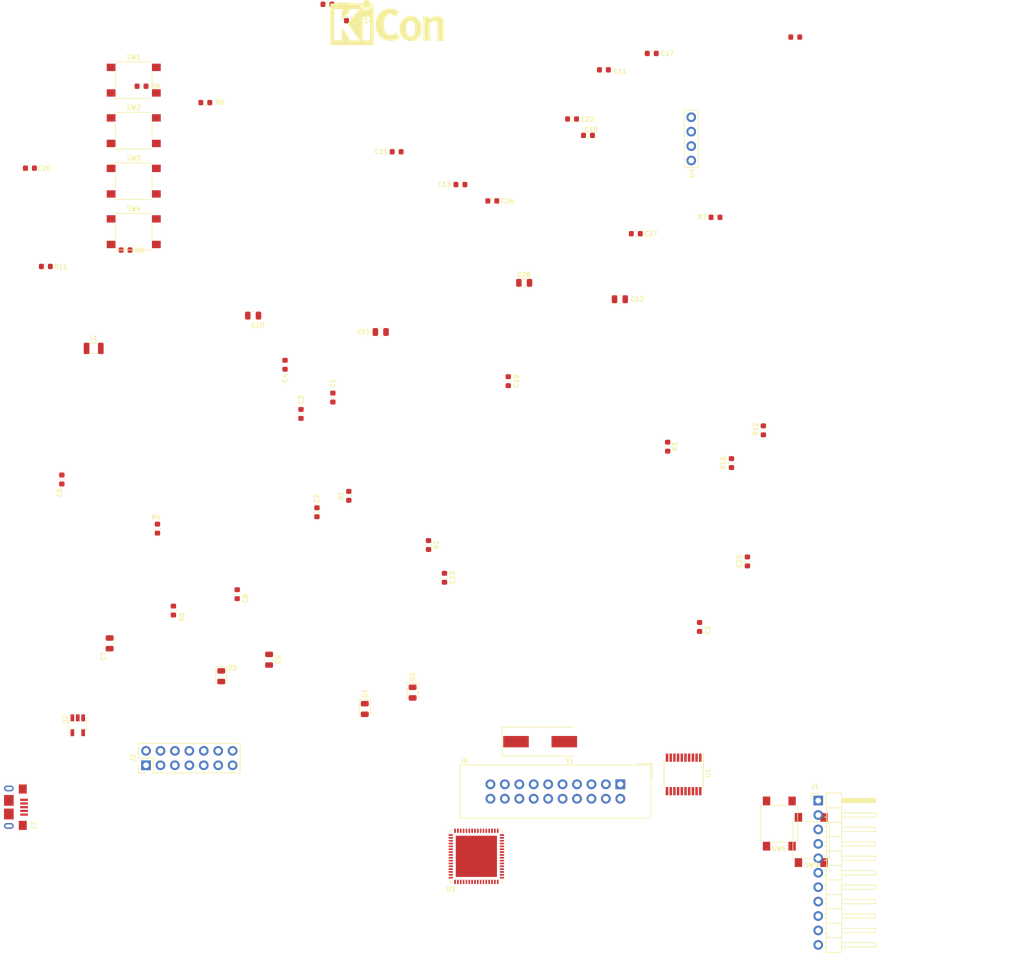
<source format=kicad_pcb>
(kicad_pcb (version 20171130) (host pcbnew "(5.1.0)-1")

  (general
    (thickness 1.6)
    (drawings 1)
    (tracks 0)
    (zones 0)
    (modules 61)
    (nets 59)
  )

  (page A4)
  (layers
    (0 F.Cu signal)
    (31 B.Cu signal)
    (32 B.Adhes user hide)
    (33 F.Adhes user hide)
    (34 B.Paste user hide)
    (35 F.Paste user hide)
    (36 B.SilkS user)
    (37 F.SilkS user)
    (38 B.Mask user hide)
    (39 F.Mask user hide)
    (40 Dwgs.User user)
    (41 Cmts.User user)
    (42 Eco1.User user)
    (43 Eco2.User user)
    (44 Edge.Cuts user)
    (45 Margin user)
    (46 B.CrtYd user)
    (47 F.CrtYd user)
    (48 B.Fab user)
    (49 F.Fab user)
  )

  (setup
    (last_trace_width 0.25)
    (user_trace_width 0.2032)
    (user_trace_width 0.2159)
    (user_trace_width 0.2286)
    (user_trace_width 0.2286)
    (user_trace_width 0.254)
    (trace_clearance 0.2)
    (zone_clearance 0.2032)
    (zone_45_only no)
    (trace_min 0.2)
    (via_size 0.8)
    (via_drill 0.4)
    (via_min_size 0.4)
    (via_min_drill 0.3)
    (user_via 0.8 0.4)
    (uvia_size 0.3)
    (uvia_drill 0.1)
    (uvias_allowed no)
    (uvia_min_size 0.2)
    (uvia_min_drill 0.1)
    (edge_width 0.05)
    (segment_width 0.2)
    (pcb_text_width 0.3)
    (pcb_text_size 1.5 1.5)
    (mod_edge_width 0.12)
    (mod_text_size 1 1)
    (mod_text_width 0.15)
    (pad_size 1.524 1.524)
    (pad_drill 0.762)
    (pad_to_mask_clearance 0.051)
    (solder_mask_min_width 0.25)
    (aux_axis_origin 0 0)
    (visible_elements 7FFFFFFF)
    (pcbplotparams
      (layerselection 0x010f0_ffffffff)
      (usegerberextensions false)
      (usegerberattributes false)
      (usegerberadvancedattributes false)
      (creategerberjobfile false)
      (excludeedgelayer true)
      (linewidth 0.100000)
      (plotframeref false)
      (viasonmask false)
      (mode 1)
      (useauxorigin false)
      (hpglpennumber 1)
      (hpglpenspeed 20)
      (hpglpendiameter 15.000000)
      (psnegative false)
      (psa4output false)
      (plotreference true)
      (plotvalue true)
      (plotinvisibletext false)
      (padsonsilk false)
      (subtractmaskfromsilk false)
      (outputformat 1)
      (mirror false)
      (drillshape 0)
      (scaleselection 1)
      (outputdirectory "gerbers"))
  )

  (net 0 "")
  (net 1 GND)
  (net 2 +3V3)
  (net 3 VBUS)
  (net 4 "Net-(C8-Pad2)")
  (net 5 "Net-(C13-Pad1)")
  (net 6 "Net-(C14-Pad1)")
  (net 7 /NRST)
  (net 8 "Net-(C20-Pad1)")
  (net 9 +1V2)
  (net 10 "Net-(D1-Pad2)")
  (net 11 "Net-(D2-Pad2)")
  (net 12 "Net-(D3-Pad1)")
  (net 13 /PROBE_IN7)
  (net 14 /PROBE_IN6)
  (net 15 /PROBE_IN5)
  (net 16 /PROBE_IN4)
  (net 17 /PROBE_IN3)
  (net 18 /PROBE_IN2)
  (net 19 /PROBE_IN1)
  (net 20 /PROBE_IN0)
  (net 21 /ADC1)
  (net 22 /ADC0)
  (net 23 /MOSI)
  (net 24 /MISO)
  (net 25 /SCK)
  (net 26 /SDA)
  (net 27 /SCL)
  (net 28 /UART_RX)
  (net 29 /UART_TX)
  (net 30 /USB_D+)
  (net 31 /USB_D-)
  (net 32 "Net-(L1-Pad1)")
  (net 33 /PIODCCLK)
  (net 34 /PCK0)
  (net 35 /PROBE3)
  (net 36 /PROBE2)
  (net 37 /PROBE1)
  (net 38 /PROBE0)
  (net 39 /PROBE7)
  (net 40 /PROBE6)
  (net 41 /PROBE5)
  (net 42 /PROBE4)
  (net 43 /USB1_D+)
  (net 44 /USB1_D-)
  (net 45 /TDO)
  (net 46 /TCK)
  (net 47 /TMS)
  (net 48 /TDI)
  (net 49 "Net-(D1-Pad1)")
  (net 50 "Net-(D2-Pad1)")
  (net 51 /DAC1)
  (net 52 /DAC0)
  (net 53 "Net-(J6-Pad1)")
  (net 54 "Net-(SW6-Pad2)")
  (net 55 /BTN3)
  (net 56 /BTN4)
  (net 57 /BTN1)
  (net 58 /BTN2)

  (net_class Default "This is the default net class."
    (clearance 0.2)
    (trace_width 0.25)
    (via_dia 0.8)
    (via_drill 0.4)
    (uvia_dia 0.3)
    (uvia_drill 0.1)
    (diff_pair_width 0.2)
    (diff_pair_gap 0.2)
    (add_net +1V2)
    (add_net +3V3)
    (add_net /ADC0)
    (add_net /ADC1)
    (add_net /BTN1)
    (add_net /BTN2)
    (add_net /BTN3)
    (add_net /BTN4)
    (add_net /DAC0)
    (add_net /DAC1)
    (add_net /MISO)
    (add_net /MOSI)
    (add_net /NRST)
    (add_net /PCK0)
    (add_net /PIODCCLK)
    (add_net /PROBE0)
    (add_net /PROBE1)
    (add_net /PROBE2)
    (add_net /PROBE3)
    (add_net /PROBE4)
    (add_net /PROBE5)
    (add_net /PROBE6)
    (add_net /PROBE7)
    (add_net /PROBE_IN0)
    (add_net /PROBE_IN1)
    (add_net /PROBE_IN2)
    (add_net /PROBE_IN3)
    (add_net /PROBE_IN4)
    (add_net /PROBE_IN5)
    (add_net /PROBE_IN6)
    (add_net /PROBE_IN7)
    (add_net /SCK)
    (add_net /SCL)
    (add_net /SDA)
    (add_net /TCK)
    (add_net /TDI)
    (add_net /TDO)
    (add_net /TMS)
    (add_net /UART_RX)
    (add_net /UART_TX)
    (add_net /USB1_D+)
    (add_net /USB1_D-)
    (add_net /USB_D+)
    (add_net /USB_D-)
    (add_net GND)
    (add_net "Net-(C13-Pad1)")
    (add_net "Net-(C14-Pad1)")
    (add_net "Net-(C20-Pad1)")
    (add_net "Net-(C8-Pad2)")
    (add_net "Net-(D1-Pad1)")
    (add_net "Net-(D1-Pad2)")
    (add_net "Net-(D2-Pad1)")
    (add_net "Net-(D2-Pad2)")
    (add_net "Net-(D3-Pad1)")
    (add_net "Net-(J6-Pad1)")
    (add_net "Net-(L1-Pad1)")
    (add_net "Net-(SW6-Pad2)")
    (add_net VBUS)
  )

  (module kicon_badge:ClipHole locked (layer F.Cu) (tedit 5C6DBFE1) (tstamp 5C174D72)
    (at 105 115 90)
    (path /5C0982A7)
    (fp_text reference H1 (at 0 1.5 90) (layer F.SilkS) hide
      (effects (font (size 0.8 0.8) (thickness 0.15)))
    )
    (fp_text value Clip (at 0 -2 90) (layer F.Fab)
      (effects (font (size 0.8 0.8) (thickness 0.15)))
    )
    (pad "" np_thru_hole oval (at 0 0 90) (size 12.5 3.5) (drill oval 12.5 3.5) (layers *.Cu *.Mask))
  )

  (module kicon_badge:KiCon_Logo locked (layer F.Cu) (tedit 5C5B4C82) (tstamp 5C5B995B)
    (at 169.25 19.5)
    (descr "KiCad Logo")
    (tags "Logo KiCad")
    (attr virtual)
    (fp_text reference REF** (at 0 0) (layer F.SilkS) hide
      (effects (font (size 1 1) (thickness 0.15)))
    )
    (fp_text value KiCon_Logo (at 0.75 0) (layer F.Fab) hide
      (effects (font (size 1 1) (thickness 0.15)))
    )
    (fp_poly (pts (xy -7.870089 -3.33834) (xy -7.52054 -3.338293) (xy -7.35783 -3.338286) (xy -4.753429 -3.338285)
      (xy -4.753429 -3.184762) (xy -4.737043 -2.997937) (xy -4.687588 -2.825633) (xy -4.60462 -2.666825)
      (xy -4.487695 -2.52049) (xy -4.448136 -2.480968) (xy -4.30583 -2.368862) (xy -4.148922 -2.287101)
      (xy -3.982072 -2.235647) (xy -3.809939 -2.214463) (xy -3.637185 -2.223513) (xy -3.46847 -2.262758)
      (xy -3.308454 -2.332162) (xy -3.161798 -2.431689) (xy -3.095932 -2.491735) (xy -2.973192 -2.638957)
      (xy -2.883188 -2.800853) (xy -2.826706 -2.975573) (xy -2.804529 -3.161265) (xy -2.804234 -3.179533)
      (xy -2.803072 -3.33828) (xy -2.7333 -3.338283) (xy -2.671405 -3.329882) (xy -2.614865 -3.309444)
      (xy -2.611128 -3.307333) (xy -2.598358 -3.300707) (xy -2.586632 -3.295546) (xy -2.575906 -3.290349)
      (xy -2.566139 -3.28361) (xy -2.557288 -3.273829) (xy -2.549311 -3.2595) (xy -2.542165 -3.239122)
      (xy -2.535808 -3.211192) (xy -2.530198 -3.174205) (xy -2.525293 -3.12666) (xy -2.521049 -3.067053)
      (xy -2.517424 -2.993881) (xy -2.514377 -2.905641) (xy -2.511864 -2.80083) (xy -2.509844 -2.677945)
      (xy -2.508274 -2.535483) (xy -2.507112 -2.37194) (xy -2.506314 -2.185814) (xy -2.50584 -1.975602)
      (xy -2.505646 -1.7398) (xy -2.50569 -1.476906) (xy -2.50593 -1.185416) (xy -2.506323 -0.863828)
      (xy -2.506827 -0.510638) (xy -2.5074 -0.124343) (xy -2.507999 0.29656) (xy -2.508068 0.34784)
      (xy -2.508605 0.771426) (xy -2.509061 1.16023) (xy -2.509484 1.515753) (xy -2.509921 1.839498)
      (xy -2.510422 2.132966) (xy -2.511035 2.397661) (xy -2.511808 2.635085) (xy -2.512789 2.84674)
      (xy -2.514026 3.034129) (xy -2.515568 3.198754) (xy -2.517463 3.342117) (xy -2.519759 3.46572)
      (xy -2.522504 3.571067) (xy -2.525747 3.659659) (xy -2.529536 3.733) (xy -2.533919 3.79259)
      (xy -2.538945 3.839933) (xy -2.544661 3.876531) (xy -2.551116 3.903886) (xy -2.558359 3.923502)
      (xy -2.566437 3.936879) (xy -2.575398 3.945521) (xy -2.585292 3.95093) (xy -2.596165 3.954608)
      (xy -2.608067 3.958058) (xy -2.621046 3.962782) (xy -2.624217 3.96422) (xy -2.634181 3.967451)
      (xy -2.650859 3.97042) (xy -2.675707 3.973137) (xy -2.71018 3.975613) (xy -2.755736 3.977858)
      (xy -2.81383 3.979883) (xy -2.885919 3.981698) (xy -2.973458 3.983315) (xy -3.077905 3.984743)
      (xy -3.200715 3.985993) (xy -3.343345 3.987076) (xy -3.507251 3.988002) (xy -3.69389 3.988782)
      (xy -3.904716 3.989426) (xy -4.141188 3.989946) (xy -4.404761 3.990351) (xy -4.69689 3.990652)
      (xy -5.019034 3.99086) (xy -5.372647 3.990985) (xy -5.759186 3.991038) (xy -6.180108 3.991029)
      (xy -6.316456 3.991016) (xy -6.746716 3.990947) (xy -7.142164 3.990834) (xy -7.504273 3.990665)
      (xy -7.834517 3.99043) (xy -8.134371 3.990116) (xy -8.405308 3.989713) (xy -8.6488 3.989207)
      (xy -8.866323 3.988589) (xy -9.05935 3.987846) (xy -9.229354 3.986968) (xy -9.37781 3.985941)
      (xy -9.50619 3.984756) (xy -9.615969 3.9834) (xy -9.70862 3.981862) (xy -9.785617 3.98013)
      (xy -9.848434 3.978194) (xy -9.898544 3.97604) (xy -9.937421 3.973659) (xy -9.966538 3.971037)
      (xy -9.987371 3.968165) (xy -10.001391 3.96503) (xy -10.009034 3.962159) (xy -10.022618 3.95643)
      (xy -10.03509 3.952206) (xy -10.046498 3.947985) (xy -10.056889 3.942268) (xy -10.066309 3.933555)
      (xy -10.074808 3.920345) (xy -10.08243 3.901137) (xy -10.089225 3.874433) (xy -10.095238 3.83873)
      (xy -10.100517 3.79253) (xy -10.10511 3.734332) (xy -10.109064 3.662635) (xy -10.112425 3.57594)
      (xy -10.115241 3.472746) (xy -10.11756 3.351553) (xy -10.119428 3.21086) (xy -10.119916 3.156857)
      (xy -9.635704 3.156857) (xy -7.924256 3.156857) (xy -7.957187 3.106964) (xy -7.989947 3.055693)
      (xy -8.017689 3.006869) (xy -8.040807 2.957076) (xy -8.059697 2.902898) (xy -8.074751 2.840916)
      (xy -8.086367 2.767715) (xy -8.094936 2.679878) (xy -8.100856 2.573988) (xy -8.104519 2.446628)
      (xy -8.106321 2.294381) (xy -8.106656 2.113832) (xy -8.105919 1.901562) (xy -8.105501 1.822755)
      (xy -8.100786 0.977911) (xy -7.565572 1.706557) (xy -7.413946 1.913265) (xy -7.282581 2.09326)
      (xy -7.170057 2.248925) (xy -7.074957 2.382647) (xy -6.995862 2.496809) (xy -6.931353 2.593797)
      (xy -6.880012 2.675994) (xy -6.84042 2.745786) (xy -6.81116 2.805558) (xy -6.790812 2.857693)
      (xy -6.777958 2.904576) (xy -6.771181 2.948593) (xy -6.76906 2.992127) (xy -6.770179 3.037564)
      (xy -6.770464 3.043275) (xy -6.776357 3.156933) (xy -4.900771 3.156857) (xy -5.040278 3.016189)
      (xy -5.078135 2.977715) (xy -5.114047 2.940279) (xy -5.149593 2.901814) (xy -5.186347 2.860258)
      (xy -5.225886 2.813545) (xy -5.269786 2.75961) (xy -5.319623 2.69639) (xy -5.376972 2.621818)
      (xy -5.443411 2.533832) (xy -5.520515 2.430365) (xy -5.609861 2.309354) (xy -5.713024 2.168734)
      (xy -5.83158 2.00644) (xy -5.967105 1.820407) (xy -6.121177 1.608571) (xy -6.247462 1.434804)
      (xy -6.405954 1.216501) (xy -6.544216 1.025629) (xy -6.663499 0.860374) (xy -6.765057 0.718926)
      (xy -6.850141 0.599471) (xy -6.920005 0.500198) (xy -6.9759 0.419295) (xy -7.01908 0.354949)
      (xy -7.050797 0.305347) (xy -7.072302 0.268679) (xy -7.08485 0.243132) (xy -7.089692 0.226893)
      (xy -7.088237 0.218355) (xy -7.070599 0.195635) (xy -7.032466 0.147543) (xy -6.976138 0.076938)
      (xy -6.903916 -0.013322) (xy -6.818101 -0.120379) (xy -6.720994 -0.241373) (xy -6.614896 -0.373446)
      (xy -6.502109 -0.51374) (xy -6.384932 -0.659397) (xy -6.265667 -0.807556) (xy -6.200067 -0.889)
      (xy -4.571314 -0.889) (xy -4.503621 -0.766535) (xy -4.435929 -0.644071) (xy -4.435929 2.911929)
      (xy -4.503621 3.034393) (xy -4.571314 3.156857) (xy -3.770559 3.156857) (xy -3.579398 3.156802)
      (xy -3.421501 3.156551) (xy -3.293848 3.155979) (xy -3.193419 3.154959) (xy -3.117193 3.153365)
      (xy -3.062148 3.15107) (xy -3.025264 3.14795) (xy -3.003521 3.143877) (xy -2.993898 3.138725)
      (xy -2.993373 3.132367) (xy -2.998926 3.124679) (xy -2.998984 3.124615) (xy -3.02186 3.091524)
      (xy -3.052151 3.037719) (xy -3.078903 2.984008) (xy -3.129643 2.875643) (xy -3.134818 0.993322)
      (xy -3.139993 -0.889) (xy -4.571314 -0.889) (xy -6.200067 -0.889) (xy -6.146615 -0.955361)
      (xy -6.030077 -1.099953) (xy -5.918354 -1.238472) (xy -5.813746 -1.368061) (xy -5.718556 -1.48586)
      (xy -5.635083 -1.589012) (xy -5.565629 -1.674657) (xy -5.512494 -1.739938) (xy -5.481285 -1.778)
      (xy -5.360097 -1.92033) (xy -5.243507 -2.04877) (xy -5.135603 -2.159114) (xy -5.04047 -2.247159)
      (xy -4.972957 -2.301138) (xy -4.893127 -2.358571) (xy -6.729108 -2.358571) (xy -6.728592 -2.250835)
      (xy -6.733724 -2.171628) (xy -6.753015 -2.098195) (xy -6.782877 -2.028585) (xy -6.802288 -1.989259)
      (xy -6.823159 -1.950293) (xy -6.847396 -1.909099) (xy -6.876906 -1.863092) (xy -6.913594 -1.809683)
      (xy -6.959368 -1.746286) (xy -7.016135 -1.670315) (xy -7.0858 -1.579183) (xy -7.17027 -1.470302)
      (xy -7.271453 -1.341086) (xy -7.391253 -1.188948) (xy -7.531579 -1.011302) (xy -7.547429 -0.991258)
      (xy -8.100786 -0.291492) (xy -8.106143 -1.066496) (xy -8.107221 -1.298632) (xy -8.106992 -1.495154)
      (xy -8.105443 -1.656708) (xy -8.102563 -1.783944) (xy -8.098341 -1.877508) (xy -8.092766 -1.938048)
      (xy -8.090893 -1.949532) (xy -8.061495 -2.070501) (xy -8.022978 -2.179554) (xy -7.979026 -2.267237)
      (xy -7.952621 -2.304426) (xy -7.90706 -2.358571) (xy -8.77153 -2.358571) (xy -8.977745 -2.358395)
      (xy -9.150188 -2.357821) (xy -9.291373 -2.356783) (xy -9.403812 -2.355213) (xy -9.490017 -2.353046)
      (xy -9.552502 -2.350212) (xy -9.593779 -2.346647) (xy -9.61636 -2.342282) (xy -9.622759 -2.337051)
      (xy -9.622317 -2.335893) (xy -9.603991 -2.308231) (xy -9.573396 -2.264385) (xy -9.557567 -2.242209)
      (xy -9.541202 -2.22008) (xy -9.526492 -2.200291) (xy -9.513344 -2.180894) (xy -9.501667 -2.159942)
      (xy -9.491368 -2.135488) (xy -9.482354 -2.105584) (xy -9.474532 -2.068283) (xy -9.467809 -2.021637)
      (xy -9.462094 -1.963699) (xy -9.457293 -1.892521) (xy -9.453315 -1.806156) (xy -9.450065 -1.702656)
      (xy -9.447452 -1.580075) (xy -9.445383 -1.436463) (xy -9.443766 -1.269875) (xy -9.442507 -1.078363)
      (xy -9.441515 -0.859978) (xy -9.440696 -0.612774) (xy -9.439958 -0.334804) (xy -9.439209 -0.024119)
      (xy -9.438508 0.2613) (xy -9.437847 0.579492) (xy -9.437503 0.883077) (xy -9.437468 1.170115)
      (xy -9.437732 1.438669) (xy -9.438285 1.686798) (xy -9.43912 1.912563) (xy -9.440227 2.114026)
      (xy -9.441596 2.289246) (xy -9.443219 2.436286) (xy -9.445087 2.553206) (xy -9.447189 2.638067)
      (xy -9.449518 2.688929) (xy -9.449959 2.694304) (xy -9.466008 2.817613) (xy -9.491064 2.916644)
      (xy -9.529221 3.00307) (xy -9.584572 3.088565) (xy -9.591496 3.097893) (xy -9.635704 3.156857)
      (xy -10.119916 3.156857) (xy -10.120892 3.049168) (xy -10.122001 2.864976) (xy -10.122801 2.656784)
      (xy -10.123339 2.423091) (xy -10.123662 2.162398) (xy -10.123817 1.873204) (xy -10.123854 1.554009)
      (xy -10.123817 1.203313) (xy -10.123755 0.819614) (xy -10.123715 0.401414) (xy -10.123714 0.318393)
      (xy -10.123691 -0.104211) (xy -10.123612 -0.492019) (xy -10.123467 -0.84652) (xy -10.123244 -1.169203)
      (xy -10.122931 -1.461558) (xy -10.122517 -1.725073) (xy -10.121991 -1.961238) (xy -10.12134 -2.171542)
      (xy -10.120553 -2.357474) (xy -10.119619 -2.520525) (xy -10.118526 -2.662182) (xy -10.117263 -2.783936)
      (xy -10.115817 -2.887275) (xy -10.114179 -2.973689) (xy -10.112334 -3.044667) (xy -10.110274 -3.101699)
      (xy -10.107985 -3.146273) (xy -10.105456 -3.179879) (xy -10.102676 -3.204007) (xy -10.099633 -3.220144)
      (xy -10.096316 -3.229782) (xy -10.096193 -3.230022) (xy -10.08936 -3.244745) (xy -10.08367 -3.258074)
      (xy -10.077374 -3.270078) (xy -10.068728 -3.280827) (xy -10.055986 -3.290389) (xy -10.0374 -3.298833)
      (xy -10.011226 -3.306229) (xy -9.975716 -3.312646) (xy -9.929125 -3.318152) (xy -9.869707 -3.322817)
      (xy -9.795715 -3.326709) (xy -9.705403 -3.329898) (xy -9.597025 -3.332453) (xy -9.468835 -3.334442)
      (xy -9.319087 -3.335935) (xy -9.146034 -3.337002) (xy -8.947931 -3.337709) (xy -8.723031 -3.338128)
      (xy -8.469588 -3.338327) (xy -8.185856 -3.338374) (xy -7.870089 -3.33834)) (layer F.SilkS) (width 0.01))
    (fp_poly (pts (xy 0.581378 -2.430769) (xy 0.777019 -2.409351) (xy 0.966562 -2.371015) (xy 1.157717 -2.313762)
      (xy 1.358196 -2.235591) (xy 1.575708 -2.134504) (xy 1.61488 -2.114924) (xy 1.704772 -2.070638)
      (xy 1.789553 -2.030761) (xy 1.860855 -1.999102) (xy 1.91031 -1.979468) (xy 1.917908 -1.976996)
      (xy 1.990714 -1.955183) (xy 1.664803 -1.481056) (xy 1.585123 -1.365177) (xy 1.512272 -1.259306)
      (xy 1.44873 -1.167038) (xy 1.396972 -1.091967) (xy 1.359477 -1.037687) (xy 1.338723 -1.007793)
      (xy 1.335351 -1.003059) (xy 1.321655 -1.012958) (xy 1.287943 -1.042715) (xy 1.240244 -1.086927)
      (xy 1.21392 -1.111916) (xy 1.064772 -1.230544) (xy 0.897268 -1.320687) (xy 0.752928 -1.370064)
      (xy 0.666283 -1.385571) (xy 0.557796 -1.395021) (xy 0.440227 -1.398239) (xy 0.326334 -1.395049)
      (xy 0.228879 -1.385276) (xy 0.18999 -1.377791) (xy 0.014712 -1.317488) (xy -0.143235 -1.22541)
      (xy -0.283732 -1.101727) (xy -0.406665 -0.946607) (xy -0.511915 -0.760219) (xy -0.599365 -0.54273)
      (xy -0.6689 -0.294308) (xy -0.710225 -0.081643) (xy -0.721006 0.012241) (xy -0.728352 0.133524)
      (xy -0.732333 0.273493) (xy -0.733021 0.423431) (xy -0.730486 0.574622) (xy -0.7248 0.718351)
      (xy -0.716033 0.845903) (xy -0.704256 0.948562) (xy -0.701707 0.964401) (xy -0.645519 1.219536)
      (xy -0.568964 1.445342) (xy -0.471574 1.642831) (xy -0.352886 1.813014) (xy -0.268637 1.905022)
      (xy -0.11723 2.029943) (xy 0.048817 2.12254) (xy 0.226701 2.182309) (xy 0.413622 2.208746)
      (xy 0.606778 2.201348) (xy 0.803369 2.159611) (xy 0.919597 2.118771) (xy 1.080438 2.03699)
      (xy 1.246213 1.919678) (xy 1.339073 1.840345) (xy 1.391214 1.794429) (xy 1.43218 1.760742)
      (xy 1.455498 1.74451) (xy 1.458393 1.744015) (xy 1.4688 1.760601) (xy 1.495767 1.804432)
      (xy 1.536996 1.871748) (xy 1.590189 1.958794) (xy 1.65305 2.06181) (xy 1.723281 2.177041)
      (xy 1.762372 2.241231) (xy 2.060964 2.731677) (xy 1.688161 2.915915) (xy 1.553369 2.982093)
      (xy 1.444175 3.034278) (xy 1.353907 3.07506) (xy 1.275888 3.107033) (xy 1.203444 3.132787)
      (xy 1.129901 3.154914) (xy 1.048584 3.176007) (xy 0.970643 3.19453) (xy 0.901366 3.208863)
      (xy 0.828917 3.219694) (xy 0.746042 3.227626) (xy 0.645488 3.233258) (xy 0.520003 3.237192)
      (xy 0.435428 3.238891) (xy 0.314754 3.24005) (xy 0.199042 3.239465) (xy 0.095951 3.237304)
      (xy 0.013138 3.233732) (xy -0.04174 3.228917) (xy -0.044992 3.228437) (xy -0.329957 3.166786)
      (xy -0.597558 3.073285) (xy -0.847703 2.947993) (xy -1.080296 2.790974) (xy -1.295243 2.602289)
      (xy -1.49245 2.382) (xy -1.635273 2.186214) (xy -1.78732 1.929949) (xy -1.910227 1.659317)
      (xy -2.00459 1.372149) (xy -2.071001 1.066276) (xy -2.110056 0.739528) (xy -2.12236 0.407739)
      (xy -2.112241 0.086779) (xy -2.080439 -0.209354) (xy -2.025946 -0.485655) (xy -1.94775 -0.747119)
      (xy -1.844841 -0.998742) (xy -1.832553 -1.02481) (xy -1.69718 -1.268493) (xy -1.530911 -1.500382)
      (xy -1.338459 -1.715677) (xy -1.124534 -1.909578) (xy -0.893845 -2.077285) (xy -0.678891 -2.200304)
      (xy -0.461742 -2.296655) (xy -0.244132 -2.366449) (xy -0.017638 -2.411587) (xy 0.226166 -2.433969)
      (xy 0.371928 -2.437269) (xy 0.581378 -2.430769)) (layer F.SilkS) (width 0.01))
    (fp_poly (pts (xy -3.602318 -3.916067) (xy -3.466071 -3.868828) (xy -3.339221 -3.794473) (xy -3.225933 -3.693013)
      (xy -3.130372 -3.564457) (xy -3.087446 -3.483428) (xy -3.050295 -3.370092) (xy -3.032288 -3.239249)
      (xy -3.034283 -3.104735) (xy -3.056423 -2.982842) (xy -3.116936 -2.833893) (xy -3.204686 -2.704691)
      (xy -3.315212 -2.597777) (xy -3.444054 -2.515694) (xy -3.586753 -2.460984) (xy -3.738849 -2.43619)
      (xy -3.895881 -2.443853) (xy -3.973286 -2.460228) (xy -4.124141 -2.518911) (xy -4.258125 -2.608457)
      (xy -4.372006 -2.726107) (xy -4.462552 -2.869098) (xy -4.470212 -2.884714) (xy -4.496694 -2.943314)
      (xy -4.513322 -2.992666) (xy -4.52235 -3.04473) (xy -4.526032 -3.111461) (xy -4.526643 -3.184071)
      (xy -4.525633 -3.271309) (xy -4.521072 -3.334376) (xy -4.510666 -3.385364) (xy -4.492121 -3.436367)
      (xy -4.46923 -3.486687) (xy -4.383846 -3.62953) (xy -4.278699 -3.74519) (xy -4.157955 -3.833675)
      (xy -4.025779 -3.894995) (xy -3.886337 -3.929161) (xy -3.743795 -3.936182) (xy -3.602318 -3.916067)) (layer F.SilkS) (width 0.01))
    (fp_poly (pts (xy 8.845293 -1.060879) (xy 8.968126 -1.050468) (xy 9.07527 -1.031006) (xy 9.174465 -1.000997)
      (xy 9.273449 -0.958947) (xy 9.294345 -0.94874) (xy 9.434577 -0.862791) (xy 9.552967 -0.755025)
      (xy 9.650462 -0.624302) (xy 9.728008 -0.469481) (xy 9.756447 -0.39225) (xy 9.761206 -0.376474)
      (xy 9.765445 -0.358097) (xy 9.769205 -0.335201) (xy 9.77253 -0.305867) (xy 9.775464 -0.268174)
      (xy 9.778049 -0.220204) (xy 9.78033 -0.160038) (xy 9.782348 -0.085755) (xy 9.784149 0.004562)
      (xy 9.785774 0.112835) (xy 9.787266 0.240982) (xy 9.788671 0.390922) (xy 9.79003 0.564575)
      (xy 9.791386 0.763861) (xy 9.792784 0.990697) (xy 9.794266 1.247005) (xy 9.794556 1.298437)
      (xy 9.796407 1.599855) (xy 9.798391 1.869898) (xy 9.800513 2.108944) (xy 9.802779 2.317367)
      (xy 9.805197 2.495543) (xy 9.80777 2.643849) (xy 9.810506 2.762659) (xy 9.813411 2.85235)
      (xy 9.81649 2.913297) (xy 9.81975 2.945877) (xy 9.820829 2.950364) (xy 9.8697 3.060279)
      (xy 9.932027 3.159781) (xy 9.970648 3.211375) (xy 9.27134 3.211375) (xy 9.125776 3.211177)
      (xy 8.990469 3.210612) (xy 8.868622 3.209722) (xy 8.763437 3.208546) (xy 8.678117 3.207127)
      (xy 8.615864 3.205505) (xy 8.579879 3.203722) (xy 8.572033 3.202378) (xy 8.580796 3.185235)
      (xy 8.602669 3.153433) (xy 8.611244 3.141973) (xy 8.641596 3.096089) (xy 8.673639 3.03865)
      (xy 8.68665 3.012063) (xy 8.722845 2.933562) (xy 8.727242 1.56988) (xy 8.728053 1.320945)
      (xy 8.728695 1.101709) (xy 8.729041 0.91012) (xy 8.728966 0.744127) (xy 8.728341 0.601679)
      (xy 8.72704 0.480725) (xy 8.724937 0.379213) (xy 8.721903 0.295093) (xy 8.717814 0.226311)
      (xy 8.712541 0.170819) (xy 8.705959 0.126563) (xy 8.697939 0.091494) (xy 8.688356 0.063559)
      (xy 8.677083 0.040708) (xy 8.663992 0.020888) (xy 8.648958 0.00205) (xy 8.631852 -0.017859)
      (xy 8.628872 -0.021331) (xy 8.577357 -0.069156) (xy 8.513737 -0.111735) (xy 8.489379 -0.124092)
      (xy 8.449881 -0.140388) (xy 8.41185 -0.151243) (xy 8.367406 -0.157703) (xy 8.308667 -0.160813)
      (xy 8.227755 -0.161621) (xy 8.206908 -0.161595) (xy 8.119696 -0.160707) (xy 8.054128 -0.157509)
      (xy 8.000106 -0.150484) (xy 7.947533 -0.138114) (xy 7.886313 -0.118882) (xy 7.857658 -0.109105)
      (xy 7.707426 -0.049128) (xy 7.553342 0.026827) (xy 7.412081 0.11052) (xy 7.408456 0.112906)
      (xy 7.348193 0.152688) (xy 7.353371 1.519313) (xy 7.354278 1.766155) (xy 7.35511 1.983359)
      (xy 7.356017 2.173036) (xy 7.357149 2.337294) (xy 7.358655 2.478246) (xy 7.360687 2.598002)
      (xy 7.363394 2.698672) (xy 7.366926 2.782368) (xy 7.371433 2.851199) (xy 7.377065 2.907276)
      (xy 7.383973 2.95271) (xy 7.392305 2.989612) (xy 7.402212 3.020092) (xy 7.413844 3.04626)
      (xy 7.427352 3.070228) (xy 7.442884 3.094105) (xy 7.460592 3.120004) (xy 7.467899 3.13078)
      (xy 7.522135 3.211375) (xy 6.129599 3.211375) (xy 6.184566 3.120093) (xy 6.2 3.094974)
      (xy 6.213787 3.072487) (xy 6.226022 3.050795) (xy 6.236796 3.028063) (xy 6.246203 3.002455)
      (xy 6.254333 2.972136) (xy 6.261281 2.935269) (xy 6.267138 2.89002) (xy 6.271997 2.834551)
      (xy 6.275951 2.767028) (xy 6.279092 2.685614) (xy 6.281512 2.588475) (xy 6.283304 2.473773)
      (xy 6.284561 2.339674) (xy 6.285374 2.184341) (xy 6.285838 2.005939) (xy 6.286043 1.802632)
      (xy 6.286083 1.572584) (xy 6.28605 1.31396) (xy 6.286033 1.10647) (xy 6.286012 0.831144)
      (xy 6.285932 0.585737) (xy 6.285762 0.36842) (xy 6.285476 0.177361) (xy 6.285042 0.010731)
      (xy 6.284433 -0.133301) (xy 6.283619 -0.256564) (xy 6.282573 -0.360891) (xy 6.281264 -0.44811)
      (xy 6.279664 -0.520052) (xy 6.277744 -0.578547) (xy 6.275476 -0.625427) (xy 6.27283 -0.662521)
      (xy 6.269778 -0.691659) (xy 6.26629 -0.714672) (xy 6.262338 -0.733391) (xy 6.257893 -0.749645)
      (xy 6.256692 -0.753567) (xy 6.230912 -0.820412) (xy 6.19704 -0.888343) (xy 6.176555 -0.921669)
      (xy 6.125757 -0.9955) (xy 7.270283 -0.9955) (xy 7.270283 -0.797063) (xy 7.271293 -0.721892)
      (xy 7.274054 -0.659785) (xy 7.278155 -0.616755) (xy 7.283189 -0.59881) (xy 7.283772 -0.598625)
      (xy 7.302092 -0.606386) (xy 7.341324 -0.62741) (xy 7.395344 -0.658307) (xy 7.446491 -0.688699)
      (xy 7.69569 -0.824378) (xy 7.943138 -0.929124) (xy 8.190822 -1.003532) (xy 8.440733 -1.048198)
      (xy 8.69486 -1.063718) (xy 8.699033 -1.063733) (xy 8.845293 -1.060879)) (layer F.SilkS) (width 0.01))
    (fp_poly (pts (xy 4.114349 -1.073234) (xy 4.184463 -1.068012) (xy 4.426918 -1.033004) (xy 4.648423 -0.975428)
      (xy 4.851415 -0.894188) (xy 5.038334 -0.788185) (xy 5.211619 -0.656322) (xy 5.315076 -0.559284)
      (xy 5.477843 -0.372332) (xy 5.616465 -0.165088) (xy 5.730565 0.061685) (xy 5.819764 0.307226)
      (xy 5.883684 0.570772) (xy 5.888083 0.594781) (xy 5.907255 0.73613) (xy 5.919226 0.898623)
      (xy 5.923997 1.072485) (xy 5.921568 1.247937) (xy 5.911939 1.415201) (xy 5.895109 1.5645)
      (xy 5.888083 1.607555) (xy 5.828524 1.865081) (xy 5.745509 2.105491) (xy 5.640227 2.327414)
      (xy 5.513863 2.529479) (xy 5.367605 2.710317) (xy 5.202639 2.868557) (xy 5.020153 3.002829)
      (xy 4.821334 3.111761) (xy 4.607369 3.193983) (xy 4.485567 3.226883) (xy 4.330098 3.255104)
      (xy 4.158184 3.272975) (xy 3.983711 3.279534) (xy 3.820565 3.27382) (xy 3.81468 3.27334)
      (xy 3.643426 3.25076) (xy 3.468258 3.212595) (xy 3.298735 3.161592) (xy 3.144417 3.100495)
      (xy 3.05291 3.054511) (xy 2.874508 2.936894) (xy 2.711729 2.79365) (xy 2.565453 2.627271)
      (xy 2.43656 2.440249) (xy 2.325931 2.235077) (xy 2.234447 2.014247) (xy 2.162988 1.780253)
      (xy 2.112434 1.535585) (xy 2.083666 1.282738) (xy 2.080151 1.133794) (xy 3.196311 1.133794)
      (xy 3.19772 1.260124) (xy 3.201 1.378079) (xy 3.206149 1.480981) (xy 3.213168 1.562152)
      (xy 3.217307 1.592073) (xy 3.257417 1.788532) (xy 3.307988 1.9569) (xy 3.369893 2.099353)
      (xy 3.444001 2.218066) (xy 3.490144 2.273882) (xy 3.578836 2.359372) (xy 3.669447 2.42078)
      (xy 3.768546 2.46069) (xy 3.882707 2.481684) (xy 4.018499 2.486345) (xy 4.03013 2.486099)
      (xy 4.107775 2.483481) (xy 4.164033 2.478605) (xy 4.209266 2.46918) (xy 4.253837 2.452917)
      (xy 4.308107 2.427526) (xy 4.318604 2.422354) (xy 4.433147 2.35147) (xy 4.531818 2.259314)
      (xy 4.615007 2.144844) (xy 4.683105 2.007016) (xy 4.736502 1.844789) (xy 4.775589 1.657118)
      (xy 4.800757 1.442961) (xy 4.812396 1.201276) (xy 4.813353 1.101168) (xy 4.806775 0.848487)
      (xy 4.786784 0.623734) (xy 4.752996 0.425882) (xy 4.705028 0.253905) (xy 4.642495 0.106777)
      (xy 4.565015 -0.016528) (xy 4.472202 -0.117037) (xy 4.363673 -0.195776) (xy 4.319248 -0.2197)
      (xy 4.258552 -0.248274) (xy 4.209116 -0.266423) (xy 4.159128 -0.276968) (xy 4.096773 -0.28273)
      (xy 4.044855 -0.285212) (xy 3.890567 -0.279518) (xy 3.752705 -0.248981) (xy 3.63073 -0.193019)
      (xy 3.524107 -0.111049) (xy 3.432296 -0.002491) (xy 3.35476 0.133239) (xy 3.290962 0.296721)
      (xy 3.240363 0.488537) (xy 3.217307 0.610263) (xy 3.209368 0.678292) (xy 3.203299 0.771339)
      (xy 3.1991 0.882723) (xy 3.19677 1.005768) (xy 3.196311 1.133794) (xy 2.080151 1.133794)
      (xy 2.077564 1.024203) (xy 2.09501 0.762473) (xy 2.136883 0.50004) (xy 2.142003 0.475903)
      (xy 2.209237 0.229765) (xy 2.3 0) (xy 2.412835 -0.211752) (xy 2.546285 -0.403851)
      (xy 2.698891 -0.574657) (xy 2.869197 -0.722533) (xy 3.055743 -0.845838) (xy 3.257073 -0.942933)
      (xy 3.463278 -1.010059) (xy 3.676743 -1.052147) (xy 3.897982 -1.073544) (xy 4.114349 -1.073234)) (layer F.SilkS) (width 0.01))
  )

  (module Resistor_SMD:R_0603_1608Metric (layer F.Cu) (tedit 5B301BBD) (tstamp 5C3B9273)
    (at 235.34275 91.300288 90)
    (descr "Resistor SMD 0603 (1608 Metric), square (rectangular) end terminal, IPC_7351 nominal, (Body size source: http://www.tortai-tech.com/upload/download/2011102023233369053.pdf), generated with kicad-footprint-generator")
    (tags resistor)
    (path /5C443AE7)
    (attr smd)
    (fp_text reference R12 (at 0.2 -1.4 90) (layer F.SilkS)
      (effects (font (size 0.8 0.8) (thickness 0.15)))
    )
    (fp_text value 1k5 (at 0 1.43 90) (layer F.Fab)
      (effects (font (size 1 1) (thickness 0.15)))
    )
    (fp_text user %R (at 0 0 90) (layer F.Fab)
      (effects (font (size 0.4 0.4) (thickness 0.06)))
    )
    (fp_line (start 1.48 0.73) (end -1.48 0.73) (layer F.CrtYd) (width 0.05))
    (fp_line (start 1.48 -0.73) (end 1.48 0.73) (layer F.CrtYd) (width 0.05))
    (fp_line (start -1.48 -0.73) (end 1.48 -0.73) (layer F.CrtYd) (width 0.05))
    (fp_line (start -1.48 0.73) (end -1.48 -0.73) (layer F.CrtYd) (width 0.05))
    (fp_line (start -0.162779 0.51) (end 0.162779 0.51) (layer F.SilkS) (width 0.12))
    (fp_line (start -0.162779 -0.51) (end 0.162779 -0.51) (layer F.SilkS) (width 0.12))
    (fp_line (start 0.8 0.4) (end -0.8 0.4) (layer F.Fab) (width 0.1))
    (fp_line (start 0.8 -0.4) (end 0.8 0.4) (layer F.Fab) (width 0.1))
    (fp_line (start -0.8 -0.4) (end 0.8 -0.4) (layer F.Fab) (width 0.1))
    (fp_line (start -0.8 0.4) (end -0.8 -0.4) (layer F.Fab) (width 0.1))
    (pad 2 smd roundrect (at 0.7875 0 90) (size 0.875 0.95) (layers F.Cu F.Paste F.Mask) (roundrect_rratio 0.25)
      (net 2 +3V3))
    (pad 1 smd roundrect (at -0.7875 0 90) (size 0.875 0.95) (layers F.Cu F.Paste F.Mask) (roundrect_rratio 0.25)
      (net 27 /SCL))
    (model ${KISYS3DMOD}/Resistor_SMD.3dshapes/R_0603_1608Metric.wrl
      (at (xyz 0 0 0))
      (scale (xyz 1 1 1))
      (rotate (xyz 0 0 0))
    )
  )

  (module Resistor_SMD:R_0603_1608Metric (layer F.Cu) (tedit 5B301BBD) (tstamp 5C3B9242)
    (at 229.72985 97.068478 90)
    (descr "Resistor SMD 0603 (1608 Metric), square (rectangular) end terminal, IPC_7351 nominal, (Body size source: http://www.tortai-tech.com/upload/download/2011102023233369053.pdf), generated with kicad-footprint-generator")
    (tags resistor)
    (path /5C3D308B)
    (attr smd)
    (fp_text reference R10 (at 0 -1.43 90) (layer F.SilkS)
      (effects (font (size 0.8 0.8) (thickness 0.15)))
    )
    (fp_text value 1k5 (at 0 1.43 90) (layer F.Fab)
      (effects (font (size 1 1) (thickness 0.15)))
    )
    (fp_text user %R (at 0 0 90) (layer F.Fab)
      (effects (font (size 0.4 0.4) (thickness 0.06)))
    )
    (fp_line (start 1.48 0.73) (end -1.48 0.73) (layer F.CrtYd) (width 0.05))
    (fp_line (start 1.48 -0.73) (end 1.48 0.73) (layer F.CrtYd) (width 0.05))
    (fp_line (start -1.48 -0.73) (end 1.48 -0.73) (layer F.CrtYd) (width 0.05))
    (fp_line (start -1.48 0.73) (end -1.48 -0.73) (layer F.CrtYd) (width 0.05))
    (fp_line (start -0.162779 0.51) (end 0.162779 0.51) (layer F.SilkS) (width 0.12))
    (fp_line (start -0.162779 -0.51) (end 0.162779 -0.51) (layer F.SilkS) (width 0.12))
    (fp_line (start 0.8 0.4) (end -0.8 0.4) (layer F.Fab) (width 0.1))
    (fp_line (start 0.8 -0.4) (end 0.8 0.4) (layer F.Fab) (width 0.1))
    (fp_line (start -0.8 -0.4) (end 0.8 -0.4) (layer F.Fab) (width 0.1))
    (fp_line (start -0.8 0.4) (end -0.8 -0.4) (layer F.Fab) (width 0.1))
    (pad 2 smd roundrect (at 0.7875 0 90) (size 0.875 0.95) (layers F.Cu F.Paste F.Mask) (roundrect_rratio 0.25)
      (net 2 +3V3))
    (pad 1 smd roundrect (at -0.7875 0 90) (size 0.875 0.95) (layers F.Cu F.Paste F.Mask) (roundrect_rratio 0.25)
      (net 26 /SDA))
    (model ${KISYS3DMOD}/Resistor_SMD.3dshapes/R_0603_1608Metric.wrl
      (at (xyz 0 0 0))
      (scale (xyz 1 1 1))
      (rotate (xyz 0 0 0))
    )
  )

  (module Button_Switch_SMD:SW_SPST_PTS645 locked (layer F.Cu) (tedit 5A02FC95) (tstamp 5C1BF869)
    (at 124.52 29.667)
    (descr "C&K Components SPST SMD PTS645 Series 6mm Tact Switch")
    (tags "SPST Button Switch")
    (path /5BFF467B)
    (attr smd)
    (fp_text reference SW1 (at 0 -4.05) (layer F.SilkS)
      (effects (font (size 0.8 0.8) (thickness 0.15)))
    )
    (fp_text value BTN1 (at 0 4.15) (layer F.Fab)
      (effects (font (size 1 1) (thickness 0.15)))
    )
    (fp_circle (center 0 0) (end 1.75 -0.05) (layer F.Fab) (width 0.1))
    (fp_line (start -3.23 3.23) (end 3.23 3.23) (layer F.SilkS) (width 0.12))
    (fp_line (start -3.23 -1.3) (end -3.23 1.3) (layer F.SilkS) (width 0.12))
    (fp_line (start -3.23 -3.23) (end 3.23 -3.23) (layer F.SilkS) (width 0.12))
    (fp_line (start 3.23 -1.3) (end 3.23 1.3) (layer F.SilkS) (width 0.12))
    (fp_line (start -3.23 -3.2) (end -3.23 -3.23) (layer F.SilkS) (width 0.12))
    (fp_line (start -3.23 3.23) (end -3.23 3.2) (layer F.SilkS) (width 0.12))
    (fp_line (start 3.23 3.23) (end 3.23 3.2) (layer F.SilkS) (width 0.12))
    (fp_line (start 3.23 -3.23) (end 3.23 -3.2) (layer F.SilkS) (width 0.12))
    (fp_line (start -5.05 -3.4) (end 5.05 -3.4) (layer F.CrtYd) (width 0.05))
    (fp_line (start -5.05 3.4) (end 5.05 3.4) (layer F.CrtYd) (width 0.05))
    (fp_line (start -5.05 -3.4) (end -5.05 3.4) (layer F.CrtYd) (width 0.05))
    (fp_line (start 5.05 3.4) (end 5.05 -3.4) (layer F.CrtYd) (width 0.05))
    (fp_line (start 3 -3) (end -3 -3) (layer F.Fab) (width 0.1))
    (fp_line (start 3 3) (end 3 -3) (layer F.Fab) (width 0.1))
    (fp_line (start -3 3) (end 3 3) (layer F.Fab) (width 0.1))
    (fp_line (start -3 -3) (end -3 3) (layer F.Fab) (width 0.1))
    (fp_text user %R (at 0 -4.05) (layer F.Fab)
      (effects (font (size 1 1) (thickness 0.15)))
    )
    (pad 2 smd rect (at 3.98 2.25) (size 1.55 1.3) (layers F.Cu F.Paste F.Mask)
      (net 57 /BTN1))
    (pad 1 smd rect (at 3.98 -2.25) (size 1.55 1.3) (layers F.Cu F.Paste F.Mask)
      (net 1 GND))
    (pad 1 smd rect (at -3.98 -2.25) (size 1.55 1.3) (layers F.Cu F.Paste F.Mask)
      (net 1 GND))
    (pad 2 smd rect (at -3.98 2.25) (size 1.55 1.3) (layers F.Cu F.Paste F.Mask)
      (net 57 /BTN1))
    (model ${KISYS3DMOD}/Button_Switch_SMD.3dshapes/SW_SPST_PTS645.wrl
      (at (xyz 0 0 0))
      (scale (xyz 1 1 1))
      (rotate (xyz 0 0 0))
    )
  )

  (module Button_Switch_SMD:SW_SPST_PTS645 (layer F.Cu) (tedit 5A02FC95) (tstamp 5C25C5B7)
    (at 238.1492 160.518568 90)
    (descr "C&K Components SPST SMD PTS645 Series 6mm Tact Switch")
    (tags "SPST Button Switch")
    (path /5C2FCECF)
    (attr smd)
    (fp_text reference SW6 (at -4.4 -0.1 180) (layer F.SilkS)
      (effects (font (size 0.8 0.8) (thickness 0.15)))
    )
    (fp_text value Erase (at 0 4.15 90) (layer F.Fab)
      (effects (font (size 0.8 0.8) (thickness 0.15)))
    )
    (fp_circle (center 0 0) (end 1.75 -0.05) (layer F.Fab) (width 0.1))
    (fp_line (start -3.23 3.23) (end 3.23 3.23) (layer F.SilkS) (width 0.12))
    (fp_line (start -3.23 -1.3) (end -3.23 1.3) (layer F.SilkS) (width 0.12))
    (fp_line (start -3.23 -3.23) (end 3.23 -3.23) (layer F.SilkS) (width 0.12))
    (fp_line (start 3.23 -1.3) (end 3.23 1.3) (layer F.SilkS) (width 0.12))
    (fp_line (start -3.23 -3.2) (end -3.23 -3.23) (layer F.SilkS) (width 0.12))
    (fp_line (start -3.23 3.23) (end -3.23 3.2) (layer F.SilkS) (width 0.12))
    (fp_line (start 3.23 3.23) (end 3.23 3.2) (layer F.SilkS) (width 0.12))
    (fp_line (start 3.23 -3.23) (end 3.23 -3.2) (layer F.SilkS) (width 0.12))
    (fp_line (start -5.05 -3.4) (end 5.05 -3.4) (layer F.CrtYd) (width 0.05))
    (fp_line (start -5.05 3.4) (end 5.05 3.4) (layer F.CrtYd) (width 0.05))
    (fp_line (start -5.05 -3.4) (end -5.05 3.4) (layer F.CrtYd) (width 0.05))
    (fp_line (start 5.05 3.4) (end 5.05 -3.4) (layer F.CrtYd) (width 0.05))
    (fp_line (start 3 -3) (end -3 -3) (layer F.Fab) (width 0.1))
    (fp_line (start 3 3) (end 3 -3) (layer F.Fab) (width 0.1))
    (fp_line (start -3 3) (end 3 3) (layer F.Fab) (width 0.1))
    (fp_line (start -3 -3) (end -3 3) (layer F.Fab) (width 0.1))
    (fp_text user %R (at 0 -4.05 90) (layer F.Fab)
      (effects (font (size 0.8 0.8) (thickness 0.15)))
    )
    (pad 2 smd rect (at 3.98 2.25 90) (size 1.55 1.3) (layers F.Cu F.Paste F.Mask)
      (net 54 "Net-(SW6-Pad2)"))
    (pad 1 smd rect (at 3.98 -2.25 90) (size 1.55 1.3) (layers F.Cu F.Paste F.Mask)
      (net 2 +3V3))
    (pad 1 smd rect (at -3.98 -2.25 90) (size 1.55 1.3) (layers F.Cu F.Paste F.Mask)
      (net 2 +3V3))
    (pad 2 smd rect (at -3.98 2.25 90) (size 1.55 1.3) (layers F.Cu F.Paste F.Mask)
      (net 54 "Net-(SW6-Pad2)"))
    (model ${KISYS3DMOD}/Button_Switch_SMD.3dshapes/SW_SPST_PTS645.wrl
      (at (xyz 0 0 0))
      (scale (xyz 1 1 1))
      (rotate (xyz 0 0 0))
    )
  )

  (module Button_Switch_SMD:SW_SPST_PTS645 (layer F.Cu) (tedit 5A02FC95) (tstamp 5C175004)
    (at 243.7621 163.402663 270)
    (descr "C&K Components SPST SMD PTS645 Series 6mm Tact Switch")
    (tags "SPST Button Switch")
    (path /5C180EC3)
    (attr smd)
    (fp_text reference SW5 (at 4.4 -0.05) (layer F.SilkS)
      (effects (font (size 0.8 0.8) (thickness 0.15)))
    )
    (fp_text value Reset (at 0 4.15 270) (layer F.Fab)
      (effects (font (size 0.8 0.8) (thickness 0.15)))
    )
    (fp_circle (center 0 0) (end 1.75 -0.05) (layer F.Fab) (width 0.1))
    (fp_line (start -3.23 3.23) (end 3.23 3.23) (layer F.SilkS) (width 0.12))
    (fp_line (start -3.23 -1.3) (end -3.23 1.3) (layer F.SilkS) (width 0.12))
    (fp_line (start -3.23 -3.23) (end 3.23 -3.23) (layer F.SilkS) (width 0.12))
    (fp_line (start 3.23 -1.3) (end 3.23 1.3) (layer F.SilkS) (width 0.12))
    (fp_line (start -3.23 -3.2) (end -3.23 -3.23) (layer F.SilkS) (width 0.12))
    (fp_line (start -3.23 3.23) (end -3.23 3.2) (layer F.SilkS) (width 0.12))
    (fp_line (start 3.23 3.23) (end 3.23 3.2) (layer F.SilkS) (width 0.12))
    (fp_line (start 3.23 -3.23) (end 3.23 -3.2) (layer F.SilkS) (width 0.12))
    (fp_line (start -5.05 -3.4) (end 5.05 -3.4) (layer F.CrtYd) (width 0.05))
    (fp_line (start -5.05 3.4) (end 5.05 3.4) (layer F.CrtYd) (width 0.05))
    (fp_line (start -5.05 -3.4) (end -5.05 3.4) (layer F.CrtYd) (width 0.05))
    (fp_line (start 5.05 3.4) (end 5.05 -3.4) (layer F.CrtYd) (width 0.05))
    (fp_line (start 3 -3) (end -3 -3) (layer F.Fab) (width 0.1))
    (fp_line (start 3 3) (end 3 -3) (layer F.Fab) (width 0.1))
    (fp_line (start -3 3) (end 3 3) (layer F.Fab) (width 0.1))
    (fp_line (start -3 -3) (end -3 3) (layer F.Fab) (width 0.1))
    (fp_text user %R (at 0 -4.05 270) (layer F.Fab)
      (effects (font (size 0.8 0.8) (thickness 0.15)))
    )
    (pad 2 smd rect (at 3.98 2.25 270) (size 1.55 1.3) (layers F.Cu F.Paste F.Mask)
      (net 7 /NRST))
    (pad 1 smd rect (at 3.98 -2.25 270) (size 1.55 1.3) (layers F.Cu F.Paste F.Mask)
      (net 1 GND))
    (pad 1 smd rect (at -3.98 -2.25 270) (size 1.55 1.3) (layers F.Cu F.Paste F.Mask)
      (net 1 GND))
    (pad 2 smd rect (at -3.98 2.25 270) (size 1.55 1.3) (layers F.Cu F.Paste F.Mask)
      (net 7 /NRST))
    (model ${KISYS3DMOD}/Button_Switch_SMD.3dshapes/SW_SPST_PTS645.wrl
      (at (xyz 0 0 0))
      (scale (xyz 1 1 1))
      (rotate (xyz 0 0 0))
    )
  )

  (module Button_Switch_SMD:SW_SPST_PTS645 locked (layer F.Cu) (tedit 5A02FC95) (tstamp 5C1BF78E)
    (at 124.52 38.557)
    (descr "C&K Components SPST SMD PTS645 Series 6mm Tact Switch")
    (tags "SPST Button Switch")
    (path /5C252B52)
    (attr smd)
    (fp_text reference SW2 (at 0 -4.05) (layer F.SilkS)
      (effects (font (size 0.8 0.8) (thickness 0.15)))
    )
    (fp_text value BTN2 (at 0 4.15) (layer F.Fab)
      (effects (font (size 0.8 0.8) (thickness 0.15)))
    )
    (fp_circle (center 0 0) (end 1.75 -0.05) (layer F.Fab) (width 0.1))
    (fp_line (start -3.23 3.23) (end 3.23 3.23) (layer F.SilkS) (width 0.12))
    (fp_line (start -3.23 -1.3) (end -3.23 1.3) (layer F.SilkS) (width 0.12))
    (fp_line (start -3.23 -3.23) (end 3.23 -3.23) (layer F.SilkS) (width 0.12))
    (fp_line (start 3.23 -1.3) (end 3.23 1.3) (layer F.SilkS) (width 0.12))
    (fp_line (start -3.23 -3.2) (end -3.23 -3.23) (layer F.SilkS) (width 0.12))
    (fp_line (start -3.23 3.23) (end -3.23 3.2) (layer F.SilkS) (width 0.12))
    (fp_line (start 3.23 3.23) (end 3.23 3.2) (layer F.SilkS) (width 0.12))
    (fp_line (start 3.23 -3.23) (end 3.23 -3.2) (layer F.SilkS) (width 0.12))
    (fp_line (start -5.05 -3.4) (end 5.05 -3.4) (layer F.CrtYd) (width 0.05))
    (fp_line (start -5.05 3.4) (end 5.05 3.4) (layer F.CrtYd) (width 0.05))
    (fp_line (start -5.05 -3.4) (end -5.05 3.4) (layer F.CrtYd) (width 0.05))
    (fp_line (start 5.05 3.4) (end 5.05 -3.4) (layer F.CrtYd) (width 0.05))
    (fp_line (start 3 -3) (end -3 -3) (layer F.Fab) (width 0.1))
    (fp_line (start 3 3) (end 3 -3) (layer F.Fab) (width 0.1))
    (fp_line (start -3 3) (end 3 3) (layer F.Fab) (width 0.1))
    (fp_line (start -3 -3) (end -3 3) (layer F.Fab) (width 0.1))
    (fp_text user %R (at 0 -4.05) (layer F.Fab)
      (effects (font (size 0.8 0.8) (thickness 0.15)))
    )
    (pad 2 smd rect (at 3.98 2.25) (size 1.55 1.3) (layers F.Cu F.Paste F.Mask)
      (net 58 /BTN2))
    (pad 1 smd rect (at 3.98 -2.25) (size 1.55 1.3) (layers F.Cu F.Paste F.Mask)
      (net 1 GND))
    (pad 1 smd rect (at -3.98 -2.25) (size 1.55 1.3) (layers F.Cu F.Paste F.Mask)
      (net 1 GND))
    (pad 2 smd rect (at -3.98 2.25) (size 1.55 1.3) (layers F.Cu F.Paste F.Mask)
      (net 58 /BTN2))
    (model ${KISYS3DMOD}/Button_Switch_SMD.3dshapes/SW_SPST_PTS645.wrl
      (at (xyz 0 0 0))
      (scale (xyz 1 1 1))
      (rotate (xyz 0 0 0))
    )
  )

  (module Button_Switch_SMD:SW_SPST_PTS645 locked (layer F.Cu) (tedit 5A02FC95) (tstamp 5C3B26F0)
    (at 124.52 56.337)
    (descr "C&K Components SPST SMD PTS645 Series 6mm Tact Switch")
    (tags "SPST Button Switch")
    (path /5C25BD90)
    (attr smd)
    (fp_text reference SW4 (at 0 -4.05) (layer F.SilkS)
      (effects (font (size 0.8 0.8) (thickness 0.15)))
    )
    (fp_text value BTN4 (at 0 4.15) (layer F.Fab)
      (effects (font (size 0.8 0.8) (thickness 0.15)))
    )
    (fp_circle (center 0 0) (end 1.75 -0.05) (layer F.Fab) (width 0.1))
    (fp_line (start -3.23 3.23) (end 3.23 3.23) (layer F.SilkS) (width 0.12))
    (fp_line (start -3.23 -1.3) (end -3.23 1.3) (layer F.SilkS) (width 0.12))
    (fp_line (start -3.23 -3.23) (end 3.23 -3.23) (layer F.SilkS) (width 0.12))
    (fp_line (start 3.23 -1.3) (end 3.23 1.3) (layer F.SilkS) (width 0.12))
    (fp_line (start -3.23 -3.2) (end -3.23 -3.23) (layer F.SilkS) (width 0.12))
    (fp_line (start -3.23 3.23) (end -3.23 3.2) (layer F.SilkS) (width 0.12))
    (fp_line (start 3.23 3.23) (end 3.23 3.2) (layer F.SilkS) (width 0.12))
    (fp_line (start 3.23 -3.23) (end 3.23 -3.2) (layer F.SilkS) (width 0.12))
    (fp_line (start -5.05 -3.4) (end 5.05 -3.4) (layer F.CrtYd) (width 0.05))
    (fp_line (start -5.05 3.4) (end 5.05 3.4) (layer F.CrtYd) (width 0.05))
    (fp_line (start -5.05 -3.4) (end -5.05 3.4) (layer F.CrtYd) (width 0.05))
    (fp_line (start 5.05 3.4) (end 5.05 -3.4) (layer F.CrtYd) (width 0.05))
    (fp_line (start 3 -3) (end -3 -3) (layer F.Fab) (width 0.1))
    (fp_line (start 3 3) (end 3 -3) (layer F.Fab) (width 0.1))
    (fp_line (start -3 3) (end 3 3) (layer F.Fab) (width 0.1))
    (fp_line (start -3 -3) (end -3 3) (layer F.Fab) (width 0.1))
    (fp_text user %R (at 0 -4.05) (layer F.Fab)
      (effects (font (size 0.8 0.8) (thickness 0.15)))
    )
    (pad 2 smd rect (at 3.98 2.25) (size 1.55 1.3) (layers F.Cu F.Paste F.Mask)
      (net 56 /BTN4))
    (pad 1 smd rect (at 3.98 -2.25) (size 1.55 1.3) (layers F.Cu F.Paste F.Mask)
      (net 1 GND))
    (pad 1 smd rect (at -3.98 -2.25) (size 1.55 1.3) (layers F.Cu F.Paste F.Mask)
      (net 1 GND))
    (pad 2 smd rect (at -3.98 2.25) (size 1.55 1.3) (layers F.Cu F.Paste F.Mask)
      (net 56 /BTN4))
    (model ${KISYS3DMOD}/Button_Switch_SMD.3dshapes/SW_SPST_PTS645.wrl
      (at (xyz 0 0 0))
      (scale (xyz 1 1 1))
      (rotate (xyz 0 0 0))
    )
  )

  (module Button_Switch_SMD:SW_SPST_PTS645 locked (layer F.Cu) (tedit 5A02FC95) (tstamp 5C1BF8E4)
    (at 124.52 47.447)
    (descr "C&K Components SPST SMD PTS645 Series 6mm Tact Switch")
    (tags "SPST Button Switch")
    (path /5C25706F)
    (attr smd)
    (fp_text reference SW3 (at 0 -4.05) (layer F.SilkS)
      (effects (font (size 0.8 0.8) (thickness 0.15)))
    )
    (fp_text value BTN3 (at 0 4.15) (layer F.Fab)
      (effects (font (size 0.8 0.8) (thickness 0.15)))
    )
    (fp_circle (center 0 0) (end 1.75 -0.05) (layer F.Fab) (width 0.1))
    (fp_line (start -3.23 3.23) (end 3.23 3.23) (layer F.SilkS) (width 0.12))
    (fp_line (start -3.23 -1.3) (end -3.23 1.3) (layer F.SilkS) (width 0.12))
    (fp_line (start -3.23 -3.23) (end 3.23 -3.23) (layer F.SilkS) (width 0.12))
    (fp_line (start 3.23 -1.3) (end 3.23 1.3) (layer F.SilkS) (width 0.12))
    (fp_line (start -3.23 -3.2) (end -3.23 -3.23) (layer F.SilkS) (width 0.12))
    (fp_line (start -3.23 3.23) (end -3.23 3.2) (layer F.SilkS) (width 0.12))
    (fp_line (start 3.23 3.23) (end 3.23 3.2) (layer F.SilkS) (width 0.12))
    (fp_line (start 3.23 -3.23) (end 3.23 -3.2) (layer F.SilkS) (width 0.12))
    (fp_line (start -5.05 -3.4) (end 5.05 -3.4) (layer F.CrtYd) (width 0.05))
    (fp_line (start -5.05 3.4) (end 5.05 3.4) (layer F.CrtYd) (width 0.05))
    (fp_line (start -5.05 -3.4) (end -5.05 3.4) (layer F.CrtYd) (width 0.05))
    (fp_line (start 5.05 3.4) (end 5.05 -3.4) (layer F.CrtYd) (width 0.05))
    (fp_line (start 3 -3) (end -3 -3) (layer F.Fab) (width 0.1))
    (fp_line (start 3 3) (end 3 -3) (layer F.Fab) (width 0.1))
    (fp_line (start -3 3) (end 3 3) (layer F.Fab) (width 0.1))
    (fp_line (start -3 -3) (end -3 3) (layer F.Fab) (width 0.1))
    (fp_text user %R (at 0 -4.05) (layer F.Fab)
      (effects (font (size 0.8 0.8) (thickness 0.15)))
    )
    (pad 2 smd rect (at 3.98 2.25) (size 1.55 1.3) (layers F.Cu F.Paste F.Mask)
      (net 55 /BTN3))
    (pad 1 smd rect (at 3.98 -2.25) (size 1.55 1.3) (layers F.Cu F.Paste F.Mask)
      (net 1 GND))
    (pad 1 smd rect (at -3.98 -2.25) (size 1.55 1.3) (layers F.Cu F.Paste F.Mask)
      (net 1 GND))
    (pad 2 smd rect (at -3.98 2.25) (size 1.55 1.3) (layers F.Cu F.Paste F.Mask)
      (net 55 /BTN3))
    (model ${KISYS3DMOD}/Button_Switch_SMD.3dshapes/SW_SPST_PTS645.wrl
      (at (xyz 0 0 0))
      (scale (xyz 1 1 1))
      (rotate (xyz 0 0 0))
    )
  )

  (module Connector_PinHeader_2.54mm:PinHeader_2x07_P2.54mm_Vertical (layer F.Cu) (tedit 59FED5CC) (tstamp 5C1E600B)
    (at 126.68555 150.257188 90)
    (descr "Through hole straight pin header, 2x07, 2.54mm pitch, double rows")
    (tags "Through hole pin header THT 2x07 2.54mm double row")
    (path /5C496839)
    (fp_text reference J2 (at 1.27 -2.33 90) (layer F.SilkS)
      (effects (font (size 0.8 0.8) (thickness 0.15)))
    )
    (fp_text value Ports (at 1.27 17.57 90) (layer F.Fab)
      (effects (font (size 0.8 0.8) (thickness 0.15)))
    )
    (fp_text user %R (at 1.27 7.62 180) (layer F.Fab)
      (effects (font (size 0.8 0.8) (thickness 0.15)))
    )
    (fp_line (start 4.35 -1.8) (end -1.8 -1.8) (layer F.CrtYd) (width 0.05))
    (fp_line (start 4.35 17.05) (end 4.35 -1.8) (layer F.CrtYd) (width 0.05))
    (fp_line (start -1.8 17.05) (end 4.35 17.05) (layer F.CrtYd) (width 0.05))
    (fp_line (start -1.8 -1.8) (end -1.8 17.05) (layer F.CrtYd) (width 0.05))
    (fp_line (start -1.33 -1.33) (end 0 -1.33) (layer F.SilkS) (width 0.12))
    (fp_line (start -1.33 0) (end -1.33 -1.33) (layer F.SilkS) (width 0.12))
    (fp_line (start 1.27 -1.33) (end 3.87 -1.33) (layer F.SilkS) (width 0.12))
    (fp_line (start 1.27 1.27) (end 1.27 -1.33) (layer F.SilkS) (width 0.12))
    (fp_line (start -1.33 1.27) (end 1.27 1.27) (layer F.SilkS) (width 0.12))
    (fp_line (start 3.87 -1.33) (end 3.87 16.57) (layer F.SilkS) (width 0.12))
    (fp_line (start -1.33 1.27) (end -1.33 16.57) (layer F.SilkS) (width 0.12))
    (fp_line (start -1.33 16.57) (end 3.87 16.57) (layer F.SilkS) (width 0.12))
    (fp_line (start -1.27 0) (end 0 -1.27) (layer F.Fab) (width 0.1))
    (fp_line (start -1.27 16.51) (end -1.27 0) (layer F.Fab) (width 0.1))
    (fp_line (start 3.81 16.51) (end -1.27 16.51) (layer F.Fab) (width 0.1))
    (fp_line (start 3.81 -1.27) (end 3.81 16.51) (layer F.Fab) (width 0.1))
    (fp_line (start 0 -1.27) (end 3.81 -1.27) (layer F.Fab) (width 0.1))
    (pad 14 thru_hole oval (at 2.54 15.24 90) (size 1.7 1.7) (drill 1) (layers *.Cu *.Mask)
      (net 1 GND))
    (pad 13 thru_hole oval (at 0 15.24 90) (size 1.7 1.7) (drill 1) (layers *.Cu *.Mask)
      (net 1 GND))
    (pad 12 thru_hole oval (at 2.54 12.7 90) (size 1.7 1.7) (drill 1) (layers *.Cu *.Mask)
      (net 28 /UART_RX))
    (pad 11 thru_hole oval (at 0 12.7 90) (size 1.7 1.7) (drill 1) (layers *.Cu *.Mask)
      (net 29 /UART_TX))
    (pad 10 thru_hole oval (at 2.54 10.16 90) (size 1.7 1.7) (drill 1) (layers *.Cu *.Mask)
      (net 25 /SCK))
    (pad 9 thru_hole oval (at 0 10.16 90) (size 1.7 1.7) (drill 1) (layers *.Cu *.Mask)
      (net 26 /SDA))
    (pad 8 thru_hole oval (at 2.54 7.62 90) (size 1.7 1.7) (drill 1) (layers *.Cu *.Mask)
      (net 23 /MOSI))
    (pad 7 thru_hole oval (at 0 7.62 90) (size 1.7 1.7) (drill 1) (layers *.Cu *.Mask)
      (net 27 /SCL))
    (pad 6 thru_hole oval (at 2.54 5.08 90) (size 1.7 1.7) (drill 1) (layers *.Cu *.Mask)
      (net 24 /MISO))
    (pad 5 thru_hole oval (at 0 5.08 90) (size 1.7 1.7) (drill 1) (layers *.Cu *.Mask)
      (net 52 /DAC0))
    (pad 4 thru_hole oval (at 2.54 2.54 90) (size 1.7 1.7) (drill 1) (layers *.Cu *.Mask)
      (net 22 /ADC0))
    (pad 3 thru_hole oval (at 0 2.54 90) (size 1.7 1.7) (drill 1) (layers *.Cu *.Mask)
      (net 51 /DAC1))
    (pad 2 thru_hole oval (at 2.54 0 90) (size 1.7 1.7) (drill 1) (layers *.Cu *.Mask)
      (net 21 /ADC1))
    (pad 1 thru_hole rect (at 0 0 90) (size 1.7 1.7) (drill 1) (layers *.Cu *.Mask)
      (net 2 +3V3))
    (model ${KISYS3DMOD}/Connector_PinHeader_2.54mm.3dshapes/PinHeader_2x07_P2.54mm_Vertical.wrl
      (at (xyz 0 0 0))
      (scale (xyz 1 1 1))
      (rotate (xyz 0 0 0))
    )
  )

  (module Resistor_SMD:R_0603_1608Metric (layer F.Cu) (tedit 5B301BBD) (tstamp 5C174F82)
    (at 109.0525 62.459338)
    (descr "Resistor SMD 0603 (1608 Metric), square (rectangular) end terminal, IPC_7351 nominal, (Body size source: http://www.tortai-tech.com/upload/download/2011102023233369053.pdf), generated with kicad-footprint-generator")
    (tags resistor)
    (path /5BF6D62B)
    (attr smd)
    (fp_text reference R11 (at 2.6364 0.0808 180) (layer F.SilkS)
      (effects (font (size 0.8 0.8) (thickness 0.15)))
    )
    (fp_text value 1M (at 0 1.43) (layer F.Fab)
      (effects (font (size 0.8 0.8) (thickness 0.15)))
    )
    (fp_text user %R (at 0 0) (layer F.Fab)
      (effects (font (size 0.8 0.8) (thickness 0.06)))
    )
    (fp_line (start 1.48 0.73) (end -1.48 0.73) (layer F.CrtYd) (width 0.05))
    (fp_line (start 1.48 -0.73) (end 1.48 0.73) (layer F.CrtYd) (width 0.05))
    (fp_line (start -1.48 -0.73) (end 1.48 -0.73) (layer F.CrtYd) (width 0.05))
    (fp_line (start -1.48 0.73) (end -1.48 -0.73) (layer F.CrtYd) (width 0.05))
    (fp_line (start -0.162779 0.51) (end 0.162779 0.51) (layer F.SilkS) (width 0.12))
    (fp_line (start -0.162779 -0.51) (end 0.162779 -0.51) (layer F.SilkS) (width 0.12))
    (fp_line (start 0.8 0.4) (end -0.8 0.4) (layer F.Fab) (width 0.1))
    (fp_line (start 0.8 -0.4) (end 0.8 0.4) (layer F.Fab) (width 0.1))
    (fp_line (start -0.8 -0.4) (end 0.8 -0.4) (layer F.Fab) (width 0.1))
    (fp_line (start -0.8 0.4) (end -0.8 -0.4) (layer F.Fab) (width 0.1))
    (pad 2 smd roundrect (at 0.7875 0) (size 0.875 0.95) (layers F.Cu F.Paste F.Mask) (roundrect_rratio 0.25)
      (net 8 "Net-(C20-Pad1)"))
    (pad 1 smd roundrect (at -0.7875 0) (size 0.875 0.95) (layers F.Cu F.Paste F.Mask) (roundrect_rratio 0.25)
      (net 1 GND))
    (model ${KISYS3DMOD}/Resistor_SMD.3dshapes/R_0603_1608Metric.wrl
      (at (xyz 0 0 0))
      (scale (xyz 1 1 1))
      (rotate (xyz 0 0 0))
    )
  )

  (module Resistor_SMD:R_0603_1608Metric (layer F.Cu) (tedit 5B301BBD) (tstamp 5C174F60)
    (at 125.8912 30.734293 180)
    (descr "Resistor SMD 0603 (1608 Metric), square (rectangular) end terminal, IPC_7351 nominal, (Body size source: http://www.tortai-tech.com/upload/download/2011102023233369053.pdf), generated with kicad-footprint-generator")
    (tags resistor)
    (path /5C30EE71)
    (attr smd)
    (fp_text reference R9 (at -2.4474 -0.0628 180) (layer F.SilkS)
      (effects (font (size 0.8 0.8) (thickness 0.15)))
    )
    (fp_text value 22 (at 0 1.43 180) (layer F.Fab)
      (effects (font (size 0.8 0.8) (thickness 0.15)))
    )
    (fp_text user %R (at 0 0 180) (layer F.Fab)
      (effects (font (size 0.8 0.8) (thickness 0.06)))
    )
    (fp_line (start 1.48 0.73) (end -1.48 0.73) (layer F.CrtYd) (width 0.05))
    (fp_line (start 1.48 -0.73) (end 1.48 0.73) (layer F.CrtYd) (width 0.05))
    (fp_line (start -1.48 -0.73) (end 1.48 -0.73) (layer F.CrtYd) (width 0.05))
    (fp_line (start -1.48 0.73) (end -1.48 -0.73) (layer F.CrtYd) (width 0.05))
    (fp_line (start -0.162779 0.51) (end 0.162779 0.51) (layer F.SilkS) (width 0.12))
    (fp_line (start -0.162779 -0.51) (end 0.162779 -0.51) (layer F.SilkS) (width 0.12))
    (fp_line (start 0.8 0.4) (end -0.8 0.4) (layer F.Fab) (width 0.1))
    (fp_line (start 0.8 -0.4) (end 0.8 0.4) (layer F.Fab) (width 0.1))
    (fp_line (start -0.8 -0.4) (end 0.8 -0.4) (layer F.Fab) (width 0.1))
    (fp_line (start -0.8 0.4) (end -0.8 -0.4) (layer F.Fab) (width 0.1))
    (pad 2 smd roundrect (at 0.7875 0 180) (size 0.875 0.95) (layers F.Cu F.Paste F.Mask) (roundrect_rratio 0.25)
      (net 44 /USB1_D-))
    (pad 1 smd roundrect (at -0.7875 0 180) (size 0.875 0.95) (layers F.Cu F.Paste F.Mask) (roundrect_rratio 0.25)
      (net 31 /USB_D-))
    (model ${KISYS3DMOD}/Resistor_SMD.3dshapes/R_0603_1608Metric.wrl
      (at (xyz 0 0 0))
      (scale (xyz 1 1 1))
      (rotate (xyz 0 0 0))
    )
  )

  (module Resistor_SMD:R_0603_1608Metric (layer F.Cu) (tedit 5B301BBD) (tstamp 5C174F4F)
    (at 123.08475 59.575243 180)
    (descr "Resistor SMD 0603 (1608 Metric), square (rectangular) end terminal, IPC_7351 nominal, (Body size source: http://www.tortai-tech.com/upload/download/2011102023233369053.pdf), generated with kicad-footprint-generator")
    (tags resistor)
    (path /5C335D44)
    (attr smd)
    (fp_text reference R8 (at -2.4474 -0.1 180) (layer F.SilkS)
      (effects (font (size 0.8 0.8) (thickness 0.15)))
    )
    (fp_text value 22 (at 0 1.43 180) (layer F.Fab)
      (effects (font (size 0.8 0.8) (thickness 0.15)))
    )
    (fp_text user %R (at 0 0 180) (layer F.Fab)
      (effects (font (size 0.8 0.8) (thickness 0.06)))
    )
    (fp_line (start 1.48 0.73) (end -1.48 0.73) (layer F.CrtYd) (width 0.05))
    (fp_line (start 1.48 -0.73) (end 1.48 0.73) (layer F.CrtYd) (width 0.05))
    (fp_line (start -1.48 -0.73) (end 1.48 -0.73) (layer F.CrtYd) (width 0.05))
    (fp_line (start -1.48 0.73) (end -1.48 -0.73) (layer F.CrtYd) (width 0.05))
    (fp_line (start -0.162779 0.51) (end 0.162779 0.51) (layer F.SilkS) (width 0.12))
    (fp_line (start -0.162779 -0.51) (end 0.162779 -0.51) (layer F.SilkS) (width 0.12))
    (fp_line (start 0.8 0.4) (end -0.8 0.4) (layer F.Fab) (width 0.1))
    (fp_line (start 0.8 -0.4) (end 0.8 0.4) (layer F.Fab) (width 0.1))
    (fp_line (start -0.8 -0.4) (end 0.8 -0.4) (layer F.Fab) (width 0.1))
    (fp_line (start -0.8 0.4) (end -0.8 -0.4) (layer F.Fab) (width 0.1))
    (pad 2 smd roundrect (at 0.7875 0 180) (size 0.875 0.95) (layers F.Cu F.Paste F.Mask) (roundrect_rratio 0.25)
      (net 43 /USB1_D+))
    (pad 1 smd roundrect (at -0.7875 0 180) (size 0.875 0.95) (layers F.Cu F.Paste F.Mask) (roundrect_rratio 0.25)
      (net 30 /USB_D+))
    (model ${KISYS3DMOD}/Resistor_SMD.3dshapes/R_0603_1608Metric.wrl
      (at (xyz 0 0 0))
      (scale (xyz 1 1 1))
      (rotate (xyz 0 0 0))
    )
  )

  (module Resistor_SMD:R_0603_1608Metric (layer F.Cu) (tedit 5B301BBD) (tstamp 5C24DA6E)
    (at 226.9234 53.807053 180)
    (descr "Resistor SMD 0603 (1608 Metric), square (rectangular) end terminal, IPC_7351 nominal, (Body size source: http://www.tortai-tech.com/upload/download/2011102023233369053.pdf), generated with kicad-footprint-generator")
    (tags resistor)
    (path /5C2F2686)
    (attr smd)
    (fp_text reference R7 (at 2.375 0 180) (layer F.SilkS)
      (effects (font (size 0.8 0.8) (thickness 0.15)))
    )
    (fp_text value DNF_22 (at 0 1.43 180) (layer F.Fab)
      (effects (font (size 0.8 0.8) (thickness 0.15)))
    )
    (fp_text user %R (at 0 0 180) (layer F.Fab)
      (effects (font (size 0.8 0.8) (thickness 0.06)))
    )
    (fp_line (start 1.48 0.73) (end -1.48 0.73) (layer F.CrtYd) (width 0.05))
    (fp_line (start 1.48 -0.73) (end 1.48 0.73) (layer F.CrtYd) (width 0.05))
    (fp_line (start -1.48 -0.73) (end 1.48 -0.73) (layer F.CrtYd) (width 0.05))
    (fp_line (start -1.48 0.73) (end -1.48 -0.73) (layer F.CrtYd) (width 0.05))
    (fp_line (start -0.162779 0.51) (end 0.162779 0.51) (layer F.SilkS) (width 0.12))
    (fp_line (start -0.162779 -0.51) (end 0.162779 -0.51) (layer F.SilkS) (width 0.12))
    (fp_line (start 0.8 0.4) (end -0.8 0.4) (layer F.Fab) (width 0.1))
    (fp_line (start 0.8 -0.4) (end 0.8 0.4) (layer F.Fab) (width 0.1))
    (fp_line (start -0.8 -0.4) (end 0.8 -0.4) (layer F.Fab) (width 0.1))
    (fp_line (start -0.8 0.4) (end -0.8 -0.4) (layer F.Fab) (width 0.1))
    (pad 2 smd roundrect (at 0.7875 0 180) (size 0.875 0.95) (layers F.Cu F.Paste F.Mask) (roundrect_rratio 0.25)
      (net 53 "Net-(J6-Pad1)"))
    (pad 1 smd roundrect (at -0.7875 0 180) (size 0.875 0.95) (layers F.Cu F.Paste F.Mask) (roundrect_rratio 0.25)
      (net 2 +3V3))
    (model ${KISYS3DMOD}/Resistor_SMD.3dshapes/R_0603_1608Metric.wrl
      (at (xyz 0 0 0))
      (scale (xyz 1 1 1))
      (rotate (xyz 0 0 0))
    )
  )

  (module Resistor_SMD:R_0603_1608Metric (layer F.Cu) (tedit 5B301BBD) (tstamp 5C174F2D)
    (at 137.117 33.618388 180)
    (descr "Resistor SMD 0603 (1608 Metric), square (rectangular) end terminal, IPC_7351 nominal, (Body size source: http://www.tortai-tech.com/upload/download/2011102023233369053.pdf), generated with kicad-footprint-generator")
    (tags resistor)
    (path /5BFC1979)
    (attr smd)
    (fp_text reference R6 (at -2.55 0.025 180) (layer F.SilkS)
      (effects (font (size 0.8 0.8) (thickness 0.15)))
    )
    (fp_text value 120 (at 0 1.43 180) (layer F.Fab)
      (effects (font (size 0.8 0.8) (thickness 0.15)))
    )
    (fp_text user %R (at 0 0 180) (layer F.Fab)
      (effects (font (size 0.8 0.8) (thickness 0.06)))
    )
    (fp_line (start 1.48 0.73) (end -1.48 0.73) (layer F.CrtYd) (width 0.05))
    (fp_line (start 1.48 -0.73) (end 1.48 0.73) (layer F.CrtYd) (width 0.05))
    (fp_line (start -1.48 -0.73) (end 1.48 -0.73) (layer F.CrtYd) (width 0.05))
    (fp_line (start -1.48 0.73) (end -1.48 -0.73) (layer F.CrtYd) (width 0.05))
    (fp_line (start -0.162779 0.51) (end 0.162779 0.51) (layer F.SilkS) (width 0.12))
    (fp_line (start -0.162779 -0.51) (end 0.162779 -0.51) (layer F.SilkS) (width 0.12))
    (fp_line (start 0.8 0.4) (end -0.8 0.4) (layer F.Fab) (width 0.1))
    (fp_line (start 0.8 -0.4) (end 0.8 0.4) (layer F.Fab) (width 0.1))
    (fp_line (start -0.8 -0.4) (end 0.8 -0.4) (layer F.Fab) (width 0.1))
    (fp_line (start -0.8 0.4) (end -0.8 -0.4) (layer F.Fab) (width 0.1))
    (pad 2 smd roundrect (at 0.7875 0 180) (size 0.875 0.95) (layers F.Cu F.Paste F.Mask) (roundrect_rratio 0.25)
      (net 1 GND))
    (pad 1 smd roundrect (at -0.7875 0 180) (size 0.875 0.95) (layers F.Cu F.Paste F.Mask) (roundrect_rratio 0.25)
      (net 12 "Net-(D3-Pad1)"))
    (model ${KISYS3DMOD}/Resistor_SMD.3dshapes/R_0603_1608Metric.wrl
      (at (xyz 0 0 0))
      (scale (xyz 1 1 1))
      (rotate (xyz 0 0 0))
    )
  )

  (module Resistor_SMD:R_0603_1608Metric (layer F.Cu) (tedit 5B301BBD) (tstamp 5C174F1C)
    (at 131.5041 123.025333 90)
    (descr "Resistor SMD 0603 (1608 Metric), square (rectangular) end terminal, IPC_7351 nominal, (Body size source: http://www.tortai-tech.com/upload/download/2011102023233369053.pdf), generated with kicad-footprint-generator")
    (tags resistor)
    (path /5CCDE972)
    (attr smd)
    (fp_text reference R5 (at -1.1772 1.5 270) (layer F.SilkS)
      (effects (font (size 0.8 0.8) (thickness 0.15)))
    )
    (fp_text value 68k (at 0 1.43 90) (layer F.Fab)
      (effects (font (size 0.8 0.8) (thickness 0.15)))
    )
    (fp_text user %R (at 0 0 90) (layer F.Fab)
      (effects (font (size 0.8 0.8) (thickness 0.06)))
    )
    (fp_line (start 1.48 0.73) (end -1.48 0.73) (layer F.CrtYd) (width 0.05))
    (fp_line (start 1.48 -0.73) (end 1.48 0.73) (layer F.CrtYd) (width 0.05))
    (fp_line (start -1.48 -0.73) (end 1.48 -0.73) (layer F.CrtYd) (width 0.05))
    (fp_line (start -1.48 0.73) (end -1.48 -0.73) (layer F.CrtYd) (width 0.05))
    (fp_line (start -0.162779 0.51) (end 0.162779 0.51) (layer F.SilkS) (width 0.12))
    (fp_line (start -0.162779 -0.51) (end 0.162779 -0.51) (layer F.SilkS) (width 0.12))
    (fp_line (start 0.8 0.4) (end -0.8 0.4) (layer F.Fab) (width 0.1))
    (fp_line (start 0.8 -0.4) (end 0.8 0.4) (layer F.Fab) (width 0.1))
    (fp_line (start -0.8 -0.4) (end 0.8 -0.4) (layer F.Fab) (width 0.1))
    (fp_line (start -0.8 0.4) (end -0.8 -0.4) (layer F.Fab) (width 0.1))
    (pad 2 smd roundrect (at 0.7875 0 90) (size 0.875 0.95) (layers F.Cu F.Paste F.Mask) (roundrect_rratio 0.25)
      (net 4 "Net-(C8-Pad2)"))
    (pad 1 smd roundrect (at -0.7875 0 90) (size 0.875 0.95) (layers F.Cu F.Paste F.Mask) (roundrect_rratio 0.25)
      (net 1 GND))
    (model ${KISYS3DMOD}/Resistor_SMD.3dshapes/R_0603_1608Metric.wrl
      (at (xyz 0 0 0))
      (scale (xyz 1 1 1))
      (rotate (xyz 0 0 0))
    )
  )

  (module Resistor_SMD:R_0603_1608Metric (layer F.Cu) (tedit 5B301BBD) (tstamp 5C174F0B)
    (at 128.69765 108.604858 90)
    (descr "Resistor SMD 0603 (1608 Metric), square (rectangular) end terminal, IPC_7351 nominal, (Body size source: http://www.tortai-tech.com/upload/download/2011102023233369053.pdf), generated with kicad-footprint-generator")
    (tags resistor)
    (path /5CCDE96C)
    (attr smd)
    (fp_text reference R4 (at 2.0192 -0.2564 180) (layer F.SilkS)
      (effects (font (size 0.8 0.8) (thickness 0.15)))
    )
    (fp_text value 300k (at 0 1.43 90) (layer F.Fab)
      (effects (font (size 0.8 0.8) (thickness 0.15)))
    )
    (fp_text user %R (at 0 0 90) (layer F.Fab)
      (effects (font (size 0.8 0.8) (thickness 0.06)))
    )
    (fp_line (start 1.48 0.73) (end -1.48 0.73) (layer F.CrtYd) (width 0.05))
    (fp_line (start 1.48 -0.73) (end 1.48 0.73) (layer F.CrtYd) (width 0.05))
    (fp_line (start -1.48 -0.73) (end 1.48 -0.73) (layer F.CrtYd) (width 0.05))
    (fp_line (start -1.48 0.73) (end -1.48 -0.73) (layer F.CrtYd) (width 0.05))
    (fp_line (start -0.162779 0.51) (end 0.162779 0.51) (layer F.SilkS) (width 0.12))
    (fp_line (start -0.162779 -0.51) (end 0.162779 -0.51) (layer F.SilkS) (width 0.12))
    (fp_line (start 0.8 0.4) (end -0.8 0.4) (layer F.Fab) (width 0.1))
    (fp_line (start 0.8 -0.4) (end 0.8 0.4) (layer F.Fab) (width 0.1))
    (fp_line (start -0.8 -0.4) (end 0.8 -0.4) (layer F.Fab) (width 0.1))
    (fp_line (start -0.8 0.4) (end -0.8 -0.4) (layer F.Fab) (width 0.1))
    (pad 2 smd roundrect (at 0.7875 0 90) (size 0.875 0.95) (layers F.Cu F.Paste F.Mask) (roundrect_rratio 0.25)
      (net 2 +3V3))
    (pad 1 smd roundrect (at -0.7875 0 90) (size 0.875 0.95) (layers F.Cu F.Paste F.Mask) (roundrect_rratio 0.25)
      (net 4 "Net-(C8-Pad2)"))
    (model ${KISYS3DMOD}/Resistor_SMD.3dshapes/R_0603_1608Metric.wrl
      (at (xyz 0 0 0))
      (scale (xyz 1 1 1))
      (rotate (xyz 0 0 0))
    )
  )

  (module Resistor_SMD:R_0603_1608Metric (layer F.Cu) (tedit 5B301BBD) (tstamp 5C174EFA)
    (at 218.50405 94.184383 270)
    (descr "Resistor SMD 0603 (1608 Metric), square (rectangular) end terminal, IPC_7351 nominal, (Body size source: http://www.tortai-tech.com/upload/download/2011102023233369053.pdf), generated with kicad-footprint-generator")
    (tags resistor)
    (path /5C3D7A1E)
    (attr smd)
    (fp_text reference R3 (at 0 -1.3 270) (layer F.SilkS)
      (effects (font (size 0.8 0.8) (thickness 0.15)))
    )
    (fp_text value 22 (at 0 1.43 270) (layer F.Fab)
      (effects (font (size 0.8 0.8) (thickness 0.15)))
    )
    (fp_text user %R (at 0 0 270) (layer F.Fab)
      (effects (font (size 0.8 0.8) (thickness 0.06)))
    )
    (fp_line (start 1.48 0.73) (end -1.48 0.73) (layer F.CrtYd) (width 0.05))
    (fp_line (start 1.48 -0.73) (end 1.48 0.73) (layer F.CrtYd) (width 0.05))
    (fp_line (start -1.48 -0.73) (end 1.48 -0.73) (layer F.CrtYd) (width 0.05))
    (fp_line (start -1.48 0.73) (end -1.48 -0.73) (layer F.CrtYd) (width 0.05))
    (fp_line (start -0.162779 0.51) (end 0.162779 0.51) (layer F.SilkS) (width 0.12))
    (fp_line (start -0.162779 -0.51) (end 0.162779 -0.51) (layer F.SilkS) (width 0.12))
    (fp_line (start 0.8 0.4) (end -0.8 0.4) (layer F.Fab) (width 0.1))
    (fp_line (start 0.8 -0.4) (end 0.8 0.4) (layer F.Fab) (width 0.1))
    (fp_line (start -0.8 -0.4) (end 0.8 -0.4) (layer F.Fab) (width 0.1))
    (fp_line (start -0.8 0.4) (end -0.8 -0.4) (layer F.Fab) (width 0.1))
    (pad 2 smd roundrect (at 0.7875 0 270) (size 0.875 0.95) (layers F.Cu F.Paste F.Mask) (roundrect_rratio 0.25)
      (net 33 /PIODCCLK))
    (pad 1 smd roundrect (at -0.7875 0 270) (size 0.875 0.95) (layers F.Cu F.Paste F.Mask) (roundrect_rratio 0.25)
      (net 34 /PCK0))
    (model ${KISYS3DMOD}/Resistor_SMD.3dshapes/R_0603_1608Metric.wrl
      (at (xyz 0 0 0))
      (scale (xyz 1 1 1))
      (rotate (xyz 0 0 0))
    )
  )

  (module Resistor_SMD:R_0603_1608Metric (layer F.Cu) (tedit 5B301BBD) (tstamp 5C174EE9)
    (at 176.4073 111.488953 270)
    (descr "Resistor SMD 0603 (1608 Metric), square (rectangular) end terminal, IPC_7351 nominal, (Body size source: http://www.tortai-tech.com/upload/download/2011102023233369053.pdf), generated with kicad-footprint-generator")
    (tags resistor)
    (path /5BF4CDEF)
    (attr smd)
    (fp_text reference R2 (at 0 -1.43 270) (layer F.SilkS)
      (effects (font (size 0.8 0.8) (thickness 0.15)))
    )
    (fp_text value 120 (at 0 1.43 270) (layer F.Fab)
      (effects (font (size 0.8 0.8) (thickness 0.15)))
    )
    (fp_text user %R (at 0 0 270) (layer F.Fab)
      (effects (font (size 0.8 0.8) (thickness 0.06)))
    )
    (fp_line (start 1.48 0.73) (end -1.48 0.73) (layer F.CrtYd) (width 0.05))
    (fp_line (start 1.48 -0.73) (end 1.48 0.73) (layer F.CrtYd) (width 0.05))
    (fp_line (start -1.48 -0.73) (end 1.48 -0.73) (layer F.CrtYd) (width 0.05))
    (fp_line (start -1.48 0.73) (end -1.48 -0.73) (layer F.CrtYd) (width 0.05))
    (fp_line (start -0.162779 0.51) (end 0.162779 0.51) (layer F.SilkS) (width 0.12))
    (fp_line (start -0.162779 -0.51) (end 0.162779 -0.51) (layer F.SilkS) (width 0.12))
    (fp_line (start 0.8 0.4) (end -0.8 0.4) (layer F.Fab) (width 0.1))
    (fp_line (start 0.8 -0.4) (end 0.8 0.4) (layer F.Fab) (width 0.1))
    (fp_line (start -0.8 -0.4) (end 0.8 -0.4) (layer F.Fab) (width 0.1))
    (fp_line (start -0.8 0.4) (end -0.8 -0.4) (layer F.Fab) (width 0.1))
    (pad 2 smd roundrect (at 0.7875 0 270) (size 0.875 0.95) (layers F.Cu F.Paste F.Mask) (roundrect_rratio 0.25)
      (net 1 GND))
    (pad 1 smd roundrect (at -0.7875 0 270) (size 0.875 0.95) (layers F.Cu F.Paste F.Mask) (roundrect_rratio 0.25)
      (net 50 "Net-(D2-Pad1)"))
    (model ${KISYS3DMOD}/Resistor_SMD.3dshapes/R_0603_1608Metric.wrl
      (at (xyz 0 0 0))
      (scale (xyz 1 1 1))
      (rotate (xyz 0 0 0))
    )
  )

  (module Resistor_SMD:R_0603_1608Metric (layer F.Cu) (tedit 5B301BBD) (tstamp 5C174ED8)
    (at 162.37505 102.836668 270)
    (descr "Resistor SMD 0603 (1608 Metric), square (rectangular) end terminal, IPC_7351 nominal, (Body size source: http://www.tortai-tech.com/upload/download/2011102023233369053.pdf), generated with kicad-footprint-generator")
    (tags resistor)
    (path /5BF4C869)
    (attr smd)
    (fp_text reference R1 (at 0 1.4 270) (layer F.SilkS)
      (effects (font (size 0.8 0.8) (thickness 0.15)))
    )
    (fp_text value 120 (at 0 1.43 270) (layer F.Fab)
      (effects (font (size 0.8 0.8) (thickness 0.15)))
    )
    (fp_text user %R (at 0 0 270) (layer F.Fab)
      (effects (font (size 0.8 0.8) (thickness 0.06)))
    )
    (fp_line (start 1.48 0.73) (end -1.48 0.73) (layer F.CrtYd) (width 0.05))
    (fp_line (start 1.48 -0.73) (end 1.48 0.73) (layer F.CrtYd) (width 0.05))
    (fp_line (start -1.48 -0.73) (end 1.48 -0.73) (layer F.CrtYd) (width 0.05))
    (fp_line (start -1.48 0.73) (end -1.48 -0.73) (layer F.CrtYd) (width 0.05))
    (fp_line (start -0.162779 0.51) (end 0.162779 0.51) (layer F.SilkS) (width 0.12))
    (fp_line (start -0.162779 -0.51) (end 0.162779 -0.51) (layer F.SilkS) (width 0.12))
    (fp_line (start 0.8 0.4) (end -0.8 0.4) (layer F.Fab) (width 0.1))
    (fp_line (start 0.8 -0.4) (end 0.8 0.4) (layer F.Fab) (width 0.1))
    (fp_line (start -0.8 -0.4) (end 0.8 -0.4) (layer F.Fab) (width 0.1))
    (fp_line (start -0.8 0.4) (end -0.8 -0.4) (layer F.Fab) (width 0.1))
    (pad 2 smd roundrect (at 0.7875 0 270) (size 0.875 0.95) (layers F.Cu F.Paste F.Mask) (roundrect_rratio 0.25)
      (net 1 GND))
    (pad 1 smd roundrect (at -0.7875 0 270) (size 0.875 0.95) (layers F.Cu F.Paste F.Mask) (roundrect_rratio 0.25)
      (net 49 "Net-(D1-Pad1)"))
    (model ${KISYS3DMOD}/Resistor_SMD.3dshapes/R_0603_1608Metric.wrl
      (at (xyz 0 0 0))
      (scale (xyz 1 1 1))
      (rotate (xyz 0 0 0))
    )
  )

  (module Inductor_SMD:L_1007_2518Metric (layer F.Cu) (tedit 5C3A708E) (tstamp 5C174EC7)
    (at 117.47185 76.879813)
    (descr "Inductor SMD 1206 (3216 Metric), square (rectangular) end terminal, IPC_7351 nominal, (Body size source: http://www.tortai-tech.com/upload/download/2011102023233369053.pdf), generated with kicad-footprint-generator")
    (tags inductor)
    (path /5C06AD20)
    (attr smd)
    (fp_text reference L1 (at 0 -1.82) (layer F.SilkS)
      (effects (font (size 0.8 0.8) (thickness 0.15)))
    )
    (fp_text value 2.2u (at 0 1.82) (layer F.Fab)
      (effects (font (size 0.8 0.8) (thickness 0.15)))
    )
    (fp_text user %R (at 0 0) (layer F.Fab)
      (effects (font (size 0.8 0.8) (thickness 0.12)))
    )
    (fp_line (start 1.9 1.12) (end -1.9 1.12) (layer F.CrtYd) (width 0.05))
    (fp_line (start 1.9 -1.12) (end 1.9 1.12) (layer F.CrtYd) (width 0.05))
    (fp_line (start -1.9 -1.12) (end 1.9 -1.12) (layer F.CrtYd) (width 0.05))
    (fp_line (start -1.9 1.12) (end -1.9 -1.12) (layer F.CrtYd) (width 0.05))
    (fp_line (start -0.55 0.91) (end 0.55 0.91) (layer F.SilkS) (width 0.12))
    (fp_line (start -0.55 -0.91) (end 0.55 -0.91) (layer F.SilkS) (width 0.12))
    (fp_line (start 1.25 0.9) (end -1.25 0.9) (layer F.Fab) (width 0.1))
    (fp_line (start 1.25 -0.9) (end 1.25 0.9) (layer F.Fab) (width 0.1))
    (fp_line (start -1.25 -0.9) (end 1.25 -0.9) (layer F.Fab) (width 0.1))
    (fp_line (start -1.25 0.9) (end -1.25 -0.9) (layer F.Fab) (width 0.1))
    (pad 2 smd roundrect (at 1.25 0) (size 1 2) (layers F.Cu F.Paste F.Mask) (roundrect_rratio 0.2)
      (net 2 +3V3))
    (pad 1 smd roundrect (at -1.25 0) (size 1 2) (layers F.Cu F.Paste F.Mask) (roundrect_rratio 0.2)
      (net 32 "Net-(L1-Pad1)"))
    (model ${KISYS3DMOD}/Inductor_SMD.3dshapes/L_1206_3216Metric.wrl
      (at (xyz 0 0 0))
      (scale (xyz 1 1 1))
      (rotate (xyz 0 0 0))
    )
  )

  (module Capacitor_SMD:C_0805_2012Metric (layer F.Cu) (tedit 5B36C52B) (tstamp 5C17B777)
    (at 193.246 65.343433)
    (descr "Capacitor SMD 0805 (2012 Metric), square (rectangular) end terminal, IPC_7351 nominal, (Body size source: https://docs.google.com/spreadsheets/d/1BsfQQcO9C6DZCsRaXUlFlo91Tg2WpOkGARC1WS5S8t0/edit?usp=sharing), generated with kicad-footprint-generator")
    (tags capacitor)
    (path /5C34277A)
    (attr smd)
    (fp_text reference C28 (at -0.0384 -1.425) (layer F.SilkS)
      (effects (font (size 0.8 0.8) (thickness 0.15)))
    )
    (fp_text value 4.7u (at 0 1.65) (layer F.Fab)
      (effects (font (size 0.8 0.8) (thickness 0.15)))
    )
    (fp_text user %R (at 0 0) (layer F.Fab)
      (effects (font (size 0.8 0.8) (thickness 0.08)))
    )
    (fp_line (start 1.68 0.95) (end -1.68 0.95) (layer F.CrtYd) (width 0.05))
    (fp_line (start 1.68 -0.95) (end 1.68 0.95) (layer F.CrtYd) (width 0.05))
    (fp_line (start -1.68 -0.95) (end 1.68 -0.95) (layer F.CrtYd) (width 0.05))
    (fp_line (start -1.68 0.95) (end -1.68 -0.95) (layer F.CrtYd) (width 0.05))
    (fp_line (start -0.258578 0.71) (end 0.258578 0.71) (layer F.SilkS) (width 0.12))
    (fp_line (start -0.258578 -0.71) (end 0.258578 -0.71) (layer F.SilkS) (width 0.12))
    (fp_line (start 1 0.6) (end -1 0.6) (layer F.Fab) (width 0.1))
    (fp_line (start 1 -0.6) (end 1 0.6) (layer F.Fab) (width 0.1))
    (fp_line (start -1 -0.6) (end 1 -0.6) (layer F.Fab) (width 0.1))
    (fp_line (start -1 0.6) (end -1 -0.6) (layer F.Fab) (width 0.1))
    (pad 2 smd roundrect (at 0.9375 0) (size 0.975 1.4) (layers F.Cu F.Paste F.Mask) (roundrect_rratio 0.25)
      (net 1 GND))
    (pad 1 smd roundrect (at -0.9375 0) (size 0.975 1.4) (layers F.Cu F.Paste F.Mask) (roundrect_rratio 0.25)
      (net 9 +1V2))
    (model ${KISYS3DMOD}/Capacitor_SMD.3dshapes/C_0805_2012Metric.wrl
      (at (xyz 0 0 0))
      (scale (xyz 1 1 1))
      (rotate (xyz 0 0 0))
    )
  )

  (module Capacitor_SMD:C_0603_1608Metric (layer F.Cu) (tedit 5B301BBE) (tstamp 5C174D23)
    (at 212.89115 56.691148)
    (descr "Capacitor SMD 0603 (1608 Metric), square (rectangular) end terminal, IPC_7351 nominal, (Body size source: http://www.tortai-tech.com/upload/download/2011102023233369053.pdf), generated with kicad-footprint-generator")
    (tags capacitor)
    (path /5C0C5295)
    (attr smd)
    (fp_text reference C27 (at 2.65 0) (layer F.SilkS)
      (effects (font (size 0.8 0.8) (thickness 0.15)))
    )
    (fp_text value 100n (at 0 1.43) (layer F.Fab)
      (effects (font (size 0.8 0.8) (thickness 0.15)))
    )
    (fp_text user %R (at 0 0) (layer F.Fab)
      (effects (font (size 0.8 0.8) (thickness 0.06)))
    )
    (fp_line (start 1.48 0.73) (end -1.48 0.73) (layer F.CrtYd) (width 0.05))
    (fp_line (start 1.48 -0.73) (end 1.48 0.73) (layer F.CrtYd) (width 0.05))
    (fp_line (start -1.48 -0.73) (end 1.48 -0.73) (layer F.CrtYd) (width 0.05))
    (fp_line (start -1.48 0.73) (end -1.48 -0.73) (layer F.CrtYd) (width 0.05))
    (fp_line (start -0.162779 0.51) (end 0.162779 0.51) (layer F.SilkS) (width 0.12))
    (fp_line (start -0.162779 -0.51) (end 0.162779 -0.51) (layer F.SilkS) (width 0.12))
    (fp_line (start 0.8 0.4) (end -0.8 0.4) (layer F.Fab) (width 0.1))
    (fp_line (start 0.8 -0.4) (end 0.8 0.4) (layer F.Fab) (width 0.1))
    (fp_line (start -0.8 -0.4) (end 0.8 -0.4) (layer F.Fab) (width 0.1))
    (fp_line (start -0.8 0.4) (end -0.8 -0.4) (layer F.Fab) (width 0.1))
    (pad 2 smd roundrect (at 0.7875 0) (size 0.875 0.95) (layers F.Cu F.Paste F.Mask) (roundrect_rratio 0.25)
      (net 1 GND))
    (pad 1 smd roundrect (at -0.7875 0) (size 0.875 0.95) (layers F.Cu F.Paste F.Mask) (roundrect_rratio 0.25)
      (net 9 +1V2))
    (model ${KISYS3DMOD}/Capacitor_SMD.3dshapes/C_0603_1608Metric.wrl
      (at (xyz 0 0 0))
      (scale (xyz 1 1 1))
      (rotate (xyz 0 0 0))
    )
  )

  (module Capacitor_SMD:C_0603_1608Metric (layer F.Cu) (tedit 5B301BBE) (tstamp 5C17B747)
    (at 187.6331 50.922958)
    (descr "Capacitor SMD 0603 (1608 Metric), square (rectangular) end terminal, IPC_7351 nominal, (Body size source: http://www.tortai-tech.com/upload/download/2011102023233369053.pdf), generated with kicad-footprint-generator")
    (tags capacitor)
    (path /5C0C527C)
    (attr smd)
    (fp_text reference C26 (at 2.675 0.025 180) (layer F.SilkS)
      (effects (font (size 0.8 0.8) (thickness 0.15)))
    )
    (fp_text value 100n (at 0 1.43) (layer F.Fab)
      (effects (font (size 0.8 0.8) (thickness 0.15)))
    )
    (fp_text user %R (at 0 0) (layer F.Fab)
      (effects (font (size 0.8 0.8) (thickness 0.06)))
    )
    (fp_line (start 1.48 0.73) (end -1.48 0.73) (layer F.CrtYd) (width 0.05))
    (fp_line (start 1.48 -0.73) (end 1.48 0.73) (layer F.CrtYd) (width 0.05))
    (fp_line (start -1.48 -0.73) (end 1.48 -0.73) (layer F.CrtYd) (width 0.05))
    (fp_line (start -1.48 0.73) (end -1.48 -0.73) (layer F.CrtYd) (width 0.05))
    (fp_line (start -0.162779 0.51) (end 0.162779 0.51) (layer F.SilkS) (width 0.12))
    (fp_line (start -0.162779 -0.51) (end 0.162779 -0.51) (layer F.SilkS) (width 0.12))
    (fp_line (start 0.8 0.4) (end -0.8 0.4) (layer F.Fab) (width 0.1))
    (fp_line (start 0.8 -0.4) (end 0.8 0.4) (layer F.Fab) (width 0.1))
    (fp_line (start -0.8 -0.4) (end 0.8 -0.4) (layer F.Fab) (width 0.1))
    (fp_line (start -0.8 0.4) (end -0.8 -0.4) (layer F.Fab) (width 0.1))
    (pad 2 smd roundrect (at 0.7875 0) (size 0.875 0.95) (layers F.Cu F.Paste F.Mask) (roundrect_rratio 0.25)
      (net 1 GND))
    (pad 1 smd roundrect (at -0.7875 0) (size 0.875 0.95) (layers F.Cu F.Paste F.Mask) (roundrect_rratio 0.25)
      (net 9 +1V2))
    (model ${KISYS3DMOD}/Capacitor_SMD.3dshapes/C_0603_1608Metric.wrl
      (at (xyz 0 0 0))
      (scale (xyz 1 1 1))
      (rotate (xyz 0 0 0))
    )
  )

  (module Capacitor_SMD:C_0603_1608Metric (layer F.Cu) (tedit 5B301BBE) (tstamp 5C174D01)
    (at 232.5363 114.373048 90)
    (descr "Capacitor SMD 0603 (1608 Metric), square (rectangular) end terminal, IPC_7351 nominal, (Body size source: http://www.tortai-tech.com/upload/download/2011102023233369053.pdf), generated with kicad-footprint-generator")
    (tags capacitor)
    (path /5C0C7B28)
    (attr smd)
    (fp_text reference C25 (at 0 -1.43 90) (layer F.SilkS)
      (effects (font (size 0.8 0.8) (thickness 0.15)))
    )
    (fp_text value 100n (at 0 1.43 90) (layer F.Fab)
      (effects (font (size 0.8 0.8) (thickness 0.15)))
    )
    (fp_text user %R (at 0 0 90) (layer F.Fab)
      (effects (font (size 0.8 0.8) (thickness 0.06)))
    )
    (fp_line (start 1.48 0.73) (end -1.48 0.73) (layer F.CrtYd) (width 0.05))
    (fp_line (start 1.48 -0.73) (end 1.48 0.73) (layer F.CrtYd) (width 0.05))
    (fp_line (start -1.48 -0.73) (end 1.48 -0.73) (layer F.CrtYd) (width 0.05))
    (fp_line (start -1.48 0.73) (end -1.48 -0.73) (layer F.CrtYd) (width 0.05))
    (fp_line (start -0.162779 0.51) (end 0.162779 0.51) (layer F.SilkS) (width 0.12))
    (fp_line (start -0.162779 -0.51) (end 0.162779 -0.51) (layer F.SilkS) (width 0.12))
    (fp_line (start 0.8 0.4) (end -0.8 0.4) (layer F.Fab) (width 0.1))
    (fp_line (start 0.8 -0.4) (end 0.8 0.4) (layer F.Fab) (width 0.1))
    (fp_line (start -0.8 -0.4) (end 0.8 -0.4) (layer F.Fab) (width 0.1))
    (fp_line (start -0.8 0.4) (end -0.8 -0.4) (layer F.Fab) (width 0.1))
    (pad 2 smd roundrect (at 0.7875 0 90) (size 0.875 0.95) (layers F.Cu F.Paste F.Mask) (roundrect_rratio 0.25)
      (net 1 GND))
    (pad 1 smd roundrect (at -0.7875 0 90) (size 0.875 0.95) (layers F.Cu F.Paste F.Mask) (roundrect_rratio 0.25)
      (net 2 +3V3))
    (model ${KISYS3DMOD}/Capacitor_SMD.3dshapes/C_0603_1608Metric.wrl
      (at (xyz 0 0 0))
      (scale (xyz 1 1 1))
      (rotate (xyz 0 0 0))
    )
  )

  (module Capacitor_SMD:C_0603_1608Metric (layer F.Cu) (tedit 5B301BBE) (tstamp 5C174CF0)
    (at 158.61724 16.313818)
    (descr "Capacitor SMD 0603 (1608 Metric), square (rectangular) end terminal, IPC_7351 nominal, (Body size source: http://www.tortai-tech.com/upload/download/2011102023233369053.pdf), generated with kicad-footprint-generator")
    (tags capacitor)
    (path /5C0C5273)
    (attr smd)
    (fp_text reference C24 (at 2.85 0.15) (layer F.SilkS)
      (effects (font (size 0.8 0.8) (thickness 0.15)))
    )
    (fp_text value 100n (at 0 1.43) (layer F.Fab)
      (effects (font (size 0.8 0.8) (thickness 0.15)))
    )
    (fp_text user %R (at 0 0) (layer F.Fab)
      (effects (font (size 0.8 0.8) (thickness 0.06)))
    )
    (fp_line (start 1.48 0.73) (end -1.48 0.73) (layer F.CrtYd) (width 0.05))
    (fp_line (start 1.48 -0.73) (end 1.48 0.73) (layer F.CrtYd) (width 0.05))
    (fp_line (start -1.48 -0.73) (end 1.48 -0.73) (layer F.CrtYd) (width 0.05))
    (fp_line (start -1.48 0.73) (end -1.48 -0.73) (layer F.CrtYd) (width 0.05))
    (fp_line (start -0.162779 0.51) (end 0.162779 0.51) (layer F.SilkS) (width 0.12))
    (fp_line (start -0.162779 -0.51) (end 0.162779 -0.51) (layer F.SilkS) (width 0.12))
    (fp_line (start 0.8 0.4) (end -0.8 0.4) (layer F.Fab) (width 0.1))
    (fp_line (start 0.8 -0.4) (end 0.8 0.4) (layer F.Fab) (width 0.1))
    (fp_line (start -0.8 -0.4) (end 0.8 -0.4) (layer F.Fab) (width 0.1))
    (fp_line (start -0.8 0.4) (end -0.8 -0.4) (layer F.Fab) (width 0.1))
    (pad 2 smd roundrect (at 0.7875 0) (size 0.875 0.95) (layers F.Cu F.Paste F.Mask) (roundrect_rratio 0.25)
      (net 1 GND))
    (pad 1 smd roundrect (at -0.7875 0) (size 0.875 0.95) (layers F.Cu F.Paste F.Mask) (roundrect_rratio 0.25)
      (net 9 +1V2))
    (model ${KISYS3DMOD}/Capacitor_SMD.3dshapes/C_0603_1608Metric.wrl
      (at (xyz 0 0 0))
      (scale (xyz 1 1 1))
      (rotate (xyz 0 0 0))
    )
  )

  (module Capacitor_SMD:C_0603_1608Metric (layer F.Cu) (tedit 5B301BBE) (tstamp 5C174CDF)
    (at 179.21375 117.257143 270)
    (descr "Capacitor SMD 0603 (1608 Metric), square (rectangular) end terminal, IPC_7351 nominal, (Body size source: http://www.tortai-tech.com/upload/download/2011102023233369053.pdf), generated with kicad-footprint-generator")
    (tags capacitor)
    (path /5C0C526A)
    (attr smd)
    (fp_text reference C23 (at 0 -1.43 270) (layer F.SilkS)
      (effects (font (size 0.8 0.8) (thickness 0.15)))
    )
    (fp_text value 100n (at 0 1.43 270) (layer F.Fab)
      (effects (font (size 0.8 0.8) (thickness 0.15)))
    )
    (fp_text user %R (at 0 0 270) (layer F.Fab)
      (effects (font (size 0.8 0.8) (thickness 0.06)))
    )
    (fp_line (start 1.48 0.73) (end -1.48 0.73) (layer F.CrtYd) (width 0.05))
    (fp_line (start 1.48 -0.73) (end 1.48 0.73) (layer F.CrtYd) (width 0.05))
    (fp_line (start -1.48 -0.73) (end 1.48 -0.73) (layer F.CrtYd) (width 0.05))
    (fp_line (start -1.48 0.73) (end -1.48 -0.73) (layer F.CrtYd) (width 0.05))
    (fp_line (start -0.162779 0.51) (end 0.162779 0.51) (layer F.SilkS) (width 0.12))
    (fp_line (start -0.162779 -0.51) (end 0.162779 -0.51) (layer F.SilkS) (width 0.12))
    (fp_line (start 0.8 0.4) (end -0.8 0.4) (layer F.Fab) (width 0.1))
    (fp_line (start 0.8 -0.4) (end 0.8 0.4) (layer F.Fab) (width 0.1))
    (fp_line (start -0.8 -0.4) (end 0.8 -0.4) (layer F.Fab) (width 0.1))
    (fp_line (start -0.8 0.4) (end -0.8 -0.4) (layer F.Fab) (width 0.1))
    (pad 2 smd roundrect (at 0.7875 0 270) (size 0.875 0.95) (layers F.Cu F.Paste F.Mask) (roundrect_rratio 0.25)
      (net 1 GND))
    (pad 1 smd roundrect (at -0.7875 0 270) (size 0.875 0.95) (layers F.Cu F.Paste F.Mask) (roundrect_rratio 0.25)
      (net 9 +1V2))
    (model ${KISYS3DMOD}/Capacitor_SMD.3dshapes/C_0603_1608Metric.wrl
      (at (xyz 0 0 0))
      (scale (xyz 1 1 1))
      (rotate (xyz 0 0 0))
    )
  )

  (module Capacitor_SMD:C_0603_1608Metric (layer F.Cu) (tedit 5B301BBE) (tstamp 5C174CCE)
    (at 201.66535 36.502483)
    (descr "Capacitor SMD 0603 (1608 Metric), square (rectangular) end terminal, IPC_7351 nominal, (Body size source: http://www.tortai-tech.com/upload/download/2011102023233369053.pdf), generated with kicad-footprint-generator")
    (tags capacitor)
    (path /5C0B1075)
    (attr smd)
    (fp_text reference C22 (at 2.75 0.05) (layer F.SilkS)
      (effects (font (size 0.8 0.8) (thickness 0.15)))
    )
    (fp_text value 100n (at 0 1.43) (layer F.Fab)
      (effects (font (size 0.8 0.8) (thickness 0.15)))
    )
    (fp_text user %R (at 0 0) (layer F.Fab)
      (effects (font (size 0.8 0.8) (thickness 0.06)))
    )
    (fp_line (start 1.48 0.73) (end -1.48 0.73) (layer F.CrtYd) (width 0.05))
    (fp_line (start 1.48 -0.73) (end 1.48 0.73) (layer F.CrtYd) (width 0.05))
    (fp_line (start -1.48 -0.73) (end 1.48 -0.73) (layer F.CrtYd) (width 0.05))
    (fp_line (start -1.48 0.73) (end -1.48 -0.73) (layer F.CrtYd) (width 0.05))
    (fp_line (start -0.162779 0.51) (end 0.162779 0.51) (layer F.SilkS) (width 0.12))
    (fp_line (start -0.162779 -0.51) (end 0.162779 -0.51) (layer F.SilkS) (width 0.12))
    (fp_line (start 0.8 0.4) (end -0.8 0.4) (layer F.Fab) (width 0.1))
    (fp_line (start 0.8 -0.4) (end 0.8 0.4) (layer F.Fab) (width 0.1))
    (fp_line (start -0.8 -0.4) (end 0.8 -0.4) (layer F.Fab) (width 0.1))
    (fp_line (start -0.8 0.4) (end -0.8 -0.4) (layer F.Fab) (width 0.1))
    (pad 2 smd roundrect (at 0.7875 0) (size 0.875 0.95) (layers F.Cu F.Paste F.Mask) (roundrect_rratio 0.25)
      (net 1 GND))
    (pad 1 smd roundrect (at -0.7875 0) (size 0.875 0.95) (layers F.Cu F.Paste F.Mask) (roundrect_rratio 0.25)
      (net 9 +1V2))
    (model ${KISYS3DMOD}/Capacitor_SMD.3dshapes/C_0603_1608Metric.wrl
      (at (xyz 0 0 0))
      (scale (xyz 1 1 1))
      (rotate (xyz 0 0 0))
    )
  )

  (module Capacitor_SMD:C_0603_1608Metric (layer F.Cu) (tedit 5B301BBE) (tstamp 5C174CBD)
    (at 170.7944 42.270673 180)
    (descr "Capacitor SMD 0603 (1608 Metric), square (rectangular) end terminal, IPC_7351 nominal, (Body size source: http://www.tortai-tech.com/upload/download/2011102023233369053.pdf), generated with kicad-footprint-generator")
    (tags capacitor)
    (path /5BF8D1E4)
    (attr smd)
    (fp_text reference C21 (at 2.7084 0.025 180) (layer F.SilkS)
      (effects (font (size 0.8 0.8) (thickness 0.15)))
    )
    (fp_text value 100n (at 0 1.43 180) (layer F.Fab)
      (effects (font (size 0.8 0.8) (thickness 0.15)))
    )
    (fp_text user %R (at 0 0 180) (layer F.Fab)
      (effects (font (size 0.8 0.8) (thickness 0.06)))
    )
    (fp_line (start 1.48 0.73) (end -1.48 0.73) (layer F.CrtYd) (width 0.05))
    (fp_line (start 1.48 -0.73) (end 1.48 0.73) (layer F.CrtYd) (width 0.05))
    (fp_line (start -1.48 -0.73) (end 1.48 -0.73) (layer F.CrtYd) (width 0.05))
    (fp_line (start -1.48 0.73) (end -1.48 -0.73) (layer F.CrtYd) (width 0.05))
    (fp_line (start -0.162779 0.51) (end 0.162779 0.51) (layer F.SilkS) (width 0.12))
    (fp_line (start -0.162779 -0.51) (end 0.162779 -0.51) (layer F.SilkS) (width 0.12))
    (fp_line (start 0.8 0.4) (end -0.8 0.4) (layer F.Fab) (width 0.1))
    (fp_line (start 0.8 -0.4) (end 0.8 0.4) (layer F.Fab) (width 0.1))
    (fp_line (start -0.8 -0.4) (end 0.8 -0.4) (layer F.Fab) (width 0.1))
    (fp_line (start -0.8 0.4) (end -0.8 -0.4) (layer F.Fab) (width 0.1))
    (pad 2 smd roundrect (at 0.7875 0 180) (size 0.875 0.95) (layers F.Cu F.Paste F.Mask) (roundrect_rratio 0.25)
      (net 1 GND))
    (pad 1 smd roundrect (at -0.7875 0 180) (size 0.875 0.95) (layers F.Cu F.Paste F.Mask) (roundrect_rratio 0.25)
      (net 2 +3V3))
    (model ${KISYS3DMOD}/Capacitor_SMD.3dshapes/C_0603_1608Metric.wrl
      (at (xyz 0 0 0))
      (scale (xyz 1 1 1))
      (rotate (xyz 0 0 0))
    )
  )

  (module Capacitor_SMD:C_0603_1608Metric (layer F.Cu) (tedit 5B301BBE) (tstamp 5C174CAC)
    (at 106.24605 45.154768 180)
    (descr "Capacitor SMD 0603 (1608 Metric), square (rectangular) end terminal, IPC_7351 nominal, (Body size source: http://www.tortai-tech.com/upload/download/2011102023233369053.pdf), generated with kicad-footprint-generator")
    (tags capacitor)
    (path /5BF6DAD4)
    (attr smd)
    (fp_text reference C20 (at -2.5364 -0.0588) (layer F.SilkS)
      (effects (font (size 0.8 0.8) (thickness 0.15)))
    )
    (fp_text value 1n (at 0 1.43 180) (layer F.Fab)
      (effects (font (size 0.8 0.8) (thickness 0.15)))
    )
    (fp_text user %R (at 0 0 180) (layer F.Fab)
      (effects (font (size 0.8 0.8) (thickness 0.06)))
    )
    (fp_line (start 1.48 0.73) (end -1.48 0.73) (layer F.CrtYd) (width 0.05))
    (fp_line (start 1.48 -0.73) (end 1.48 0.73) (layer F.CrtYd) (width 0.05))
    (fp_line (start -1.48 -0.73) (end 1.48 -0.73) (layer F.CrtYd) (width 0.05))
    (fp_line (start -1.48 0.73) (end -1.48 -0.73) (layer F.CrtYd) (width 0.05))
    (fp_line (start -0.162779 0.51) (end 0.162779 0.51) (layer F.SilkS) (width 0.12))
    (fp_line (start -0.162779 -0.51) (end 0.162779 -0.51) (layer F.SilkS) (width 0.12))
    (fp_line (start 0.8 0.4) (end -0.8 0.4) (layer F.Fab) (width 0.1))
    (fp_line (start 0.8 -0.4) (end 0.8 0.4) (layer F.Fab) (width 0.1))
    (fp_line (start -0.8 -0.4) (end 0.8 -0.4) (layer F.Fab) (width 0.1))
    (fp_line (start -0.8 0.4) (end -0.8 -0.4) (layer F.Fab) (width 0.1))
    (pad 2 smd roundrect (at 0.7875 0 180) (size 0.875 0.95) (layers F.Cu F.Paste F.Mask) (roundrect_rratio 0.25)
      (net 1 GND))
    (pad 1 smd roundrect (at -0.7875 0 180) (size 0.875 0.95) (layers F.Cu F.Paste F.Mask) (roundrect_rratio 0.25)
      (net 8 "Net-(C20-Pad1)"))
    (model ${KISYS3DMOD}/Capacitor_SMD.3dshapes/C_0603_1608Metric.wrl
      (at (xyz 0 0 0))
      (scale (xyz 1 1 1))
      (rotate (xyz 0 0 0))
    )
  )

  (module Capacitor_SMD:C_0603_1608Metric (layer F.Cu) (tedit 5B301BBE) (tstamp 5C174C9B)
    (at 190.43955 82.648003 270)
    (descr "Capacitor SMD 0603 (1608 Metric), square (rectangular) end terminal, IPC_7351 nominal, (Body size source: http://www.tortai-tech.com/upload/download/2011102023233369053.pdf), generated with kicad-footprint-generator")
    (tags capacitor)
    (path /5BF8CE6D)
    (attr smd)
    (fp_text reference C19 (at 0 -1.43 270) (layer F.SilkS)
      (effects (font (size 0.8 0.8) (thickness 0.15)))
    )
    (fp_text value 100n (at 0 1.43 270) (layer F.Fab)
      (effects (font (size 0.8 0.8) (thickness 0.15)))
    )
    (fp_text user %R (at 0 0 270) (layer F.Fab)
      (effects (font (size 0.8 0.8) (thickness 0.06)))
    )
    (fp_line (start 1.48 0.73) (end -1.48 0.73) (layer F.CrtYd) (width 0.05))
    (fp_line (start 1.48 -0.73) (end 1.48 0.73) (layer F.CrtYd) (width 0.05))
    (fp_line (start -1.48 -0.73) (end 1.48 -0.73) (layer F.CrtYd) (width 0.05))
    (fp_line (start -1.48 0.73) (end -1.48 -0.73) (layer F.CrtYd) (width 0.05))
    (fp_line (start -0.162779 0.51) (end 0.162779 0.51) (layer F.SilkS) (width 0.12))
    (fp_line (start -0.162779 -0.51) (end 0.162779 -0.51) (layer F.SilkS) (width 0.12))
    (fp_line (start 0.8 0.4) (end -0.8 0.4) (layer F.Fab) (width 0.1))
    (fp_line (start 0.8 -0.4) (end 0.8 0.4) (layer F.Fab) (width 0.1))
    (fp_line (start -0.8 -0.4) (end 0.8 -0.4) (layer F.Fab) (width 0.1))
    (fp_line (start -0.8 0.4) (end -0.8 -0.4) (layer F.Fab) (width 0.1))
    (pad 2 smd roundrect (at 0.7875 0 270) (size 0.875 0.95) (layers F.Cu F.Paste F.Mask) (roundrect_rratio 0.25)
      (net 1 GND))
    (pad 1 smd roundrect (at -0.7875 0 270) (size 0.875 0.95) (layers F.Cu F.Paste F.Mask) (roundrect_rratio 0.25)
      (net 2 +3V3))
    (model ${KISYS3DMOD}/Capacitor_SMD.3dshapes/C_0603_1608Metric.wrl
      (at (xyz 0 0 0))
      (scale (xyz 1 1 1))
      (rotate (xyz 0 0 0))
    )
  )

  (module Capacitor_SMD:C_0603_1608Metric (layer F.Cu) (tedit 5B301BBE) (tstamp 5C1E5019)
    (at 204.4718 39.386578)
    (descr "Capacitor SMD 0603 (1608 Metric), square (rectangular) end terminal, IPC_7351 nominal, (Body size source: http://www.tortai-tech.com/upload/download/2011102023233369053.pdf), generated with kicad-footprint-generator")
    (tags capacitor)
    (path /5BF8CB88)
    (attr smd)
    (fp_text reference C18 (at 0.55 -1.05) (layer F.SilkS)
      (effects (font (size 0.8 0.8) (thickness 0.15)))
    )
    (fp_text value 100n (at 0 1.43) (layer F.Fab)
      (effects (font (size 0.8 0.8) (thickness 0.15)))
    )
    (fp_text user %R (at 0 0) (layer F.Fab)
      (effects (font (size 0.8 0.8) (thickness 0.06)))
    )
    (fp_line (start 1.48 0.73) (end -1.48 0.73) (layer F.CrtYd) (width 0.05))
    (fp_line (start 1.48 -0.73) (end 1.48 0.73) (layer F.CrtYd) (width 0.05))
    (fp_line (start -1.48 -0.73) (end 1.48 -0.73) (layer F.CrtYd) (width 0.05))
    (fp_line (start -1.48 0.73) (end -1.48 -0.73) (layer F.CrtYd) (width 0.05))
    (fp_line (start -0.162779 0.51) (end 0.162779 0.51) (layer F.SilkS) (width 0.12))
    (fp_line (start -0.162779 -0.51) (end 0.162779 -0.51) (layer F.SilkS) (width 0.12))
    (fp_line (start 0.8 0.4) (end -0.8 0.4) (layer F.Fab) (width 0.1))
    (fp_line (start 0.8 -0.4) (end 0.8 0.4) (layer F.Fab) (width 0.1))
    (fp_line (start -0.8 -0.4) (end 0.8 -0.4) (layer F.Fab) (width 0.1))
    (fp_line (start -0.8 0.4) (end -0.8 -0.4) (layer F.Fab) (width 0.1))
    (pad 2 smd roundrect (at 0.7875 0) (size 0.875 0.95) (layers F.Cu F.Paste F.Mask) (roundrect_rratio 0.25)
      (net 1 GND))
    (pad 1 smd roundrect (at -0.7875 0) (size 0.875 0.95) (layers F.Cu F.Paste F.Mask) (roundrect_rratio 0.25)
      (net 2 +3V3))
    (model ${KISYS3DMOD}/Capacitor_SMD.3dshapes/C_0603_1608Metric.wrl
      (at (xyz 0 0 0))
      (scale (xyz 1 1 1))
      (rotate (xyz 0 0 0))
    )
  )

  (module Capacitor_SMD:C_0603_1608Metric (layer F.Cu) (tedit 5B301BBE) (tstamp 5C174C79)
    (at 215.6976 24.966103)
    (descr "Capacitor SMD 0603 (1608 Metric), square (rectangular) end terminal, IPC_7351 nominal, (Body size source: http://www.tortai-tech.com/upload/download/2011102023233369053.pdf), generated with kicad-footprint-generator")
    (tags capacitor)
    (path /5BF8C2B3)
    (attr smd)
    (fp_text reference C17 (at 2.737 -0.0152) (layer F.SilkS)
      (effects (font (size 0.8 0.8) (thickness 0.15)))
    )
    (fp_text value 100n (at 0 1.43) (layer F.Fab)
      (effects (font (size 0.8 0.8) (thickness 0.15)))
    )
    (fp_text user %R (at 0 0) (layer F.Fab)
      (effects (font (size 0.8 0.8) (thickness 0.06)))
    )
    (fp_line (start 1.48 0.73) (end -1.48 0.73) (layer F.CrtYd) (width 0.05))
    (fp_line (start 1.48 -0.73) (end 1.48 0.73) (layer F.CrtYd) (width 0.05))
    (fp_line (start -1.48 -0.73) (end 1.48 -0.73) (layer F.CrtYd) (width 0.05))
    (fp_line (start -1.48 0.73) (end -1.48 -0.73) (layer F.CrtYd) (width 0.05))
    (fp_line (start -0.162779 0.51) (end 0.162779 0.51) (layer F.SilkS) (width 0.12))
    (fp_line (start -0.162779 -0.51) (end 0.162779 -0.51) (layer F.SilkS) (width 0.12))
    (fp_line (start 0.8 0.4) (end -0.8 0.4) (layer F.Fab) (width 0.1))
    (fp_line (start 0.8 -0.4) (end 0.8 0.4) (layer F.Fab) (width 0.1))
    (fp_line (start -0.8 -0.4) (end 0.8 -0.4) (layer F.Fab) (width 0.1))
    (fp_line (start -0.8 0.4) (end -0.8 -0.4) (layer F.Fab) (width 0.1))
    (pad 2 smd roundrect (at 0.7875 0) (size 0.875 0.95) (layers F.Cu F.Paste F.Mask) (roundrect_rratio 0.25)
      (net 1 GND))
    (pad 1 smd roundrect (at -0.7875 0) (size 0.875 0.95) (layers F.Cu F.Paste F.Mask) (roundrect_rratio 0.25)
      (net 2 +3V3))
    (model ${KISYS3DMOD}/Capacitor_SMD.3dshapes/C_0603_1608Metric.wrl
      (at (xyz 0 0 0))
      (scale (xyz 1 1 1))
      (rotate (xyz 0 0 0))
    )
  )

  (module Capacitor_SMD:C_0603_1608Metric (layer F.Cu) (tedit 5B301BBE) (tstamp 5C17A06F)
    (at 240.95565 22.082008)
    (descr "Capacitor SMD 0603 (1608 Metric), square (rectangular) end terminal, IPC_7351 nominal, (Body size source: http://www.tortai-tech.com/upload/download/2011102023233369053.pdf), generated with kicad-footprint-generator")
    (tags capacitor)
    (path /5C180ECC)
    (attr smd)
    (fp_text reference C16 (at -0.0125 0) (layer F.SilkS) hide
      (effects (font (size 0.8 0.8) (thickness 0.15)))
    )
    (fp_text value 100n (at 0 1.43) (layer F.Fab)
      (effects (font (size 0.8 0.8) (thickness 0.15)))
    )
    (fp_line (start -0.8 0.4) (end -0.8 -0.4) (layer F.Fab) (width 0.1))
    (fp_line (start -0.8 -0.4) (end 0.8 -0.4) (layer F.Fab) (width 0.1))
    (fp_line (start 0.8 -0.4) (end 0.8 0.4) (layer F.Fab) (width 0.1))
    (fp_line (start 0.8 0.4) (end -0.8 0.4) (layer F.Fab) (width 0.1))
    (fp_line (start -0.162779 -0.51) (end 0.162779 -0.51) (layer F.SilkS) (width 0.12))
    (fp_line (start -0.162779 0.51) (end 0.162779 0.51) (layer F.SilkS) (width 0.12))
    (fp_line (start -1.48 0.73) (end -1.48 -0.73) (layer F.CrtYd) (width 0.05))
    (fp_line (start -1.48 -0.73) (end 1.48 -0.73) (layer F.CrtYd) (width 0.05))
    (fp_line (start 1.48 -0.73) (end 1.48 0.73) (layer F.CrtYd) (width 0.05))
    (fp_line (start 1.48 0.73) (end -1.48 0.73) (layer F.CrtYd) (width 0.05))
    (fp_text user %R (at 0 0) (layer F.Fab)
      (effects (font (size 0.8 0.8) (thickness 0.06)))
    )
    (pad 1 smd roundrect (at -0.7875 0) (size 0.875 0.95) (layers F.Cu F.Paste F.Mask) (roundrect_rratio 0.25)
      (net 1 GND))
    (pad 2 smd roundrect (at 0.7875 0) (size 0.875 0.95) (layers F.Cu F.Paste F.Mask) (roundrect_rratio 0.25)
      (net 7 /NRST))
    (model ${KISYS3DMOD}/Capacitor_SMD.3dshapes/C_0603_1608Metric.wrl
      (at (xyz 0 0 0))
      (scale (xyz 1 1 1))
      (rotate (xyz 0 0 0))
    )
  )

  (module Capacitor_SMD:C_0805_2012Metric (layer F.Cu) (tedit 5B36C52B) (tstamp 5C174C57)
    (at 167.98795 73.995718 180)
    (descr "Capacitor SMD 0805 (2012 Metric), square (rectangular) end terminal, IPC_7351 nominal, (Body size source: https://docs.google.com/spreadsheets/d/1BsfQQcO9C6DZCsRaXUlFlo91Tg2WpOkGARC1WS5S8t0/edit?usp=sharing), generated with kicad-footprint-generator")
    (tags capacitor)
    (path /5C4569DA)
    (attr smd)
    (fp_text reference C15 (at 3 0.0536 180) (layer F.SilkS)
      (effects (font (size 0.8 0.8) (thickness 0.15)))
    )
    (fp_text value 4.7u (at 0 1.65 180) (layer F.Fab)
      (effects (font (size 0.8 0.8) (thickness 0.15)))
    )
    (fp_text user %R (at 0 0 180) (layer F.Fab)
      (effects (font (size 0.8 0.8) (thickness 0.08)))
    )
    (fp_line (start 1.68 0.95) (end -1.68 0.95) (layer F.CrtYd) (width 0.05))
    (fp_line (start 1.68 -0.95) (end 1.68 0.95) (layer F.CrtYd) (width 0.05))
    (fp_line (start -1.68 -0.95) (end 1.68 -0.95) (layer F.CrtYd) (width 0.05))
    (fp_line (start -1.68 0.95) (end -1.68 -0.95) (layer F.CrtYd) (width 0.05))
    (fp_line (start -0.258578 0.71) (end 0.258578 0.71) (layer F.SilkS) (width 0.12))
    (fp_line (start -0.258578 -0.71) (end 0.258578 -0.71) (layer F.SilkS) (width 0.12))
    (fp_line (start 1 0.6) (end -1 0.6) (layer F.Fab) (width 0.1))
    (fp_line (start 1 -0.6) (end 1 0.6) (layer F.Fab) (width 0.1))
    (fp_line (start -1 -0.6) (end 1 -0.6) (layer F.Fab) (width 0.1))
    (fp_line (start -1 0.6) (end -1 -0.6) (layer F.Fab) (width 0.1))
    (pad 2 smd roundrect (at 0.9375 0 180) (size 0.975 1.4) (layers F.Cu F.Paste F.Mask) (roundrect_rratio 0.25)
      (net 1 GND))
    (pad 1 smd roundrect (at -0.9375 0 180) (size 0.975 1.4) (layers F.Cu F.Paste F.Mask) (roundrect_rratio 0.25)
      (net 2 +3V3))
    (model ${KISYS3DMOD}/Capacitor_SMD.3dshapes/C_0805_2012Metric.wrl
      (at (xyz 0 0 0))
      (scale (xyz 1 1 1))
      (rotate (xyz 0 0 0))
    )
  )

  (module Capacitor_SMD:C_0603_1608Metric (layer F.Cu) (tedit 5B301BBE) (tstamp 5C174C46)
    (at 162.755563 19.197913)
    (descr "Capacitor SMD 0603 (1608 Metric), square (rectangular) end terminal, IPC_7351 nominal, (Body size source: http://www.tortai-tech.com/upload/download/2011102023233369053.pdf), generated with kicad-footprint-generator")
    (tags capacitor)
    (path /5BF3BA7D)
    (attr smd)
    (fp_text reference C14 (at 2.7 0.05) (layer F.SilkS)
      (effects (font (size 0.8 0.8) (thickness 0.15)))
    )
    (fp_text value 22p (at 0 1.43) (layer F.Fab)
      (effects (font (size 0.8 0.8) (thickness 0.15)))
    )
    (fp_text user %R (at 0 0) (layer F.Fab)
      (effects (font (size 0.8 0.8) (thickness 0.06)))
    )
    (fp_line (start 1.48 0.73) (end -1.48 0.73) (layer F.CrtYd) (width 0.05))
    (fp_line (start 1.48 -0.73) (end 1.48 0.73) (layer F.CrtYd) (width 0.05))
    (fp_line (start -1.48 -0.73) (end 1.48 -0.73) (layer F.CrtYd) (width 0.05))
    (fp_line (start -1.48 0.73) (end -1.48 -0.73) (layer F.CrtYd) (width 0.05))
    (fp_line (start -0.162779 0.51) (end 0.162779 0.51) (layer F.SilkS) (width 0.12))
    (fp_line (start -0.162779 -0.51) (end 0.162779 -0.51) (layer F.SilkS) (width 0.12))
    (fp_line (start 0.8 0.4) (end -0.8 0.4) (layer F.Fab) (width 0.1))
    (fp_line (start 0.8 -0.4) (end 0.8 0.4) (layer F.Fab) (width 0.1))
    (fp_line (start -0.8 -0.4) (end 0.8 -0.4) (layer F.Fab) (width 0.1))
    (fp_line (start -0.8 0.4) (end -0.8 -0.4) (layer F.Fab) (width 0.1))
    (pad 2 smd roundrect (at 0.7875 0) (size 0.875 0.95) (layers F.Cu F.Paste F.Mask) (roundrect_rratio 0.25)
      (net 1 GND))
    (pad 1 smd roundrect (at -0.7875 0) (size 0.875 0.95) (layers F.Cu F.Paste F.Mask) (roundrect_rratio 0.25)
      (net 6 "Net-(C14-Pad1)"))
    (model ${KISYS3DMOD}/Capacitor_SMD.3dshapes/C_0603_1608Metric.wrl
      (at (xyz 0 0 0))
      (scale (xyz 1 1 1))
      (rotate (xyz 0 0 0))
    )
  )

  (module Capacitor_SMD:C_0603_1608Metric (layer F.Cu) (tedit 5B301BBE) (tstamp 5C174C35)
    (at 182.0202 48.038863)
    (descr "Capacitor SMD 0603 (1608 Metric), square (rectangular) end terminal, IPC_7351 nominal, (Body size source: http://www.tortai-tech.com/upload/download/2011102023233369053.pdf), generated with kicad-footprint-generator")
    (tags capacitor)
    (path /5BF3B074)
    (attr smd)
    (fp_text reference C13 (at -2.85 -0.025) (layer F.SilkS)
      (effects (font (size 0.8 0.8) (thickness 0.15)))
    )
    (fp_text value 22p (at 0 1.43) (layer F.Fab)
      (effects (font (size 0.8 0.8) (thickness 0.15)))
    )
    (fp_text user %R (at 0 0) (layer F.Fab)
      (effects (font (size 0.8 0.8) (thickness 0.06)))
    )
    (fp_line (start 1.48 0.73) (end -1.48 0.73) (layer F.CrtYd) (width 0.05))
    (fp_line (start 1.48 -0.73) (end 1.48 0.73) (layer F.CrtYd) (width 0.05))
    (fp_line (start -1.48 -0.73) (end 1.48 -0.73) (layer F.CrtYd) (width 0.05))
    (fp_line (start -1.48 0.73) (end -1.48 -0.73) (layer F.CrtYd) (width 0.05))
    (fp_line (start -0.162779 0.51) (end 0.162779 0.51) (layer F.SilkS) (width 0.12))
    (fp_line (start -0.162779 -0.51) (end 0.162779 -0.51) (layer F.SilkS) (width 0.12))
    (fp_line (start 0.8 0.4) (end -0.8 0.4) (layer F.Fab) (width 0.1))
    (fp_line (start 0.8 -0.4) (end 0.8 0.4) (layer F.Fab) (width 0.1))
    (fp_line (start -0.8 -0.4) (end 0.8 -0.4) (layer F.Fab) (width 0.1))
    (fp_line (start -0.8 0.4) (end -0.8 -0.4) (layer F.Fab) (width 0.1))
    (pad 2 smd roundrect (at 0.7875 0) (size 0.875 0.95) (layers F.Cu F.Paste F.Mask) (roundrect_rratio 0.25)
      (net 1 GND))
    (pad 1 smd roundrect (at -0.7875 0) (size 0.875 0.95) (layers F.Cu F.Paste F.Mask) (roundrect_rratio 0.25)
      (net 5 "Net-(C13-Pad1)"))
    (model ${KISYS3DMOD}/Capacitor_SMD.3dshapes/C_0603_1608Metric.wrl
      (at (xyz 0 0 0))
      (scale (xyz 1 1 1))
      (rotate (xyz 0 0 0))
    )
  )

  (module Capacitor_SMD:C_0805_2012Metric (layer F.Cu) (tedit 5B36C52B) (tstamp 5C174C24)
    (at 210.0847 68.227528)
    (descr "Capacitor SMD 0805 (2012 Metric), square (rectangular) end terminal, IPC_7351 nominal, (Body size source: https://docs.google.com/spreadsheets/d/1BsfQQcO9C6DZCsRaXUlFlo91Tg2WpOkGARC1WS5S8t0/edit?usp=sharing), generated with kicad-footprint-generator")
    (tags capacitor)
    (path /5C1F994A)
    (attr smd)
    (fp_text reference C12 (at 3.0516 -0.014) (layer F.SilkS)
      (effects (font (size 0.8 0.8) (thickness 0.15)))
    )
    (fp_text value 4.7u (at 0 1.65) (layer F.Fab)
      (effects (font (size 0.8 0.8) (thickness 0.15)))
    )
    (fp_text user %R (at 0 0) (layer F.Fab)
      (effects (font (size 0.8 0.8) (thickness 0.08)))
    )
    (fp_line (start 1.68 0.95) (end -1.68 0.95) (layer F.CrtYd) (width 0.05))
    (fp_line (start 1.68 -0.95) (end 1.68 0.95) (layer F.CrtYd) (width 0.05))
    (fp_line (start -1.68 -0.95) (end 1.68 -0.95) (layer F.CrtYd) (width 0.05))
    (fp_line (start -1.68 0.95) (end -1.68 -0.95) (layer F.CrtYd) (width 0.05))
    (fp_line (start -0.258578 0.71) (end 0.258578 0.71) (layer F.SilkS) (width 0.12))
    (fp_line (start -0.258578 -0.71) (end 0.258578 -0.71) (layer F.SilkS) (width 0.12))
    (fp_line (start 1 0.6) (end -1 0.6) (layer F.Fab) (width 0.1))
    (fp_line (start 1 -0.6) (end 1 0.6) (layer F.Fab) (width 0.1))
    (fp_line (start -1 -0.6) (end 1 -0.6) (layer F.Fab) (width 0.1))
    (fp_line (start -1 0.6) (end -1 -0.6) (layer F.Fab) (width 0.1))
    (pad 2 smd roundrect (at 0.9375 0) (size 0.975 1.4) (layers F.Cu F.Paste F.Mask) (roundrect_rratio 0.25)
      (net 1 GND))
    (pad 1 smd roundrect (at -0.9375 0) (size 0.975 1.4) (layers F.Cu F.Paste F.Mask) (roundrect_rratio 0.25)
      (net 2 +3V3))
    (model ${KISYS3DMOD}/Capacitor_SMD.3dshapes/C_0805_2012Metric.wrl
      (at (xyz 0 0 0))
      (scale (xyz 1 1 1))
      (rotate (xyz 0 0 0))
    )
  )

  (module Capacitor_SMD:C_0603_1608Metric (layer F.Cu) (tedit 5B301BBE) (tstamp 5C174C13)
    (at 207.27825 27.850198)
    (descr "Capacitor SMD 0603 (1608 Metric), square (rectangular) end terminal, IPC_7351 nominal, (Body size source: http://www.tortai-tech.com/upload/download/2011102023233369053.pdf), generated with kicad-footprint-generator")
    (tags capacitor)
    (path /5C1F992F)
    (attr smd)
    (fp_text reference C11 (at 2.8548 0.2588) (layer F.SilkS)
      (effects (font (size 0.8 0.8) (thickness 0.15)))
    )
    (fp_text value 100n (at 0 1.43) (layer F.Fab)
      (effects (font (size 0.8 0.8) (thickness 0.15)))
    )
    (fp_text user %R (at 0 0) (layer F.Fab)
      (effects (font (size 0.8 0.8) (thickness 0.06)))
    )
    (fp_line (start 1.48 0.73) (end -1.48 0.73) (layer F.CrtYd) (width 0.05))
    (fp_line (start 1.48 -0.73) (end 1.48 0.73) (layer F.CrtYd) (width 0.05))
    (fp_line (start -1.48 -0.73) (end 1.48 -0.73) (layer F.CrtYd) (width 0.05))
    (fp_line (start -1.48 0.73) (end -1.48 -0.73) (layer F.CrtYd) (width 0.05))
    (fp_line (start -0.162779 0.51) (end 0.162779 0.51) (layer F.SilkS) (width 0.12))
    (fp_line (start -0.162779 -0.51) (end 0.162779 -0.51) (layer F.SilkS) (width 0.12))
    (fp_line (start 0.8 0.4) (end -0.8 0.4) (layer F.Fab) (width 0.1))
    (fp_line (start 0.8 -0.4) (end 0.8 0.4) (layer F.Fab) (width 0.1))
    (fp_line (start -0.8 -0.4) (end 0.8 -0.4) (layer F.Fab) (width 0.1))
    (fp_line (start -0.8 0.4) (end -0.8 -0.4) (layer F.Fab) (width 0.1))
    (pad 2 smd roundrect (at 0.7875 0) (size 0.875 0.95) (layers F.Cu F.Paste F.Mask) (roundrect_rratio 0.25)
      (net 1 GND))
    (pad 1 smd roundrect (at -0.7875 0) (size 0.875 0.95) (layers F.Cu F.Paste F.Mask) (roundrect_rratio 0.25)
      (net 2 +3V3))
    (model ${KISYS3DMOD}/Capacitor_SMD.3dshapes/C_0603_1608Metric.wrl
      (at (xyz 0 0 0))
      (scale (xyz 1 1 1))
      (rotate (xyz 0 0 0))
    )
  )

  (module Capacitor_SMD:C_0805_2012Metric (layer F.Cu) (tedit 5B36C52B) (tstamp 5C174C02)
    (at 145.53635 71.111623 180)
    (descr "Capacitor SMD 0805 (2012 Metric), square (rectangular) end terminal, IPC_7351 nominal, (Body size source: https://docs.google.com/spreadsheets/d/1BsfQQcO9C6DZCsRaXUlFlo91Tg2WpOkGARC1WS5S8t0/edit?usp=sharing), generated with kicad-footprint-generator")
    (tags capacitor)
    (path /5C06AD25)
    (attr smd)
    (fp_text reference C10 (at -0.8 -1.7) (layer F.SilkS)
      (effects (font (size 0.8 0.8) (thickness 0.15)))
    )
    (fp_text value 22u/6.3V (at 0 1.65 180) (layer F.Fab)
      (effects (font (size 0.8 0.8) (thickness 0.15)))
    )
    (fp_text user %R (at 0 0 180) (layer F.Fab)
      (effects (font (size 0.8 0.8) (thickness 0.08)))
    )
    (fp_line (start 1.68 0.95) (end -1.68 0.95) (layer F.CrtYd) (width 0.05))
    (fp_line (start 1.68 -0.95) (end 1.68 0.95) (layer F.CrtYd) (width 0.05))
    (fp_line (start -1.68 -0.95) (end 1.68 -0.95) (layer F.CrtYd) (width 0.05))
    (fp_line (start -1.68 0.95) (end -1.68 -0.95) (layer F.CrtYd) (width 0.05))
    (fp_line (start -0.258578 0.71) (end 0.258578 0.71) (layer F.SilkS) (width 0.12))
    (fp_line (start -0.258578 -0.71) (end 0.258578 -0.71) (layer F.SilkS) (width 0.12))
    (fp_line (start 1 0.6) (end -1 0.6) (layer F.Fab) (width 0.1))
    (fp_line (start 1 -0.6) (end 1 0.6) (layer F.Fab) (width 0.1))
    (fp_line (start -1 -0.6) (end 1 -0.6) (layer F.Fab) (width 0.1))
    (fp_line (start -1 0.6) (end -1 -0.6) (layer F.Fab) (width 0.1))
    (pad 2 smd roundrect (at 0.9375 0 180) (size 0.975 1.4) (layers F.Cu F.Paste F.Mask) (roundrect_rratio 0.25)
      (net 1 GND))
    (pad 1 smd roundrect (at -0.9375 0 180) (size 0.975 1.4) (layers F.Cu F.Paste F.Mask) (roundrect_rratio 0.25)
      (net 2 +3V3))
    (model ${KISYS3DMOD}/Capacitor_SMD.3dshapes/C_0805_2012Metric.wrl
      (at (xyz 0 0 0))
      (scale (xyz 1 1 1))
      (rotate (xyz 0 0 0))
    )
  )

  (module Capacitor_SMD:C_0805_2012Metric (layer F.Cu) (tedit 5B36C52B) (tstamp 5C174BF1)
    (at 148.3428 131.677618 90)
    (descr "Capacitor SMD 0805 (2012 Metric), square (rectangular) end terminal, IPC_7351 nominal, (Body size source: https://docs.google.com/spreadsheets/d/1BsfQQcO9C6DZCsRaXUlFlo91Tg2WpOkGARC1WS5S8t0/edit?usp=sharing), generated with kicad-footprint-generator")
    (tags capacitor)
    (path /5CCDE98D)
    (attr smd)
    (fp_text reference C9 (at 0 1.6 90) (layer F.SilkS)
      (effects (font (size 0.8 0.8) (thickness 0.15)))
    )
    (fp_text value 22u/6.3V (at 0 1.65 90) (layer F.Fab)
      (effects (font (size 0.8 0.8) (thickness 0.15)))
    )
    (fp_text user %R (at 0 0 90) (layer F.Fab)
      (effects (font (size 0.8 0.8) (thickness 0.08)))
    )
    (fp_line (start 1.68 0.95) (end -1.68 0.95) (layer F.CrtYd) (width 0.05))
    (fp_line (start 1.68 -0.95) (end 1.68 0.95) (layer F.CrtYd) (width 0.05))
    (fp_line (start -1.68 -0.95) (end 1.68 -0.95) (layer F.CrtYd) (width 0.05))
    (fp_line (start -1.68 0.95) (end -1.68 -0.95) (layer F.CrtYd) (width 0.05))
    (fp_line (start -0.258578 0.71) (end 0.258578 0.71) (layer F.SilkS) (width 0.12))
    (fp_line (start -0.258578 -0.71) (end 0.258578 -0.71) (layer F.SilkS) (width 0.12))
    (fp_line (start 1 0.6) (end -1 0.6) (layer F.Fab) (width 0.1))
    (fp_line (start 1 -0.6) (end 1 0.6) (layer F.Fab) (width 0.1))
    (fp_line (start -1 -0.6) (end 1 -0.6) (layer F.Fab) (width 0.1))
    (fp_line (start -1 0.6) (end -1 -0.6) (layer F.Fab) (width 0.1))
    (pad 2 smd roundrect (at 0.9375 0 90) (size 0.975 1.4) (layers F.Cu F.Paste F.Mask) (roundrect_rratio 0.25)
      (net 1 GND))
    (pad 1 smd roundrect (at -0.9375 0 90) (size 0.975 1.4) (layers F.Cu F.Paste F.Mask) (roundrect_rratio 0.25)
      (net 2 +3V3))
    (model ${KISYS3DMOD}/Capacitor_SMD.3dshapes/C_0805_2012Metric.wrl
      (at (xyz 0 0 0))
      (scale (xyz 1 1 1))
      (rotate (xyz 0 0 0))
    )
  )

  (module Capacitor_SMD:C_0603_1608Metric (layer F.Cu) (tedit 5B301BBE) (tstamp 5C174BE0)
    (at 142.7299 120.141238 270)
    (descr "Capacitor SMD 0603 (1608 Metric), square (rectangular) end terminal, IPC_7351 nominal, (Body size source: http://www.tortai-tech.com/upload/download/2011102023233369053.pdf), generated with kicad-footprint-generator")
    (tags capacitor)
    (path /5C06AD26)
    (attr smd)
    (fp_text reference C8 (at 0.7694 -1.43 270) (layer F.SilkS)
      (effects (font (size 0.8 0.8) (thickness 0.15)))
    )
    (fp_text value 22p (at 0 1.43 270) (layer F.Fab)
      (effects (font (size 0.8 0.8) (thickness 0.15)))
    )
    (fp_text user %R (at 0 0 270) (layer F.Fab)
      (effects (font (size 0.8 0.8) (thickness 0.06)))
    )
    (fp_line (start 1.48 0.73) (end -1.48 0.73) (layer F.CrtYd) (width 0.05))
    (fp_line (start 1.48 -0.73) (end 1.48 0.73) (layer F.CrtYd) (width 0.05))
    (fp_line (start -1.48 -0.73) (end 1.48 -0.73) (layer F.CrtYd) (width 0.05))
    (fp_line (start -1.48 0.73) (end -1.48 -0.73) (layer F.CrtYd) (width 0.05))
    (fp_line (start -0.162779 0.51) (end 0.162779 0.51) (layer F.SilkS) (width 0.12))
    (fp_line (start -0.162779 -0.51) (end 0.162779 -0.51) (layer F.SilkS) (width 0.12))
    (fp_line (start 0.8 0.4) (end -0.8 0.4) (layer F.Fab) (width 0.1))
    (fp_line (start 0.8 -0.4) (end 0.8 0.4) (layer F.Fab) (width 0.1))
    (fp_line (start -0.8 -0.4) (end 0.8 -0.4) (layer F.Fab) (width 0.1))
    (fp_line (start -0.8 0.4) (end -0.8 -0.4) (layer F.Fab) (width 0.1))
    (pad 2 smd roundrect (at 0.7875 0 270) (size 0.875 0.95) (layers F.Cu F.Paste F.Mask) (roundrect_rratio 0.25)
      (net 4 "Net-(C8-Pad2)"))
    (pad 1 smd roundrect (at -0.7875 0 270) (size 0.875 0.95) (layers F.Cu F.Paste F.Mask) (roundrect_rratio 0.25)
      (net 2 +3V3))
    (model ${KISYS3DMOD}/Capacitor_SMD.3dshapes/C_0603_1608Metric.wrl
      (at (xyz 0 0 0))
      (scale (xyz 1 1 1))
      (rotate (xyz 0 0 0))
    )
  )

  (module Capacitor_SMD:C_0805_2012Metric (layer F.Cu) (tedit 5B36C52B) (tstamp 5C174BCF)
    (at 120.2783 128.793523 270)
    (descr "Capacitor SMD 0805 (2012 Metric), square (rectangular) end terminal, IPC_7351 nominal, (Body size source: https://docs.google.com/spreadsheets/d/1BsfQQcO9C6DZCsRaXUlFlo91Tg2WpOkGARC1WS5S8t0/edit?usp=sharing), generated with kicad-footprint-generator")
    (tags capacitor)
    (path /5C06AD1E)
    (attr smd)
    (fp_text reference C7 (at 2.3 1.0768 90) (layer F.SilkS)
      (effects (font (size 0.8 0.8) (thickness 0.15)))
    )
    (fp_text value 22u/6.3V (at 0 1.65 270) (layer F.Fab)
      (effects (font (size 0.8 0.8) (thickness 0.15)))
    )
    (fp_text user %R (at 0 0 270) (layer F.Fab)
      (effects (font (size 0.8 0.8) (thickness 0.08)))
    )
    (fp_line (start 1.68 0.95) (end -1.68 0.95) (layer F.CrtYd) (width 0.05))
    (fp_line (start 1.68 -0.95) (end 1.68 0.95) (layer F.CrtYd) (width 0.05))
    (fp_line (start -1.68 -0.95) (end 1.68 -0.95) (layer F.CrtYd) (width 0.05))
    (fp_line (start -1.68 0.95) (end -1.68 -0.95) (layer F.CrtYd) (width 0.05))
    (fp_line (start -0.258578 0.71) (end 0.258578 0.71) (layer F.SilkS) (width 0.12))
    (fp_line (start -0.258578 -0.71) (end 0.258578 -0.71) (layer F.SilkS) (width 0.12))
    (fp_line (start 1 0.6) (end -1 0.6) (layer F.Fab) (width 0.1))
    (fp_line (start 1 -0.6) (end 1 0.6) (layer F.Fab) (width 0.1))
    (fp_line (start -1 -0.6) (end 1 -0.6) (layer F.Fab) (width 0.1))
    (fp_line (start -1 0.6) (end -1 -0.6) (layer F.Fab) (width 0.1))
    (pad 2 smd roundrect (at 0.9375 0 270) (size 0.975 1.4) (layers F.Cu F.Paste F.Mask) (roundrect_rratio 0.25)
      (net 1 GND))
    (pad 1 smd roundrect (at -0.9375 0 270) (size 0.975 1.4) (layers F.Cu F.Paste F.Mask) (roundrect_rratio 0.25)
      (net 3 VBUS))
    (model ${KISYS3DMOD}/Capacitor_SMD.3dshapes/C_0805_2012Metric.wrl
      (at (xyz 0 0 0))
      (scale (xyz 1 1 1))
      (rotate (xyz 0 0 0))
    )
  )

  (module Capacitor_SMD:C_0603_1608Metric (layer F.Cu) (tedit 5B301BBE) (tstamp 5C174BBE)
    (at 111.85895 99.952573 270)
    (descr "Capacitor SMD 0603 (1608 Metric), square (rectangular) end terminal, IPC_7351 nominal, (Body size source: http://www.tortai-tech.com/upload/download/2011102023233369053.pdf), generated with kicad-footprint-generator")
    (tags capacitor)
    (path /5CCDE916)
    (attr smd)
    (fp_text reference C6 (at 2.3168 0.3988 90) (layer F.SilkS)
      (effects (font (size 0.8 0.8) (thickness 0.15)))
    )
    (fp_text value 100n (at 0 1.43 270) (layer F.Fab)
      (effects (font (size 0.8 0.8) (thickness 0.15)))
    )
    (fp_text user %R (at 0 0 270) (layer F.Fab)
      (effects (font (size 0.8 0.8) (thickness 0.06)))
    )
    (fp_line (start 1.48 0.73) (end -1.48 0.73) (layer F.CrtYd) (width 0.05))
    (fp_line (start 1.48 -0.73) (end 1.48 0.73) (layer F.CrtYd) (width 0.05))
    (fp_line (start -1.48 -0.73) (end 1.48 -0.73) (layer F.CrtYd) (width 0.05))
    (fp_line (start -1.48 0.73) (end -1.48 -0.73) (layer F.CrtYd) (width 0.05))
    (fp_line (start -0.162779 0.51) (end 0.162779 0.51) (layer F.SilkS) (width 0.12))
    (fp_line (start -0.162779 -0.51) (end 0.162779 -0.51) (layer F.SilkS) (width 0.12))
    (fp_line (start 0.8 0.4) (end -0.8 0.4) (layer F.Fab) (width 0.1))
    (fp_line (start 0.8 -0.4) (end 0.8 0.4) (layer F.Fab) (width 0.1))
    (fp_line (start -0.8 -0.4) (end 0.8 -0.4) (layer F.Fab) (width 0.1))
    (fp_line (start -0.8 0.4) (end -0.8 -0.4) (layer F.Fab) (width 0.1))
    (pad 2 smd roundrect (at 0.7875 0 270) (size 0.875 0.95) (layers F.Cu F.Paste F.Mask) (roundrect_rratio 0.25)
      (net 1 GND))
    (pad 1 smd roundrect (at -0.7875 0 270) (size 0.875 0.95) (layers F.Cu F.Paste F.Mask) (roundrect_rratio 0.25)
      (net 3 VBUS))
    (model ${KISYS3DMOD}/Capacitor_SMD.3dshapes/C_0603_1608Metric.wrl
      (at (xyz 0 0 0))
      (scale (xyz 1 1 1))
      (rotate (xyz 0 0 0))
    )
  )

  (module Capacitor_SMD:C_0603_1608Metric (layer F.Cu) (tedit 5B301BBE) (tstamp 5C174BAD)
    (at 224.11695 125.909428 270)
    (descr "Capacitor SMD 0603 (1608 Metric), square (rectangular) end terminal, IPC_7351 nominal, (Body size source: http://www.tortai-tech.com/upload/download/2011102023233369053.pdf), generated with kicad-footprint-generator")
    (tags capacitor)
    (path /5CD535A0)
    (attr smd)
    (fp_text reference C5 (at 0.575 -1.425 270) (layer F.SilkS)
      (effects (font (size 0.8 0.8) (thickness 0.15)))
    )
    (fp_text value 100n (at 0 1.43 270) (layer F.Fab)
      (effects (font (size 0.8 0.8) (thickness 0.15)))
    )
    (fp_text user %R (at 0 0 270) (layer F.Fab)
      (effects (font (size 0.8 0.8) (thickness 0.06)))
    )
    (fp_line (start 1.48 0.73) (end -1.48 0.73) (layer F.CrtYd) (width 0.05))
    (fp_line (start 1.48 -0.73) (end 1.48 0.73) (layer F.CrtYd) (width 0.05))
    (fp_line (start -1.48 -0.73) (end 1.48 -0.73) (layer F.CrtYd) (width 0.05))
    (fp_line (start -1.48 0.73) (end -1.48 -0.73) (layer F.CrtYd) (width 0.05))
    (fp_line (start -0.162779 0.51) (end 0.162779 0.51) (layer F.SilkS) (width 0.12))
    (fp_line (start -0.162779 -0.51) (end 0.162779 -0.51) (layer F.SilkS) (width 0.12))
    (fp_line (start 0.8 0.4) (end -0.8 0.4) (layer F.Fab) (width 0.1))
    (fp_line (start 0.8 -0.4) (end 0.8 0.4) (layer F.Fab) (width 0.1))
    (fp_line (start -0.8 -0.4) (end 0.8 -0.4) (layer F.Fab) (width 0.1))
    (fp_line (start -0.8 0.4) (end -0.8 -0.4) (layer F.Fab) (width 0.1))
    (pad 2 smd roundrect (at 0.7875 0 270) (size 0.875 0.95) (layers F.Cu F.Paste F.Mask) (roundrect_rratio 0.25)
      (net 2 +3V3))
    (pad 1 smd roundrect (at -0.7875 0 270) (size 0.875 0.95) (layers F.Cu F.Paste F.Mask) (roundrect_rratio 0.25)
      (net 1 GND))
    (model ${KISYS3DMOD}/Capacitor_SMD.3dshapes/C_0603_1608Metric.wrl
      (at (xyz 0 0 0))
      (scale (xyz 1 1 1))
      (rotate (xyz 0 0 0))
    )
  )

  (module Capacitor_SMD:C_0603_1608Metric (layer F.Cu) (tedit 5B301BBE) (tstamp 5C1BF8AB)
    (at 156.76215 105.720763 270)
    (descr "Capacitor SMD 0603 (1608 Metric), square (rectangular) end terminal, IPC_7351 nominal, (Body size source: http://www.tortai-tech.com/upload/download/2011102023233369053.pdf), generated with kicad-footprint-generator")
    (tags capacitor)
    (path /5C252B5E)
    (attr smd)
    (fp_text reference C2 (at -2.368 0.024 270) (layer F.SilkS)
      (effects (font (size 0.8 0.8) (thickness 0.15)))
    )
    (fp_text value 100n (at 0 1.43 270) (layer F.Fab)
      (effects (font (size 0.8 0.8) (thickness 0.15)))
    )
    (fp_text user %R (at 0 0 270) (layer F.Fab)
      (effects (font (size 0.8 0.8) (thickness 0.06)))
    )
    (fp_line (start 1.48 0.73) (end -1.48 0.73) (layer F.CrtYd) (width 0.05))
    (fp_line (start 1.48 -0.73) (end 1.48 0.73) (layer F.CrtYd) (width 0.05))
    (fp_line (start -1.48 -0.73) (end 1.48 -0.73) (layer F.CrtYd) (width 0.05))
    (fp_line (start -1.48 0.73) (end -1.48 -0.73) (layer F.CrtYd) (width 0.05))
    (fp_line (start -0.162779 0.51) (end 0.162779 0.51) (layer F.SilkS) (width 0.12))
    (fp_line (start -0.162779 -0.51) (end 0.162779 -0.51) (layer F.SilkS) (width 0.12))
    (fp_line (start 0.8 0.4) (end -0.8 0.4) (layer F.Fab) (width 0.1))
    (fp_line (start 0.8 -0.4) (end 0.8 0.4) (layer F.Fab) (width 0.1))
    (fp_line (start -0.8 -0.4) (end 0.8 -0.4) (layer F.Fab) (width 0.1))
    (fp_line (start -0.8 0.4) (end -0.8 -0.4) (layer F.Fab) (width 0.1))
    (pad 2 smd roundrect (at 0.7875 0 270) (size 0.875 0.95) (layers F.Cu F.Paste F.Mask) (roundrect_rratio 0.25)
      (net 58 /BTN2))
    (pad 1 smd roundrect (at -0.7875 0 270) (size 0.875 0.95) (layers F.Cu F.Paste F.Mask) (roundrect_rratio 0.25)
      (net 1 GND))
    (model ${KISYS3DMOD}/Capacitor_SMD.3dshapes/C_0603_1608Metric.wrl
      (at (xyz 0 0 0))
      (scale (xyz 1 1 1))
      (rotate (xyz 0 0 0))
    )
  )

  (module Capacitor_SMD:C_0603_1608Metric (layer F.Cu) (tedit 5B301BBE) (tstamp 5C5B974A)
    (at 159.5686 85.532098 270)
    (descr "Capacitor SMD 0603 (1608 Metric), square (rectangular) end terminal, IPC_7351 nominal, (Body size source: http://www.tortai-tech.com/upload/download/2011102023233369053.pdf), generated with kicad-footprint-generator")
    (tags capacitor)
    (path /5BFF468D)
    (attr smd)
    (fp_text reference C1 (at -2.5 0.025 270) (layer F.SilkS)
      (effects (font (size 0.8 0.8) (thickness 0.15)))
    )
    (fp_text value 100n (at 0 1.43 270) (layer F.Fab)
      (effects (font (size 0.8 0.8) (thickness 0.15)))
    )
    (fp_text user %R (at 0 0 270) (layer F.Fab)
      (effects (font (size 0.8 0.8) (thickness 0.06)))
    )
    (fp_line (start 1.48 0.73) (end -1.48 0.73) (layer F.CrtYd) (width 0.05))
    (fp_line (start 1.48 -0.73) (end 1.48 0.73) (layer F.CrtYd) (width 0.05))
    (fp_line (start -1.48 -0.73) (end 1.48 -0.73) (layer F.CrtYd) (width 0.05))
    (fp_line (start -1.48 0.73) (end -1.48 -0.73) (layer F.CrtYd) (width 0.05))
    (fp_line (start -0.162779 0.51) (end 0.162779 0.51) (layer F.SilkS) (width 0.12))
    (fp_line (start -0.162779 -0.51) (end 0.162779 -0.51) (layer F.SilkS) (width 0.12))
    (fp_line (start 0.8 0.4) (end -0.8 0.4) (layer F.Fab) (width 0.1))
    (fp_line (start 0.8 -0.4) (end 0.8 0.4) (layer F.Fab) (width 0.1))
    (fp_line (start -0.8 -0.4) (end 0.8 -0.4) (layer F.Fab) (width 0.1))
    (fp_line (start -0.8 0.4) (end -0.8 -0.4) (layer F.Fab) (width 0.1))
    (pad 2 smd roundrect (at 0.7875 0 270) (size 0.875 0.95) (layers F.Cu F.Paste F.Mask) (roundrect_rratio 0.25)
      (net 57 /BTN1))
    (pad 1 smd roundrect (at -0.7875 0 270) (size 0.875 0.95) (layers F.Cu F.Paste F.Mask) (roundrect_rratio 0.25)
      (net 1 GND))
    (model ${KISYS3DMOD}/Capacitor_SMD.3dshapes/C_0603_1608Metric.wrl
      (at (xyz 0 0 0))
      (scale (xyz 1 1 1))
      (rotate (xyz 0 0 0))
    )
  )

  (module Capacitor_SMD:C_0603_1608Metric (layer F.Cu) (tedit 5B301BBE) (tstamp 5C1BF800)
    (at 151.14925 79.763908 270)
    (descr "Capacitor SMD 0603 (1608 Metric), square (rectangular) end terminal, IPC_7351 nominal, (Body size source: http://www.tortai-tech.com/upload/download/2011102023233369053.pdf), generated with kicad-footprint-generator")
    (tags capacitor)
    (path /5C25BD9C)
    (attr smd)
    (fp_text reference C4 (at 2.4 0 270) (layer F.SilkS)
      (effects (font (size 0.8 0.8) (thickness 0.15)))
    )
    (fp_text value 100n (at 0 1.43 270) (layer F.Fab)
      (effects (font (size 0.8 0.8) (thickness 0.15)))
    )
    (fp_text user %R (at 0 0 270) (layer F.Fab)
      (effects (font (size 0.8 0.8) (thickness 0.06)))
    )
    (fp_line (start 1.48 0.73) (end -1.48 0.73) (layer F.CrtYd) (width 0.05))
    (fp_line (start 1.48 -0.73) (end 1.48 0.73) (layer F.CrtYd) (width 0.05))
    (fp_line (start -1.48 -0.73) (end 1.48 -0.73) (layer F.CrtYd) (width 0.05))
    (fp_line (start -1.48 0.73) (end -1.48 -0.73) (layer F.CrtYd) (width 0.05))
    (fp_line (start -0.162779 0.51) (end 0.162779 0.51) (layer F.SilkS) (width 0.12))
    (fp_line (start -0.162779 -0.51) (end 0.162779 -0.51) (layer F.SilkS) (width 0.12))
    (fp_line (start 0.8 0.4) (end -0.8 0.4) (layer F.Fab) (width 0.1))
    (fp_line (start 0.8 -0.4) (end 0.8 0.4) (layer F.Fab) (width 0.1))
    (fp_line (start -0.8 -0.4) (end 0.8 -0.4) (layer F.Fab) (width 0.1))
    (fp_line (start -0.8 0.4) (end -0.8 -0.4) (layer F.Fab) (width 0.1))
    (pad 2 smd roundrect (at 0.7875 0 270) (size 0.875 0.95) (layers F.Cu F.Paste F.Mask) (roundrect_rratio 0.25)
      (net 56 /BTN4))
    (pad 1 smd roundrect (at -0.7875 0 270) (size 0.875 0.95) (layers F.Cu F.Paste F.Mask) (roundrect_rratio 0.25)
      (net 1 GND))
    (model ${KISYS3DMOD}/Capacitor_SMD.3dshapes/C_0603_1608Metric.wrl
      (at (xyz 0 0 0))
      (scale (xyz 1 1 1))
      (rotate (xyz 0 0 0))
    )
  )

  (module Capacitor_SMD:C_0603_1608Metric (layer F.Cu) (tedit 5B301BBE) (tstamp 5C1BF830)
    (at 153.9557 88.416193 270)
    (descr "Capacitor SMD 0603 (1608 Metric), square (rectangular) end terminal, IPC_7351 nominal, (Body size source: http://www.tortai-tech.com/upload/download/2011102023233369053.pdf), generated with kicad-footprint-generator")
    (tags capacitor)
    (path /5C25707B)
    (attr smd)
    (fp_text reference C3 (at -2.458 0.024 270) (layer F.SilkS)
      (effects (font (size 0.8 0.8) (thickness 0.15)))
    )
    (fp_text value 100n (at 0 1.43 270) (layer F.Fab)
      (effects (font (size 0.8 0.8) (thickness 0.15)))
    )
    (fp_text user %R (at 0 0 270) (layer F.Fab)
      (effects (font (size 0.8 0.8) (thickness 0.06)))
    )
    (fp_line (start 1.48 0.73) (end -1.48 0.73) (layer F.CrtYd) (width 0.05))
    (fp_line (start 1.48 -0.73) (end 1.48 0.73) (layer F.CrtYd) (width 0.05))
    (fp_line (start -1.48 -0.73) (end 1.48 -0.73) (layer F.CrtYd) (width 0.05))
    (fp_line (start -1.48 0.73) (end -1.48 -0.73) (layer F.CrtYd) (width 0.05))
    (fp_line (start -0.162779 0.51) (end 0.162779 0.51) (layer F.SilkS) (width 0.12))
    (fp_line (start -0.162779 -0.51) (end 0.162779 -0.51) (layer F.SilkS) (width 0.12))
    (fp_line (start 0.8 0.4) (end -0.8 0.4) (layer F.Fab) (width 0.1))
    (fp_line (start 0.8 -0.4) (end 0.8 0.4) (layer F.Fab) (width 0.1))
    (fp_line (start -0.8 -0.4) (end 0.8 -0.4) (layer F.Fab) (width 0.1))
    (fp_line (start -0.8 0.4) (end -0.8 -0.4) (layer F.Fab) (width 0.1))
    (pad 2 smd roundrect (at 0.7875 0 270) (size 0.875 0.95) (layers F.Cu F.Paste F.Mask) (roundrect_rratio 0.25)
      (net 55 /BTN3))
    (pad 1 smd roundrect (at -0.7875 0 270) (size 0.875 0.95) (layers F.Cu F.Paste F.Mask) (roundrect_rratio 0.25)
      (net 1 GND))
    (model ${KISYS3DMOD}/Capacitor_SMD.3dshapes/C_0603_1608Metric.wrl
      (at (xyz 0 0 0))
      (scale (xyz 1 1 1))
      (rotate (xyz 0 0 0))
    )
  )

  (module kicon_badge:OLED_SSD1306 locked (layer F.Cu) (tedit 5C39BF8C) (tstamp 5C38652F)
    (at 210 40 270)
    (path /5C20640D)
    (fp_text reference U4 (at 6.05 -12.75 270) (layer F.SilkS)
      (effects (font (size 0.8 0.8) (thickness 0.15)))
    )
    (fp_text value OLED_SSD1306 (at 0 0 270) (layer F.Fab)
      (effects (font (size 0.8 0.8) (thickness 0.15)))
    )
    (fp_line (start -17.7 14.1) (end -17.7 -8.6) (layer Dwgs.User) (width 0.12))
    (fp_line (start 17.7 14.1) (end -17.7 14.1) (layer Dwgs.User) (width 0.12))
    (fp_line (start 17.7 -8.6) (end 17.7 14.1) (layer Dwgs.User) (width 0.12))
    (fp_line (start -17.7 -8.6) (end 17.7 -8.6) (layer Dwgs.User) (width 0.12))
    (fp_line (start -7.275 19.6) (end -17.875 19.6) (layer Dwgs.User) (width 0.12))
    (fp_line (start 7.275 15.4) (end -7.275 15.4) (layer Dwgs.User) (width 0.12))
    (fp_line (start 7.275 19.6) (end 7.275 15.4) (layer Dwgs.User) (width 0.12))
    (fp_line (start -7.275 19.6) (end -7.275 15.4) (layer Dwgs.User) (width 0.12))
    (fp_line (start 17.875 19.6) (end 7.275 19.6) (layer Dwgs.User) (width 0.12))
    (fp_line (start 17.875 -14.15) (end 17.875 19.6) (layer Dwgs.User) (width 0.12))
    (fp_line (start -17.875 -14.15) (end 17.875 -14.15) (layer Dwgs.User) (width 0.12))
    (fp_line (start -17.875 19.6) (end -17.875 -14.15) (layer Dwgs.User) (width 0.12))
    (fp_circle (center 15.475 -11.75) (end 18.625 -11.75) (layer Dwgs.User) (width 0.12))
    (fp_circle (center -15.475 -11.75) (end -12.325 -11.75) (layer Dwgs.User) (width 0.12))
    (fp_circle (center -15.475 17.2) (end -12.325 17.2) (layer Dwgs.User) (width 0.12))
    (fp_circle (center 15.475 17.2) (end 18.625 17.2) (layer Dwgs.User) (width 0.12))
    (fp_line (start -5.05 -13.9) (end 5.05 -13.9) (layer F.SilkS) (width 0.12))
    (fp_line (start 5.05 -13.9) (end 5.05 -11.4) (layer F.SilkS) (width 0.12))
    (fp_line (start 5.05 -11.4) (end -5.05 -11.4) (layer F.SilkS) (width 0.12))
    (fp_line (start -5.05 -11.4) (end -5.05 -13.9) (layer F.SilkS) (width 0.12))
    (pad 3 thru_hole circle (at 1.27 -12.65 270) (size 1.7 1.7) (drill 1) (layers *.Cu *.Mask)
      (net 27 /SCL))
    (pad 2 thru_hole circle (at -1.27 -12.65 270) (size 1.7 1.7) (drill 1) (layers *.Cu *.Mask)
      (net 2 +3V3))
    (pad 4 thru_hole circle (at 3.81 -12.65 270) (size 1.7 1.7) (drill 1) (layers *.Cu *.Mask)
      (net 26 /SDA))
    (pad 1 thru_hole circle (at -3.81 -12.65 270) (size 1.7 1.7) (drill 1) (layers *.Cu *.Mask)
      (net 1 GND))
    (pad "" np_thru_hole circle (at 15.475 17.2 270) (size 3.2 3.2) (drill 3.2) (layers *.Cu *.Mask))
    (pad "" np_thru_hole circle (at 15.475 -11.75 270) (size 3.2 3.2) (drill 3.2) (layers *.Cu *.Mask))
    (pad "" np_thru_hole circle (at -15.475 -11.75 270) (size 3.2 3.2) (drill 3.2) (layers *.Cu *.Mask))
    (pad "" np_thru_hole circle (at -15.475 17.2 270) (size 3.2 3.2) (drill 3.2) (layers *.Cu *.Mask))
    (model ${KIPRJMOD}/libs/models/display.step
      (offset (xyz 0 -2.5 7.5))
      (scale (xyz 1.3 1.3 1.3))
      (rotate (xyz 0 0 0))
    )
  )

  (module Connector_PinHeader_2.54mm:PinHeader_1x11_P2.54mm_Horizontal (layer F.Cu) (tedit 59FED5CB) (tstamp 5C1BD026)
    (at 245 156.470853)
    (descr "Through hole angled pin header, 1x11, 2.54mm pitch, 6mm pin length, single row")
    (tags "Through hole angled pin header THT 1x11 2.54mm single row")
    (path /5CD5355B)
    (fp_text reference J1 (at -0.6 -2.44) (layer F.SilkS)
      (effects (font (size 0.8 0.8) (thickness 0.15)))
    )
    (fp_text value LogicProbes (at 4.385 27.67) (layer F.Fab)
      (effects (font (size 0.8 0.8) (thickness 0.15)))
    )
    (fp_text user %R (at 2.77 12.7 90) (layer F.Fab)
      (effects (font (size 0.8 0.8) (thickness 0.15)))
    )
    (fp_line (start 10.55 -1.8) (end -1.8 -1.8) (layer F.CrtYd) (width 0.05))
    (fp_line (start 10.55 27.2) (end 10.55 -1.8) (layer F.CrtYd) (width 0.05))
    (fp_line (start -1.8 27.2) (end 10.55 27.2) (layer F.CrtYd) (width 0.05))
    (fp_line (start -1.8 -1.8) (end -1.8 27.2) (layer F.CrtYd) (width 0.05))
    (fp_line (start -1.27 -1.27) (end 0 -1.27) (layer F.SilkS) (width 0.12))
    (fp_line (start -1.27 0) (end -1.27 -1.27) (layer F.SilkS) (width 0.12))
    (fp_line (start 1.042929 25.78) (end 1.44 25.78) (layer F.SilkS) (width 0.12))
    (fp_line (start 1.042929 25.02) (end 1.44 25.02) (layer F.SilkS) (width 0.12))
    (fp_line (start 10.1 25.78) (end 4.1 25.78) (layer F.SilkS) (width 0.12))
    (fp_line (start 10.1 25.02) (end 10.1 25.78) (layer F.SilkS) (width 0.12))
    (fp_line (start 4.1 25.02) (end 10.1 25.02) (layer F.SilkS) (width 0.12))
    (fp_line (start 1.44 24.13) (end 4.1 24.13) (layer F.SilkS) (width 0.12))
    (fp_line (start 1.042929 23.24) (end 1.44 23.24) (layer F.SilkS) (width 0.12))
    (fp_line (start 1.042929 22.48) (end 1.44 22.48) (layer F.SilkS) (width 0.12))
    (fp_line (start 10.1 23.24) (end 4.1 23.24) (layer F.SilkS) (width 0.12))
    (fp_line (start 10.1 22.48) (end 10.1 23.24) (layer F.SilkS) (width 0.12))
    (fp_line (start 4.1 22.48) (end 10.1 22.48) (layer F.SilkS) (width 0.12))
    (fp_line (start 1.44 21.59) (end 4.1 21.59) (layer F.SilkS) (width 0.12))
    (fp_line (start 1.042929 20.7) (end 1.44 20.7) (layer F.SilkS) (width 0.12))
    (fp_line (start 1.042929 19.94) (end 1.44 19.94) (layer F.SilkS) (width 0.12))
    (fp_line (start 10.1 20.7) (end 4.1 20.7) (layer F.SilkS) (width 0.12))
    (fp_line (start 10.1 19.94) (end 10.1 20.7) (layer F.SilkS) (width 0.12))
    (fp_line (start 4.1 19.94) (end 10.1 19.94) (layer F.SilkS) (width 0.12))
    (fp_line (start 1.44 19.05) (end 4.1 19.05) (layer F.SilkS) (width 0.12))
    (fp_line (start 1.042929 18.16) (end 1.44 18.16) (layer F.SilkS) (width 0.12))
    (fp_line (start 1.042929 17.4) (end 1.44 17.4) (layer F.SilkS) (width 0.12))
    (fp_line (start 10.1 18.16) (end 4.1 18.16) (layer F.SilkS) (width 0.12))
    (fp_line (start 10.1 17.4) (end 10.1 18.16) (layer F.SilkS) (width 0.12))
    (fp_line (start 4.1 17.4) (end 10.1 17.4) (layer F.SilkS) (width 0.12))
    (fp_line (start 1.44 16.51) (end 4.1 16.51) (layer F.SilkS) (width 0.12))
    (fp_line (start 1.042929 15.62) (end 1.44 15.62) (layer F.SilkS) (width 0.12))
    (fp_line (start 1.042929 14.86) (end 1.44 14.86) (layer F.SilkS) (width 0.12))
    (fp_line (start 10.1 15.62) (end 4.1 15.62) (layer F.SilkS) (width 0.12))
    (fp_line (start 10.1 14.86) (end 10.1 15.62) (layer F.SilkS) (width 0.12))
    (fp_line (start 4.1 14.86) (end 10.1 14.86) (layer F.SilkS) (width 0.12))
    (fp_line (start 1.44 13.97) (end 4.1 13.97) (layer F.SilkS) (width 0.12))
    (fp_line (start 1.042929 13.08) (end 1.44 13.08) (layer F.SilkS) (width 0.12))
    (fp_line (start 1.042929 12.32) (end 1.44 12.32) (layer F.SilkS) (width 0.12))
    (fp_line (start 10.1 13.08) (end 4.1 13.08) (layer F.SilkS) (width 0.12))
    (fp_line (start 10.1 12.32) (end 10.1 13.08) (layer F.SilkS) (width 0.12))
    (fp_line (start 4.1 12.32) (end 10.1 12.32) (layer F.SilkS) (width 0.12))
    (fp_line (start 1.44 11.43) (end 4.1 11.43) (layer F.SilkS) (width 0.12))
    (fp_line (start 1.042929 10.54) (end 1.44 10.54) (layer F.SilkS) (width 0.12))
    (fp_line (start 1.042929 9.78) (end 1.44 9.78) (layer F.SilkS) (width 0.12))
    (fp_line (start 10.1 10.54) (end 4.1 10.54) (layer F.SilkS) (width 0.12))
    (fp_line (start 10.1 9.78) (end 10.1 10.54) (layer F.SilkS) (width 0.12))
    (fp_line (start 4.1 9.78) (end 10.1 9.78) (layer F.SilkS) (width 0.12))
    (fp_line (start 1.44 8.89) (end 4.1 8.89) (layer F.SilkS) (width 0.12))
    (fp_line (start 1.042929 8) (end 1.44 8) (layer F.SilkS) (width 0.12))
    (fp_line (start 1.042929 7.24) (end 1.44 7.24) (layer F.SilkS) (width 0.12))
    (fp_line (start 10.1 8) (end 4.1 8) (layer F.SilkS) (width 0.12))
    (fp_line (start 10.1 7.24) (end 10.1 8) (layer F.SilkS) (width 0.12))
    (fp_line (start 4.1 7.24) (end 10.1 7.24) (layer F.SilkS) (width 0.12))
    (fp_line (start 1.44 6.35) (end 4.1 6.35) (layer F.SilkS) (width 0.12))
    (fp_line (start 1.042929 5.46) (end 1.44 5.46) (layer F.SilkS) (width 0.12))
    (fp_line (start 1.042929 4.7) (end 1.44 4.7) (layer F.SilkS) (width 0.12))
    (fp_line (start 10.1 5.46) (end 4.1 5.46) (layer F.SilkS) (width 0.12))
    (fp_line (start 10.1 4.7) (end 10.1 5.46) (layer F.SilkS) (width 0.12))
    (fp_line (start 4.1 4.7) (end 10.1 4.7) (layer F.SilkS) (width 0.12))
    (fp_line (start 1.44 3.81) (end 4.1 3.81) (layer F.SilkS) (width 0.12))
    (fp_line (start 1.042929 2.92) (end 1.44 2.92) (layer F.SilkS) (width 0.12))
    (fp_line (start 1.042929 2.16) (end 1.44 2.16) (layer F.SilkS) (width 0.12))
    (fp_line (start 10.1 2.92) (end 4.1 2.92) (layer F.SilkS) (width 0.12))
    (fp_line (start 10.1 2.16) (end 10.1 2.92) (layer F.SilkS) (width 0.12))
    (fp_line (start 4.1 2.16) (end 10.1 2.16) (layer F.SilkS) (width 0.12))
    (fp_line (start 1.44 1.27) (end 4.1 1.27) (layer F.SilkS) (width 0.12))
    (fp_line (start 1.11 0.38) (end 1.44 0.38) (layer F.SilkS) (width 0.12))
    (fp_line (start 1.11 -0.38) (end 1.44 -0.38) (layer F.SilkS) (width 0.12))
    (fp_line (start 4.1 0.28) (end 10.1 0.28) (layer F.SilkS) (width 0.12))
    (fp_line (start 4.1 0.16) (end 10.1 0.16) (layer F.SilkS) (width 0.12))
    (fp_line (start 4.1 0.04) (end 10.1 0.04) (layer F.SilkS) (width 0.12))
    (fp_line (start 4.1 -0.08) (end 10.1 -0.08) (layer F.SilkS) (width 0.12))
    (fp_line (start 4.1 -0.2) (end 10.1 -0.2) (layer F.SilkS) (width 0.12))
    (fp_line (start 4.1 -0.32) (end 10.1 -0.32) (layer F.SilkS) (width 0.12))
    (fp_line (start 10.1 0.38) (end 4.1 0.38) (layer F.SilkS) (width 0.12))
    (fp_line (start 10.1 -0.38) (end 10.1 0.38) (layer F.SilkS) (width 0.12))
    (fp_line (start 4.1 -0.38) (end 10.1 -0.38) (layer F.SilkS) (width 0.12))
    (fp_line (start 4.1 -1.33) (end 1.44 -1.33) (layer F.SilkS) (width 0.12))
    (fp_line (start 4.1 26.73) (end 4.1 -1.33) (layer F.SilkS) (width 0.12))
    (fp_line (start 1.44 26.73) (end 4.1 26.73) (layer F.SilkS) (width 0.12))
    (fp_line (start 1.44 -1.33) (end 1.44 26.73) (layer F.SilkS) (width 0.12))
    (fp_line (start 4.04 25.72) (end 10.04 25.72) (layer F.Fab) (width 0.1))
    (fp_line (start 10.04 25.08) (end 10.04 25.72) (layer F.Fab) (width 0.1))
    (fp_line (start 4.04 25.08) (end 10.04 25.08) (layer F.Fab) (width 0.1))
    (fp_line (start -0.32 25.72) (end 1.5 25.72) (layer F.Fab) (width 0.1))
    (fp_line (start -0.32 25.08) (end -0.32 25.72) (layer F.Fab) (width 0.1))
    (fp_line (start -0.32 25.08) (end 1.5 25.08) (layer F.Fab) (width 0.1))
    (fp_line (start 4.04 23.18) (end 10.04 23.18) (layer F.Fab) (width 0.1))
    (fp_line (start 10.04 22.54) (end 10.04 23.18) (layer F.Fab) (width 0.1))
    (fp_line (start 4.04 22.54) (end 10.04 22.54) (layer F.Fab) (width 0.1))
    (fp_line (start -0.32 23.18) (end 1.5 23.18) (layer F.Fab) (width 0.1))
    (fp_line (start -0.32 22.54) (end -0.32 23.18) (layer F.Fab) (width 0.1))
    (fp_line (start -0.32 22.54) (end 1.5 22.54) (layer F.Fab) (width 0.1))
    (fp_line (start 4.04 20.64) (end 10.04 20.64) (layer F.Fab) (width 0.1))
    (fp_line (start 10.04 20) (end 10.04 20.64) (layer F.Fab) (width 0.1))
    (fp_line (start 4.04 20) (end 10.04 20) (layer F.Fab) (width 0.1))
    (fp_line (start -0.32 20.64) (end 1.5 20.64) (layer F.Fab) (width 0.1))
    (fp_line (start -0.32 20) (end -0.32 20.64) (layer F.Fab) (width 0.1))
    (fp_line (start -0.32 20) (end 1.5 20) (layer F.Fab) (width 0.1))
    (fp_line (start 4.04 18.1) (end 10.04 18.1) (layer F.Fab) (width 0.1))
    (fp_line (start 10.04 17.46) (end 10.04 18.1) (layer F.Fab) (width 0.1))
    (fp_line (start 4.04 17.46) (end 10.04 17.46) (layer F.Fab) (width 0.1))
    (fp_line (start -0.32 18.1) (end 1.5 18.1) (layer F.Fab) (width 0.1))
    (fp_line (start -0.32 17.46) (end -0.32 18.1) (layer F.Fab) (width 0.1))
    (fp_line (start -0.32 17.46) (end 1.5 17.46) (layer F.Fab) (width 0.1))
    (fp_line (start 4.04 15.56) (end 10.04 15.56) (layer F.Fab) (width 0.1))
    (fp_line (start 10.04 14.92) (end 10.04 15.56) (layer F.Fab) (width 0.1))
    (fp_line (start 4.04 14.92) (end 10.04 14.92) (layer F.Fab) (width 0.1))
    (fp_line (start -0.32 15.56) (end 1.5 15.56) (layer F.Fab) (width 0.1))
    (fp_line (start -0.32 14.92) (end -0.32 15.56) (layer F.Fab) (width 0.1))
    (fp_line (start -0.32 14.92) (end 1.5 14.92) (layer F.Fab) (width 0.1))
    (fp_line (start 4.04 13.02) (end 10.04 13.02) (layer F.Fab) (width 0.1))
    (fp_line (start 10.04 12.38) (end 10.04 13.02) (layer F.Fab) (width 0.1))
    (fp_line (start 4.04 12.38) (end 10.04 12.38) (layer F.Fab) (width 0.1))
    (fp_line (start -0.32 13.02) (end 1.5 13.02) (layer F.Fab) (width 0.1))
    (fp_line (start -0.32 12.38) (end -0.32 13.02) (layer F.Fab) (width 0.1))
    (fp_line (start -0.32 12.38) (end 1.5 12.38) (layer F.Fab) (width 0.1))
    (fp_line (start 4.04 10.48) (end 10.04 10.48) (layer F.Fab) (width 0.1))
    (fp_line (start 10.04 9.84) (end 10.04 10.48) (layer F.Fab) (width 0.1))
    (fp_line (start 4.04 9.84) (end 10.04 9.84) (layer F.Fab) (width 0.1))
    (fp_line (start -0.32 10.48) (end 1.5 10.48) (layer F.Fab) (width 0.1))
    (fp_line (start -0.32 9.84) (end -0.32 10.48) (layer F.Fab) (width 0.1))
    (fp_line (start -0.32 9.84) (end 1.5 9.84) (layer F.Fab) (width 0.1))
    (fp_line (start 4.04 7.94) (end 10.04 7.94) (layer F.Fab) (width 0.1))
    (fp_line (start 10.04 7.3) (end 10.04 7.94) (layer F.Fab) (width 0.1))
    (fp_line (start 4.04 7.3) (end 10.04 7.3) (layer F.Fab) (width 0.1))
    (fp_line (start -0.32 7.94) (end 1.5 7.94) (layer F.Fab) (width 0.1))
    (fp_line (start -0.32 7.3) (end -0.32 7.94) (layer F.Fab) (width 0.1))
    (fp_line (start -0.32 7.3) (end 1.5 7.3) (layer F.Fab) (width 0.1))
    (fp_line (start 4.04 5.4) (end 10.04 5.4) (layer F.Fab) (width 0.1))
    (fp_line (start 10.04 4.76) (end 10.04 5.4) (layer F.Fab) (width 0.1))
    (fp_line (start 4.04 4.76) (end 10.04 4.76) (layer F.Fab) (width 0.1))
    (fp_line (start -0.32 5.4) (end 1.5 5.4) (layer F.Fab) (width 0.1))
    (fp_line (start -0.32 4.76) (end -0.32 5.4) (layer F.Fab) (width 0.1))
    (fp_line (start -0.32 4.76) (end 1.5 4.76) (layer F.Fab) (width 0.1))
    (fp_line (start 4.04 2.86) (end 10.04 2.86) (layer F.Fab) (width 0.1))
    (fp_line (start 10.04 2.22) (end 10.04 2.86) (layer F.Fab) (width 0.1))
    (fp_line (start 4.04 2.22) (end 10.04 2.22) (layer F.Fab) (width 0.1))
    (fp_line (start -0.32 2.86) (end 1.5 2.86) (layer F.Fab) (width 0.1))
    (fp_line (start -0.32 2.22) (end -0.32 2.86) (layer F.Fab) (width 0.1))
    (fp_line (start -0.32 2.22) (end 1.5 2.22) (layer F.Fab) (width 0.1))
    (fp_line (start 4.04 0.32) (end 10.04 0.32) (layer F.Fab) (width 0.1))
    (fp_line (start 10.04 -0.32) (end 10.04 0.32) (layer F.Fab) (width 0.1))
    (fp_line (start 4.04 -0.32) (end 10.04 -0.32) (layer F.Fab) (width 0.1))
    (fp_line (start -0.32 0.32) (end 1.5 0.32) (layer F.Fab) (width 0.1))
    (fp_line (start -0.32 -0.32) (end -0.32 0.32) (layer F.Fab) (width 0.1))
    (fp_line (start -0.32 -0.32) (end 1.5 -0.32) (layer F.Fab) (width 0.1))
    (fp_line (start 1.5 -0.635) (end 2.135 -1.27) (layer F.Fab) (width 0.1))
    (fp_line (start 1.5 26.67) (end 1.5 -0.635) (layer F.Fab) (width 0.1))
    (fp_line (start 4.04 26.67) (end 1.5 26.67) (layer F.Fab) (width 0.1))
    (fp_line (start 4.04 -1.27) (end 4.04 26.67) (layer F.Fab) (width 0.1))
    (fp_line (start 2.135 -1.27) (end 4.04 -1.27) (layer F.Fab) (width 0.1))
    (pad 11 thru_hole oval (at 0 25.4) (size 1.7 1.7) (drill 1) (layers *.Cu *.Mask)
      (net 2 +3V3))
    (pad 10 thru_hole oval (at 0 22.86) (size 1.7 1.7) (drill 1) (layers *.Cu *.Mask)
      (net 1 GND))
    (pad 9 thru_hole oval (at 0 20.32) (size 1.7 1.7) (drill 1) (layers *.Cu *.Mask)
      (net 16 /PROBE_IN4))
    (pad 8 thru_hole oval (at 0 17.78) (size 1.7 1.7) (drill 1) (layers *.Cu *.Mask)
      (net 15 /PROBE_IN5))
    (pad 7 thru_hole oval (at 0 15.24) (size 1.7 1.7) (drill 1) (layers *.Cu *.Mask)
      (net 14 /PROBE_IN6))
    (pad 6 thru_hole oval (at 0 12.7) (size 1.7 1.7) (drill 1) (layers *.Cu *.Mask)
      (net 13 /PROBE_IN7))
    (pad 5 thru_hole oval (at 0 10.16) (size 1.7 1.7) (drill 1) (layers *.Cu *.Mask)
      (net 17 /PROBE_IN3))
    (pad 4 thru_hole oval (at 0 7.62) (size 1.7 1.7) (drill 1) (layers *.Cu *.Mask)
      (net 18 /PROBE_IN2))
    (pad 3 thru_hole oval (at 0 5.08) (size 1.7 1.7) (drill 1) (layers *.Cu *.Mask)
      (net 19 /PROBE_IN1))
    (pad 2 thru_hole oval (at 0 2.54) (size 1.7 1.7) (drill 1) (layers *.Cu *.Mask)
      (net 20 /PROBE_IN0))
    (pad 1 thru_hole rect (at 0 0) (size 1.7 1.7) (drill 1) (layers *.Cu *.Mask)
      (net 33 /PIODCCLK))
    (model ${KISYS3DMOD}/Connector_PinHeader_2.54mm.3dshapes/PinHeader_1x11_P2.54mm_Horizontal.wrl
      (at (xyz 0 0 0))
      (scale (xyz 1 1 1))
      (rotate (xyz 0 0 0))
    )
  )

  (module Package_SO:TSSOP-20_4.4x6.5mm_P0.65mm (layer F.Cu) (tedit 5A02F25C) (tstamp 5C1BD806)
    (at 221.3105 151.866283 270)
    (descr "20-Lead Plastic Thin Shrink Small Outline (ST)-4.4 mm Body [TSSOP] (see Microchip Packaging Specification 00000049BS.pdf)")
    (tags "SSOP 0.65")
    (path /5CD53570)
    (attr smd)
    (fp_text reference U1 (at -0.25 -4.3 270) (layer F.SilkS)
      (effects (font (size 0.8 0.8) (thickness 0.15)))
    )
    (fp_text value 74LCX244MTC (at 0 4.3 270) (layer F.Fab)
      (effects (font (size 0.8 0.8) (thickness 0.15)))
    )
    (fp_text user %R (at 0 0 270) (layer F.Fab)
      (effects (font (size 0.8 0.8) (thickness 0.15)))
    )
    (fp_line (start -3.75 -3.45) (end 2.225 -3.45) (layer F.SilkS) (width 0.15))
    (fp_line (start -2.225 3.45) (end 2.225 3.45) (layer F.SilkS) (width 0.15))
    (fp_line (start -3.95 3.55) (end 3.95 3.55) (layer F.CrtYd) (width 0.05))
    (fp_line (start -3.95 -3.55) (end 3.95 -3.55) (layer F.CrtYd) (width 0.05))
    (fp_line (start 3.95 -3.55) (end 3.95 3.55) (layer F.CrtYd) (width 0.05))
    (fp_line (start -3.95 -3.55) (end -3.95 3.55) (layer F.CrtYd) (width 0.05))
    (fp_line (start -2.2 -2.25) (end -1.2 -3.25) (layer F.Fab) (width 0.15))
    (fp_line (start -2.2 3.25) (end -2.2 -2.25) (layer F.Fab) (width 0.15))
    (fp_line (start 2.2 3.25) (end -2.2 3.25) (layer F.Fab) (width 0.15))
    (fp_line (start 2.2 -3.25) (end 2.2 3.25) (layer F.Fab) (width 0.15))
    (fp_line (start -1.2 -3.25) (end 2.2 -3.25) (layer F.Fab) (width 0.15))
    (pad 20 smd rect (at 2.95 -2.925 270) (size 1.45 0.45) (layers F.Cu F.Paste F.Mask)
      (net 2 +3V3))
    (pad 19 smd rect (at 2.95 -2.275 270) (size 1.45 0.45) (layers F.Cu F.Paste F.Mask)
      (net 1 GND))
    (pad 18 smd rect (at 2.95 -1.625 270) (size 1.45 0.45) (layers F.Cu F.Paste F.Mask)
      (net 38 /PROBE0))
    (pad 17 smd rect (at 2.95 -0.975 270) (size 1.45 0.45) (layers F.Cu F.Paste F.Mask)
      (net 16 /PROBE_IN4))
    (pad 16 smd rect (at 2.95 -0.325 270) (size 1.45 0.45) (layers F.Cu F.Paste F.Mask)
      (net 37 /PROBE1))
    (pad 15 smd rect (at 2.95 0.325 270) (size 1.45 0.45) (layers F.Cu F.Paste F.Mask)
      (net 15 /PROBE_IN5))
    (pad 14 smd rect (at 2.95 0.975 270) (size 1.45 0.45) (layers F.Cu F.Paste F.Mask)
      (net 36 /PROBE2))
    (pad 13 smd rect (at 2.95 1.625 270) (size 1.45 0.45) (layers F.Cu F.Paste F.Mask)
      (net 14 /PROBE_IN6))
    (pad 12 smd rect (at 2.95 2.275 270) (size 1.45 0.45) (layers F.Cu F.Paste F.Mask)
      (net 35 /PROBE3))
    (pad 11 smd rect (at 2.95 2.925 270) (size 1.45 0.45) (layers F.Cu F.Paste F.Mask)
      (net 13 /PROBE_IN7))
    (pad 10 smd rect (at -2.95 2.925 270) (size 1.45 0.45) (layers F.Cu F.Paste F.Mask)
      (net 1 GND))
    (pad 9 smd rect (at -2.95 2.275 270) (size 1.45 0.45) (layers F.Cu F.Paste F.Mask)
      (net 39 /PROBE7))
    (pad 8 smd rect (at -2.95 1.625 270) (size 1.45 0.45) (layers F.Cu F.Paste F.Mask)
      (net 17 /PROBE_IN3))
    (pad 7 smd rect (at -2.95 0.975 270) (size 1.45 0.45) (layers F.Cu F.Paste F.Mask)
      (net 40 /PROBE6))
    (pad 6 smd rect (at -2.95 0.325 270) (size 1.45 0.45) (layers F.Cu F.Paste F.Mask)
      (net 18 /PROBE_IN2))
    (pad 5 smd rect (at -2.95 -0.325 270) (size 1.45 0.45) (layers F.Cu F.Paste F.Mask)
      (net 41 /PROBE5))
    (pad 4 smd rect (at -2.95 -0.975 270) (size 1.45 0.45) (layers F.Cu F.Paste F.Mask)
      (net 19 /PROBE_IN1))
    (pad 3 smd rect (at -2.95 -1.625 270) (size 1.45 0.45) (layers F.Cu F.Paste F.Mask)
      (net 42 /PROBE4))
    (pad 2 smd rect (at -2.95 -2.275 270) (size 1.45 0.45) (layers F.Cu F.Paste F.Mask)
      (net 20 /PROBE_IN0))
    (pad 1 smd rect (at -2.95 -2.925 270) (size 1.45 0.45) (layers F.Cu F.Paste F.Mask)
      (net 1 GND))
    (model ${KISYS3DMOD}/Package_SO.3dshapes/TSSOP-20_4.4x6.5mm_P0.65mm.wrl
      (at (xyz 0 0 0))
      (scale (xyz 1 1 1))
      (rotate (xyz 0 0 0))
    )
  )

  (module Crystal:Crystal_SMD_HC49-SD (layer F.Cu) (tedit 5A1AD52C) (tstamp 5C1750DA)
    (at 196.05245 146.098093)
    (descr "SMD Crystal HC-49-SD http://cdn-reichelt.de/documents/datenblatt/B400/xxx-HC49-SMD.pdf, 11.4x4.7mm^2 package")
    (tags "SMD SMT crystal")
    (path /5BF3A13B)
    (attr smd)
    (fp_text reference Y1 (at 5.252 3.464) (layer F.SilkS)
      (effects (font (size 0.8 0.8) (thickness 0.15)))
    )
    (fp_text value 12M (at 0 3.55) (layer F.Fab)
      (effects (font (size 0.8 0.8) (thickness 0.15)))
    )
    (fp_arc (start 3.015 0) (end 3.015 -2.115) (angle 180) (layer F.Fab) (width 0.1))
    (fp_arc (start -3.015 0) (end -3.015 -2.115) (angle -180) (layer F.Fab) (width 0.1))
    (fp_line (start 6.8 -2.6) (end -6.8 -2.6) (layer F.CrtYd) (width 0.05))
    (fp_line (start 6.8 2.6) (end 6.8 -2.6) (layer F.CrtYd) (width 0.05))
    (fp_line (start -6.8 2.6) (end 6.8 2.6) (layer F.CrtYd) (width 0.05))
    (fp_line (start -6.8 -2.6) (end -6.8 2.6) (layer F.CrtYd) (width 0.05))
    (fp_line (start -6.7 2.55) (end 5.9 2.55) (layer F.SilkS) (width 0.12))
    (fp_line (start -6.7 -2.55) (end -6.7 2.55) (layer F.SilkS) (width 0.12))
    (fp_line (start 5.9 -2.55) (end -6.7 -2.55) (layer F.SilkS) (width 0.12))
    (fp_line (start -3.015 2.115) (end 3.015 2.115) (layer F.Fab) (width 0.1))
    (fp_line (start -3.015 -2.115) (end 3.015 -2.115) (layer F.Fab) (width 0.1))
    (fp_line (start 5.7 -2.35) (end -5.7 -2.35) (layer F.Fab) (width 0.1))
    (fp_line (start 5.7 2.35) (end 5.7 -2.35) (layer F.Fab) (width 0.1))
    (fp_line (start -5.7 2.35) (end 5.7 2.35) (layer F.Fab) (width 0.1))
    (fp_line (start -5.7 -2.35) (end -5.7 2.35) (layer F.Fab) (width 0.1))
    (fp_text user %R (at 0 0) (layer F.Fab)
      (effects (font (size 0.8 0.8) (thickness 0.15)))
    )
    (pad 2 smd rect (at 4.25 0) (size 4.5 2) (layers F.Cu F.Paste F.Mask)
      (net 6 "Net-(C14-Pad1)"))
    (pad 1 smd rect (at -4.25 0) (size 4.5 2) (layers F.Cu F.Paste F.Mask)
      (net 5 "Net-(C13-Pad1)"))
    (model ${KISYS3DMOD}/Crystal.3dshapes/Crystal_HC49-U_Vertical.step
      (offset (xyz -2.5 0 0))
      (scale (xyz 1 1 0.2))
      (rotate (xyz 0 0 0))
    )
  )

  (module Package_DFN_QFN:QFN-64-1EP_9x9mm_P0.5mm_EP7.25x7.25mm (layer F.Cu) (tedit 5AAB38D8) (tstamp 5C1750AC)
    (at 184.82665 166.286758 180)
    (descr "64-Lead Plastic Quad Flat No-Lead Package, 9x9mm Body (see Atmel Appnote 8826)")
    (tags "QFN 0.5")
    (path /5C05BF20)
    (attr smd)
    (fp_text reference U3 (at 4.53 -5.804 180) (layer F.SilkS)
      (effects (font (size 0.8 0.8) (thickness 0.15)))
    )
    (fp_text value ATSAM4SD16BA-MU (at 0 5.875 180) (layer F.Fab)
      (effects (font (size 0.8 0.8) (thickness 0.15)))
    )
    (fp_line (start 4.62 4.62) (end 4.62 4.2) (layer F.SilkS) (width 0.12))
    (fp_line (start 4.62 4.62) (end 4.2 4.62) (layer F.SilkS) (width 0.12))
    (fp_line (start 4.62 -4.62) (end 4.62 -4.2) (layer F.SilkS) (width 0.12))
    (fp_line (start 4.62 -4.62) (end 4.2 -4.62) (layer F.SilkS) (width 0.12))
    (fp_line (start -4.62 4.62) (end -4.2 4.62) (layer F.SilkS) (width 0.12))
    (fp_line (start -4.62 4.62) (end -4.62 4.2) (layer F.SilkS) (width 0.12))
    (fp_line (start -4.62 -4.62) (end -4.2 -4.62) (layer F.SilkS) (width 0.12))
    (fp_line (start 4.5 4.5) (end -4.5 4.5) (layer F.Fab) (width 0.1))
    (fp_line (start 4.5 -4.5) (end 4.5 4.5) (layer F.Fab) (width 0.1))
    (fp_line (start -3.5 -4.5) (end 4.5 -4.5) (layer F.Fab) (width 0.1))
    (fp_line (start -4.5 4.5) (end -4.5 -3.5) (layer F.Fab) (width 0.1))
    (fp_line (start -4.5 -3.5) (end -3.5 -4.5) (layer F.Fab) (width 0.1))
    (fp_line (start 5.15 -5.15) (end 5.15 5.15) (layer F.CrtYd) (width 0.05))
    (fp_line (start -5.15 5.15) (end 5.15 5.15) (layer F.CrtYd) (width 0.05))
    (fp_line (start -5.15 -5.15) (end 5.15 -5.15) (layer F.CrtYd) (width 0.05))
    (fp_line (start -5.15 -5.15) (end -5.15 5.15) (layer F.CrtYd) (width 0.05))
    (fp_text user %R (at 0 0 180) (layer F.Fab)
      (effects (font (size 0.8 0.8) (thickness 0.15)))
    )
    (pad "" smd rect (at 2.8 2.8 180) (size 1.19 1.19) (layers F.Paste))
    (pad "" smd rect (at 2.8 1.4 180) (size 1.19 1.19) (layers F.Paste))
    (pad "" smd rect (at 2.8 0 180) (size 1.19 1.19) (layers F.Paste))
    (pad "" smd rect (at 2.8 -1.4 180) (size 1.19 1.19) (layers F.Paste))
    (pad "" smd rect (at 2.8 -2.8 180) (size 1.19 1.19) (layers F.Paste))
    (pad "" smd rect (at 1.4 2.8 180) (size 1.19 1.19) (layers F.Paste))
    (pad "" smd rect (at 1.4 1.4 180) (size 1.19 1.19) (layers F.Paste))
    (pad "" smd rect (at 1.4 0 180) (size 1.19 1.19) (layers F.Paste))
    (pad "" smd rect (at 1.4 -1.4 180) (size 1.19 1.19) (layers F.Paste))
    (pad "" smd rect (at 1.4 -2.8 180) (size 1.19 1.19) (layers F.Paste))
    (pad "" smd rect (at 0 2.8 180) (size 1.19 1.19) (layers F.Paste))
    (pad "" smd rect (at 0 1.4 180) (size 1.19 1.19) (layers F.Paste))
    (pad "" smd rect (at 0 0 180) (size 1.19 1.19) (layers F.Paste))
    (pad "" smd rect (at 0 -1.4 180) (size 1.19 1.19) (layers F.Paste))
    (pad "" smd rect (at 0 -2.8 180) (size 1.19 1.19) (layers F.Paste))
    (pad "" smd rect (at -1.4 2.8 180) (size 1.19 1.19) (layers F.Paste))
    (pad "" smd rect (at -1.4 1.4 180) (size 1.19 1.19) (layers F.Paste))
    (pad "" smd rect (at -1.4 0 180) (size 1.19 1.19) (layers F.Paste))
    (pad "" smd rect (at -1.4 -1.4 180) (size 1.19 1.19) (layers F.Paste))
    (pad "" smd rect (at -1.4 -2.8 180) (size 1.19 1.19) (layers F.Paste))
    (pad "" smd rect (at -2.8 2.8 180) (size 1.19 1.19) (layers F.Paste))
    (pad "" smd rect (at -2.8 1.4 180) (size 1.19 1.19) (layers F.Paste))
    (pad "" smd rect (at -2.8 0 180) (size 1.19 1.19) (layers F.Paste))
    (pad "" smd rect (at -2.8 -1.4 180) (size 1.19 1.19) (layers F.Paste))
    (pad "" smd rect (at -2.8 -2.8 180) (size 1.19 1.19) (layers F.Paste))
    (pad 65 smd rect (at 0 0 180) (size 7.25 7.25) (layers F.Cu F.Mask)
      (net 1 GND))
    (pad 64 smd oval (at -3.75 -4.5 270) (size 0.8 0.3) (layers F.Cu F.Paste F.Mask)
      (net 9 +1V2))
    (pad 63 smd oval (at -3.25 -4.5 270) (size 0.8 0.3) (layers F.Cu F.Paste F.Mask)
      (net 51 /DAC1))
    (pad 62 smd oval (at -2.75 -4.5 270) (size 0.8 0.3) (layers F.Cu F.Paste F.Mask)
      (net 6 "Net-(C14-Pad1)"))
    (pad 61 smd oval (at -2.25 -4.5 270) (size 0.8 0.3) (layers F.Cu F.Paste F.Mask)
      (net 5 "Net-(C13-Pad1)"))
    (pad 60 smd oval (at -1.75 -4.5 270) (size 0.8 0.3) (layers F.Cu F.Paste F.Mask)
      (net 1 GND))
    (pad 59 smd oval (at -1.25 -4.5 270) (size 0.8 0.3) (layers F.Cu F.Paste F.Mask)
      (net 52 /DAC0))
    (pad 58 smd oval (at -0.75 -4.5 270) (size 0.8 0.3) (layers F.Cu F.Paste F.Mask)
      (net 2 +3V3))
    (pad 57 smd oval (at -0.25 -4.5 270) (size 0.8 0.3) (layers F.Cu F.Paste F.Mask)
      (net 30 /USB_D+))
    (pad 56 smd oval (at 0.25 -4.5 270) (size 0.8 0.3) (layers F.Cu F.Paste F.Mask)
      (net 31 /USB_D-))
    (pad 55 smd oval (at 0.75 -4.5 270) (size 0.8 0.3) (layers F.Cu F.Paste F.Mask)
      (net 54 "Net-(SW6-Pad2)"))
    (pad 54 smd oval (at 1.25 -4.5 270) (size 0.8 0.3) (layers F.Cu F.Paste F.Mask)
      (net 9 +1V2))
    (pad 53 smd oval (at 1.75 -4.5 270) (size 0.8 0.3) (layers F.Cu F.Paste F.Mask)
      (net 46 /TCK))
    (pad 52 smd oval (at 2.25 -4.5 270) (size 0.8 0.3) (layers F.Cu F.Paste F.Mask)
      (net 39 /PROBE7))
    (pad 51 smd oval (at 2.75 -4.5 270) (size 0.8 0.3) (layers F.Cu F.Paste F.Mask)
      (net 47 /TMS))
    (pad 50 smd oval (at 3.25 -4.5 270) (size 0.8 0.3) (layers F.Cu F.Paste F.Mask))
    (pad 49 smd oval (at 3.75 -4.5 270) (size 0.8 0.3) (layers F.Cu F.Paste F.Mask)
      (net 45 /TDO))
    (pad 48 smd oval (at 4.5 -3.75 180) (size 0.8 0.3) (layers F.Cu F.Paste F.Mask)
      (net 58 /BTN2))
    (pad 47 smd oval (at 4.5 -3.25 180) (size 0.8 0.3) (layers F.Cu F.Paste F.Mask)
      (net 57 /BTN1))
    (pad 46 smd oval (at 4.5 -2.75 180) (size 0.8 0.3) (layers F.Cu F.Paste F.Mask)
      (net 1 GND))
    (pad 45 smd oval (at 4.5 -2.25 180) (size 0.8 0.3) (layers F.Cu F.Paste F.Mask)
      (net 2 +3V3))
    (pad 44 smd oval (at 4.5 -1.75 180) (size 0.8 0.3) (layers F.Cu F.Paste F.Mask))
    (pad 43 smd oval (at 4.5 -1.25 180) (size 0.8 0.3) (layers F.Cu F.Paste F.Mask)
      (net 26 /SDA))
    (pad 42 smd oval (at 4.5 -0.75 180) (size 0.8 0.3) (layers F.Cu F.Paste F.Mask)
      (net 40 /PROBE6))
    (pad 41 smd oval (at 4.5 -0.25 180) (size 0.8 0.3) (layers F.Cu F.Paste F.Mask)
      (net 41 /PROBE5))
    (pad 40 smd oval (at 4.5 0.25 180) (size 0.8 0.3) (layers F.Cu F.Paste F.Mask))
    (pad 39 smd oval (at 4.5 0.75 180) (size 0.8 0.3) (layers F.Cu F.Paste F.Mask)
      (net 7 /NRST))
    (pad 38 smd oval (at 4.5 1.25 180) (size 0.8 0.3) (layers F.Cu F.Paste F.Mask)
      (net 42 /PROBE4))
    (pad 37 smd oval (at 4.5 1.75 180) (size 0.8 0.3) (layers F.Cu F.Paste F.Mask)
      (net 35 /PROBE3))
    (pad 36 smd oval (at 4.5 2.25 180) (size 0.8 0.3) (layers F.Cu F.Paste F.Mask)
      (net 27 /SCL))
    (pad 35 smd oval (at 4.5 2.75 180) (size 0.8 0.3) (layers F.Cu F.Paste F.Mask))
    (pad 34 smd oval (at 4.5 3.25 180) (size 0.8 0.3) (layers F.Cu F.Paste F.Mask)
      (net 34 /PCK0))
    (pad 33 smd oval (at 4.5 3.75 180) (size 0.8 0.3) (layers F.Cu F.Paste F.Mask)
      (net 48 /TDI))
    (pad 32 smd oval (at 3.75 4.5 270) (size 0.8 0.3) (layers F.Cu F.Paste F.Mask)
      (net 10 "Net-(D1-Pad2)"))
    (pad 31 smd oval (at 3.25 4.5 270) (size 0.8 0.3) (layers F.Cu F.Paste F.Mask)
      (net 11 "Net-(D2-Pad2)"))
    (pad 30 smd oval (at 2.75 4.5 270) (size 0.8 0.3) (layers F.Cu F.Paste F.Mask)
      (net 28 /UART_RX))
    (pad 29 smd oval (at 2.25 4.5 270) (size 0.8 0.3) (layers F.Cu F.Paste F.Mask)
      (net 29 /UART_TX))
    (pad 28 smd oval (at 1.75 4.5 270) (size 0.8 0.3) (layers F.Cu F.Paste F.Mask))
    (pad 27 smd oval (at 1.25 4.5 270) (size 0.8 0.3) (layers F.Cu F.Paste F.Mask)
      (net 24 /MISO))
    (pad 26 smd oval (at 0.75 4.5 270) (size 0.8 0.3) (layers F.Cu F.Paste F.Mask)
      (net 36 /PROBE2))
    (pad 25 smd oval (at 0.25 4.5 270) (size 0.8 0.3) (layers F.Cu F.Paste F.Mask)
      (net 37 /PROBE1))
    (pad 24 smd oval (at -0.25 4.5 270) (size 0.8 0.3) (layers F.Cu F.Paste F.Mask)
      (net 9 +1V2))
    (pad 23 smd oval (at -0.75 4.5 270) (size 0.8 0.3) (layers F.Cu F.Paste F.Mask)
      (net 38 /PROBE0))
    (pad 22 smd oval (at -1.25 4.5 270) (size 0.8 0.3) (layers F.Cu F.Paste F.Mask)
      (net 23 /MOSI))
    (pad 21 smd oval (at -1.75 4.5 270) (size 0.8 0.3) (layers F.Cu F.Paste F.Mask)
      (net 25 /SCK))
    (pad 20 smd oval (at -2.25 4.5 270) (size 0.8 0.3) (layers F.Cu F.Paste F.Mask))
    (pad 19 smd oval (at -2.75 4.5 270) (size 0.8 0.3) (layers F.Cu F.Paste F.Mask))
    (pad 18 smd oval (at -3.25 4.5 270) (size 0.8 0.3) (layers F.Cu F.Paste F.Mask)
      (net 2 +3V3))
    (pad 17 smd oval (at -3.75 4.5 270) (size 0.8 0.3) (layers F.Cu F.Paste F.Mask)
      (net 1 GND))
    (pad 16 smd oval (at -4.5 3.75 180) (size 0.8 0.3) (layers F.Cu F.Paste F.Mask)
      (net 22 /ADC0))
    (pad 15 smd oval (at -4.5 3.25 180) (size 0.8 0.3) (layers F.Cu F.Paste F.Mask)
      (net 33 /PIODCCLK))
    (pad 14 smd oval (at -4.5 2.75 180) (size 0.8 0.3) (layers F.Cu F.Paste F.Mask)
      (net 21 /ADC1))
    (pad 13 smd oval (at -4.5 2.25 180) (size 0.8 0.3) (layers F.Cu F.Paste F.Mask))
    (pad 12 smd oval (at -4.5 1.75 180) (size 0.8 0.3) (layers F.Cu F.Paste F.Mask)
      (net 9 +1V2))
    (pad 11 smd oval (at -4.5 1.25 180) (size 0.8 0.3) (layers F.Cu F.Paste F.Mask))
    (pad 10 smd oval (at -4.5 0.75 180) (size 0.8 0.3) (layers F.Cu F.Paste F.Mask))
    (pad 9 smd oval (at -4.5 0.25 180) (size 0.8 0.3) (layers F.Cu F.Paste F.Mask))
    (pad 8 smd oval (at -4.5 -0.25 180) (size 0.8 0.3) (layers F.Cu F.Paste F.Mask)
      (net 9 +1V2))
    (pad 7 smd oval (at -4.5 -0.75 180) (size 0.8 0.3) (layers F.Cu F.Paste F.Mask)
      (net 2 +3V3))
    (pad 6 smd oval (at -4.5 -1.25 180) (size 0.8 0.3) (layers F.Cu F.Paste F.Mask))
    (pad 5 smd oval (at -4.5 -1.75 180) (size 0.8 0.3) (layers F.Cu F.Paste F.Mask))
    (pad 4 smd oval (at -4.5 -2.25 180) (size 0.8 0.3) (layers F.Cu F.Paste F.Mask)
      (net 56 /BTN4))
    (pad 3 smd oval (at -4.5 -2.75 180) (size 0.8 0.3) (layers F.Cu F.Paste F.Mask)
      (net 55 /BTN3))
    (pad 2 smd oval (at -4.5 -3.25 180) (size 0.8 0.3) (layers F.Cu F.Paste F.Mask)
      (net 1 GND))
    (pad 1 smd oval (at -4.5 -3.75 180) (size 0.8 0.3) (layers F.Cu F.Paste F.Mask)
      (net 2 +3V3))
    (model ${KISYS3DMOD}/Package_DFN_QFN.3dshapes/QFN-64-1EP_9x9mm_P0.5mm_EP7.25x7.25mm.wrl
      (at (xyz 0 0 0))
      (scale (xyz 1 1 1))
      (rotate (xyz 0 0 0))
    )
  )

  (module Package_TO_SOT_SMD:TSOT-23-5 (layer F.Cu) (tedit 5A02FF57) (tstamp 5C17503D)
    (at 114.6654 143.213998 270)
    (descr "5-pin TSOT23 package, http://cds.linear.com/docs/en/packaging/SOT_5_05-08-1635.pdf")
    (tags TSOT-23-5)
    (path /5CCDE944)
    (attr smd)
    (fp_text reference U2 (at -0.979801 2.200199 270) (layer F.SilkS)
      (effects (font (size 0.8 0.8) (thickness 0.15)))
    )
    (fp_text value AP3429A (at 0 2.5 270) (layer F.Fab)
      (effects (font (size 0.8 0.8) (thickness 0.15)))
    )
    (fp_line (start 2.17 1.7) (end -2.17 1.7) (layer F.CrtYd) (width 0.05))
    (fp_line (start 2.17 1.7) (end 2.17 -1.7) (layer F.CrtYd) (width 0.05))
    (fp_line (start -2.17 -1.7) (end -2.17 1.7) (layer F.CrtYd) (width 0.05))
    (fp_line (start -2.17 -1.7) (end 2.17 -1.7) (layer F.CrtYd) (width 0.05))
    (fp_line (start 0.88 -1.45) (end 0.88 1.45) (layer F.Fab) (width 0.1))
    (fp_line (start 0.88 1.45) (end -0.88 1.45) (layer F.Fab) (width 0.1))
    (fp_line (start -0.88 -1) (end -0.88 1.45) (layer F.Fab) (width 0.1))
    (fp_line (start 0.88 -1.45) (end -0.43 -1.45) (layer F.Fab) (width 0.1))
    (fp_line (start -0.88 -1) (end -0.43 -1.45) (layer F.Fab) (width 0.1))
    (fp_line (start 0.88 -1.51) (end -1.55 -1.51) (layer F.SilkS) (width 0.12))
    (fp_line (start -0.88 1.56) (end 0.88 1.56) (layer F.SilkS) (width 0.12))
    (fp_text user %R (at 0 0) (layer F.Fab)
      (effects (font (size 0.8 0.8) (thickness 0.075)))
    )
    (pad 5 smd rect (at 1.31 -0.95 270) (size 1.22 0.65) (layers F.Cu F.Paste F.Mask)
      (net 4 "Net-(C8-Pad2)"))
    (pad 4 smd rect (at 1.31 0.95 270) (size 1.22 0.65) (layers F.Cu F.Paste F.Mask)
      (net 3 VBUS))
    (pad 3 smd rect (at -1.31 0.95 270) (size 1.22 0.65) (layers F.Cu F.Paste F.Mask)
      (net 32 "Net-(L1-Pad1)"))
    (pad 2 smd rect (at -1.31 0 270) (size 1.22 0.65) (layers F.Cu F.Paste F.Mask)
      (net 1 GND))
    (pad 1 smd rect (at -1.31 -0.95 270) (size 1.22 0.65) (layers F.Cu F.Paste F.Mask)
      (net 3 VBUS))
    (model ${KISYS3DMOD}/Package_TO_SOT_SMD.3dshapes/TSOT-23-5.wrl
      (at (xyz 0 0 0))
      (scale (xyz 1 1 1))
      (rotate (xyz 0 0 0))
    )
  )

  (module kicon_badge:10118193-0001LF (layer F.Cu) (tedit 5C16A9EE) (tstamp 5C174EB6)
    (at 102.5396 157.634473 270)
    (path /5BF36485)
    (fp_text reference J7 (at 3.2468 -4.4604 270) (layer F.SilkS)
      (effects (font (size 0.8 0.8) (thickness 0.15)))
    )
    (fp_text value USB_B_Micro (at 0 -4 270) (layer F.Fab)
      (effects (font (size 0.8 0.8) (thickness 0.15)))
    )
    (fp_line (start -4 -3.3) (end 4 -3.3) (layer F.CrtYd) (width 0.12))
    (fp_line (start -4 1.5) (end -4 -3.3) (layer F.CrtYd) (width 0.12))
    (fp_line (start 4 1.5) (end -4 1.5) (layer F.CrtYd) (width 0.12))
    (fp_line (start 4 -3.3) (end 4 1.5) (layer F.CrtYd) (width 0.12))
    (fp_line (start -5 1.45) (end 5 1.45) (layer Cmts.User) (width 0.12))
    (pad 6 smd rect (at 1.2 0 90) (size 1.9 1.7) (layers F.Cu F.Paste F.Mask)
      (net 8 "Net-(C20-Pad1)"))
    (pad 6 smd rect (at -1.2 0 270) (size 1.9 1.7) (layers F.Cu F.Paste F.Mask)
      (net 8 "Net-(C20-Pad1)"))
    (pad "" thru_hole oval (at 3.3 0 90) (size 1 1.7) (drill oval 0.5 1.2) (layers *.Cu *.Mask))
    (pad "" thru_hole oval (at -3.3 0 270) (size 1 1.7) (drill oval 0.5 1.2) (layers *.Cu *.Mask))
    (pad 6 smd rect (at 3.2 -2.45 270) (size 1.6 1.4) (layers F.Cu F.Paste F.Mask)
      (net 8 "Net-(C20-Pad1)"))
    (pad 6 smd rect (at -3.2 -2.45 270) (size 1.6 1.4) (layers F.Cu F.Paste F.Mask)
      (net 8 "Net-(C20-Pad1)"))
    (pad 5 smd rect (at 1.3 -2.675 270) (size 0.4 1.35) (layers F.Cu F.Paste F.Mask)
      (net 1 GND))
    (pad 4 smd rect (at 0.65 -2.675 270) (size 0.4 1.35) (layers F.Cu F.Paste F.Mask))
    (pad 3 smd rect (at 0 -2.675 270) (size 0.4 1.35) (layers F.Cu F.Paste F.Mask)
      (net 43 /USB1_D+))
    (pad 2 smd rect (at -0.65 -2.675 270) (size 0.4 1.35) (layers F.Cu F.Paste F.Mask)
      (net 44 /USB1_D-))
    (pad 1 smd rect (at -1.3 -2.675 270) (size 0.4 1.35) (layers F.Cu F.Paste F.Mask)
      (net 3 VBUS))
    (model ${KISYS3DMOD}/Connector_USB.3dshapes/USB_Micro-B_Molex_47346-0001.wrl
      (offset (xyz 0 1.2 0))
      (scale (xyz 1 1 1))
      (rotate (xyz 0 0 0))
    )
  )

  (module Connector_IDC:IDC-Header_2x10_P2.54mm_Vertical (layer F.Cu) (tedit 59DE0251) (tstamp 5C171943)
    (at 210.1639 153.605378 270)
    (descr "Through hole straight IDC box header, 2x10, 2.54mm pitch, double rows")
    (tags "Through hole IDC box header THT 2x10 2.54mm double row")
    (path /5C05E87D)
    (fp_text reference J6 (at -4.15 27.5) (layer F.SilkS)
      (effects (font (size 0.8 0.8) (thickness 0.15)))
    )
    (fp_text value Conn_ARM_JTAG_SWD_20 (at 1.27 29.464 270) (layer F.Fab)
      (effects (font (size 0.8 0.8) (thickness 0.15)))
    )
    (fp_line (start -3.655 -5.6) (end -1.115 -5.6) (layer F.SilkS) (width 0.12))
    (fp_line (start -3.655 -5.6) (end -3.655 -3.06) (layer F.SilkS) (width 0.12))
    (fp_line (start -3.405 -5.35) (end 5.945 -5.35) (layer F.SilkS) (width 0.12))
    (fp_line (start -3.405 28.21) (end -3.405 -5.35) (layer F.SilkS) (width 0.12))
    (fp_line (start 5.945 28.21) (end -3.405 28.21) (layer F.SilkS) (width 0.12))
    (fp_line (start 5.945 -5.35) (end 5.945 28.21) (layer F.SilkS) (width 0.12))
    (fp_line (start -3.41 -5.35) (end 5.95 -5.35) (layer F.CrtYd) (width 0.05))
    (fp_line (start -3.41 28.21) (end -3.41 -5.35) (layer F.CrtYd) (width 0.05))
    (fp_line (start 5.95 28.21) (end -3.41 28.21) (layer F.CrtYd) (width 0.05))
    (fp_line (start 5.95 -5.35) (end 5.95 28.21) (layer F.CrtYd) (width 0.05))
    (fp_line (start -3.155 27.96) (end -2.605 27.4) (layer F.Fab) (width 0.1))
    (fp_line (start -3.155 -5.1) (end -2.605 -4.56) (layer F.Fab) (width 0.1))
    (fp_line (start 5.695 27.96) (end 5.145 27.4) (layer F.Fab) (width 0.1))
    (fp_line (start 5.695 -5.1) (end 5.145 -4.56) (layer F.Fab) (width 0.1))
    (fp_line (start 5.145 27.4) (end -2.605 27.4) (layer F.Fab) (width 0.1))
    (fp_line (start 5.695 27.96) (end -3.155 27.96) (layer F.Fab) (width 0.1))
    (fp_line (start 5.145 -4.56) (end -2.605 -4.56) (layer F.Fab) (width 0.1))
    (fp_line (start 5.695 -5.1) (end -3.155 -5.1) (layer F.Fab) (width 0.1))
    (fp_line (start -2.605 13.68) (end -3.155 13.68) (layer F.Fab) (width 0.1))
    (fp_line (start -2.605 9.18) (end -3.155 9.18) (layer F.Fab) (width 0.1))
    (fp_line (start -2.605 13.68) (end -2.605 27.4) (layer F.Fab) (width 0.1))
    (fp_line (start -2.605 -4.56) (end -2.605 9.18) (layer F.Fab) (width 0.1))
    (fp_line (start -3.155 -5.1) (end -3.155 27.96) (layer F.Fab) (width 0.1))
    (fp_line (start 5.145 -4.56) (end 5.145 27.4) (layer F.Fab) (width 0.1))
    (fp_line (start 5.695 -5.1) (end 5.695 27.96) (layer F.Fab) (width 0.1))
    (fp_text user %R (at 1.27 11.43 270) (layer F.Fab)
      (effects (font (size 0.8 0.8) (thickness 0.15)))
    )
    (pad 20 thru_hole oval (at 2.54 22.86 270) (size 1.7272 1.7272) (drill 1.016) (layers *.Cu *.Mask)
      (net 1 GND))
    (pad 19 thru_hole oval (at 0 22.86 270) (size 1.7272 1.7272) (drill 1.016) (layers *.Cu *.Mask))
    (pad 18 thru_hole oval (at 2.54 20.32 270) (size 1.7272 1.7272) (drill 1.016) (layers *.Cu *.Mask)
      (net 1 GND))
    (pad 17 thru_hole oval (at 0 20.32 270) (size 1.7272 1.7272) (drill 1.016) (layers *.Cu *.Mask))
    (pad 16 thru_hole oval (at 2.54 17.78 270) (size 1.7272 1.7272) (drill 1.016) (layers *.Cu *.Mask)
      (net 1 GND))
    (pad 15 thru_hole oval (at 0 17.78 270) (size 1.7272 1.7272) (drill 1.016) (layers *.Cu *.Mask))
    (pad 14 thru_hole oval (at 2.54 15.24 270) (size 1.7272 1.7272) (drill 1.016) (layers *.Cu *.Mask)
      (net 1 GND))
    (pad 13 thru_hole oval (at 0 15.24 270) (size 1.7272 1.7272) (drill 1.016) (layers *.Cu *.Mask)
      (net 45 /TDO))
    (pad 12 thru_hole oval (at 2.54 12.7 270) (size 1.7272 1.7272) (drill 1.016) (layers *.Cu *.Mask)
      (net 1 GND))
    (pad 11 thru_hole oval (at 0 12.7 270) (size 1.7272 1.7272) (drill 1.016) (layers *.Cu *.Mask))
    (pad 10 thru_hole oval (at 2.54 10.16 270) (size 1.7272 1.7272) (drill 1.016) (layers *.Cu *.Mask)
      (net 1 GND))
    (pad 9 thru_hole oval (at 0 10.16 270) (size 1.7272 1.7272) (drill 1.016) (layers *.Cu *.Mask)
      (net 46 /TCK))
    (pad 8 thru_hole oval (at 2.54 7.62 270) (size 1.7272 1.7272) (drill 1.016) (layers *.Cu *.Mask)
      (net 1 GND))
    (pad 7 thru_hole oval (at 0 7.62 270) (size 1.7272 1.7272) (drill 1.016) (layers *.Cu *.Mask)
      (net 47 /TMS))
    (pad 6 thru_hole oval (at 2.54 5.08 270) (size 1.7272 1.7272) (drill 1.016) (layers *.Cu *.Mask)
      (net 1 GND))
    (pad 5 thru_hole oval (at 0 5.08 270) (size 1.7272 1.7272) (drill 1.016) (layers *.Cu *.Mask)
      (net 48 /TDI))
    (pad 4 thru_hole oval (at 2.54 2.54 270) (size 1.7272 1.7272) (drill 1.016) (layers *.Cu *.Mask)
      (net 1 GND))
    (pad 3 thru_hole oval (at 0 2.54 270) (size 1.7272 1.7272) (drill 1.016) (layers *.Cu *.Mask)
      (net 7 /NRST))
    (pad 2 thru_hole oval (at 2.54 0 270) (size 1.7272 1.7272) (drill 1.016) (layers *.Cu *.Mask))
    (pad 1 thru_hole rect (at 0 0 270) (size 1.7272 1.7272) (drill 1.016) (layers *.Cu *.Mask)
      (net 53 "Net-(J6-Pad1)"))
    (model ${KISYS3DMOD}/Connector_IDC.3dshapes/IDC-Header_2x10_P2.54mm_Vertical.wrl
      (at (xyz 0 0 0))
      (scale (xyz 1 1 1))
      (rotate (xyz 0 0 0))
    )
  )

  (module LED_SMD:LED_0805_2012Metric (layer F.Cu) (tedit 5B36C52C) (tstamp 5C637B22)
    (at 139.92345 134.581713 270)
    (descr "LED SMD 0805 (2012 Metric), square (rectangular) end terminal, IPC_7351 nominal, (Body size source: https://docs.google.com/spreadsheets/d/1BsfQQcO9C6DZCsRaXUlFlo91Tg2WpOkGARC1WS5S8t0/edit?usp=sharing), generated with kicad-footprint-generator")
    (tags diode)
    (path /5BFC1973)
    (attr smd)
    (fp_text reference D3 (at -1.4648 -1.0812) (layer F.SilkS)
      (effects (font (size 0.8 0.8) (thickness 0.15)) (justify left))
    )
    (fp_text value LED (at 0 1.65 270) (layer F.Fab)
      (effects (font (size 0.8 0.8) (thickness 0.15)))
    )
    (fp_text user %R (at 0 0 270) (layer F.Fab)
      (effects (font (size 0.8 0.8) (thickness 0.08)))
    )
    (fp_line (start 1.68 0.95) (end -1.68 0.95) (layer F.CrtYd) (width 0.05))
    (fp_line (start 1.68 -0.95) (end 1.68 0.95) (layer F.CrtYd) (width 0.05))
    (fp_line (start -1.68 -0.95) (end 1.68 -0.95) (layer F.CrtYd) (width 0.05))
    (fp_line (start -1.68 0.95) (end -1.68 -0.95) (layer F.CrtYd) (width 0.05))
    (fp_line (start -1.685 0.96) (end 1 0.96) (layer F.SilkS) (width 0.12))
    (fp_line (start -1.685 -0.96) (end -1.685 0.96) (layer F.SilkS) (width 0.12))
    (fp_line (start 1 -0.96) (end -1.685 -0.96) (layer F.SilkS) (width 0.12))
    (fp_line (start 1 0.6) (end 1 -0.6) (layer F.Fab) (width 0.1))
    (fp_line (start -1 0.6) (end 1 0.6) (layer F.Fab) (width 0.1))
    (fp_line (start -1 -0.3) (end -1 0.6) (layer F.Fab) (width 0.1))
    (fp_line (start -0.7 -0.6) (end -1 -0.3) (layer F.Fab) (width 0.1))
    (fp_line (start 1 -0.6) (end -0.7 -0.6) (layer F.Fab) (width 0.1))
    (pad 2 smd roundrect (at 0.9375 0 270) (size 0.975 1.4) (layers F.Cu F.Paste F.Mask) (roundrect_rratio 0.25)
      (net 2 +3V3))
    (pad 1 smd roundrect (at -0.9375 0 270) (size 0.975 1.4) (layers F.Cu F.Paste F.Mask) (roundrect_rratio 0.25)
      (net 12 "Net-(D3-Pad1)"))
    (model ${KISYS3DMOD}/LED_SMD.3dshapes/LED_0805_2012Metric.wrl
      (at (xyz 0 0 0))
      (scale (xyz 1 1 1))
      (rotate (xyz 0 0 0))
    )
  )

  (module LED_SMD:LED_0805_2012Metric (layer F.Cu) (tedit 5B36C52C) (tstamp 5C174D5A)
    (at 173.60085 137.465808 270)
    (descr "LED SMD 0805 (2012 Metric), square (rectangular) end terminal, IPC_7351 nominal, (Body size source: https://docs.google.com/spreadsheets/d/1BsfQQcO9C6DZCsRaXUlFlo91Tg2WpOkGARC1WS5S8t0/edit?usp=sharing), generated with kicad-footprint-generator")
    (tags diode)
    (path /5BF461FD)
    (attr smd)
    (fp_text reference D2 (at -2.7625 0 270) (layer F.SilkS)
      (effects (font (size 0.8 0.8) (thickness 0.15)))
    )
    (fp_text value LED (at 0 1.65 270) (layer F.Fab)
      (effects (font (size 0.8 0.8) (thickness 0.15)))
    )
    (fp_text user %R (at 0 0 270) (layer F.Fab)
      (effects (font (size 0.8 0.8) (thickness 0.08)))
    )
    (fp_line (start 1.68 0.95) (end -1.68 0.95) (layer F.CrtYd) (width 0.05))
    (fp_line (start 1.68 -0.95) (end 1.68 0.95) (layer F.CrtYd) (width 0.05))
    (fp_line (start -1.68 -0.95) (end 1.68 -0.95) (layer F.CrtYd) (width 0.05))
    (fp_line (start -1.68 0.95) (end -1.68 -0.95) (layer F.CrtYd) (width 0.05))
    (fp_line (start -1.685 0.96) (end 1 0.96) (layer F.SilkS) (width 0.12))
    (fp_line (start -1.685 -0.96) (end -1.685 0.96) (layer F.SilkS) (width 0.12))
    (fp_line (start 1 -0.96) (end -1.685 -0.96) (layer F.SilkS) (width 0.12))
    (fp_line (start 1 0.6) (end 1 -0.6) (layer F.Fab) (width 0.1))
    (fp_line (start -1 0.6) (end 1 0.6) (layer F.Fab) (width 0.1))
    (fp_line (start -1 -0.3) (end -1 0.6) (layer F.Fab) (width 0.1))
    (fp_line (start -0.7 -0.6) (end -1 -0.3) (layer F.Fab) (width 0.1))
    (fp_line (start 1 -0.6) (end -0.7 -0.6) (layer F.Fab) (width 0.1))
    (pad 2 smd roundrect (at 0.9375 0 270) (size 0.975 1.4) (layers F.Cu F.Paste F.Mask) (roundrect_rratio 0.25)
      (net 11 "Net-(D2-Pad2)"))
    (pad 1 smd roundrect (at -0.9375 0 270) (size 0.975 1.4) (layers F.Cu F.Paste F.Mask) (roundrect_rratio 0.25)
      (net 50 "Net-(D2-Pad1)"))
    (model ${KISYS3DMOD}/LED_SMD.3dshapes/LED_0805_2012Metric.wrl
      (at (xyz 0 0 0))
      (scale (xyz 1 1 1))
      (rotate (xyz 0 0 0))
    )
  )

  (module LED_SMD:LED_0805_2012Metric (layer F.Cu) (tedit 5B36C52C) (tstamp 5C174D47)
    (at 165.1815 140.349903 270)
    (descr "LED SMD 0805 (2012 Metric), square (rectangular) end terminal, IPC_7351 nominal, (Body size source: https://docs.google.com/spreadsheets/d/1BsfQQcO9C6DZCsRaXUlFlo91Tg2WpOkGARC1WS5S8t0/edit?usp=sharing), generated with kicad-footprint-generator")
    (tags diode)
    (path /5BF44B94)
    (attr smd)
    (fp_text reference D1 (at -2.7625 0 270) (layer F.SilkS)
      (effects (font (size 0.8 0.8) (thickness 0.15)))
    )
    (fp_text value LED (at 0 1.65 270) (layer F.Fab)
      (effects (font (size 0.8 0.8) (thickness 0.15)))
    )
    (fp_text user %R (at 0 0 270) (layer F.Fab)
      (effects (font (size 0.8 0.8) (thickness 0.08)))
    )
    (fp_line (start 1.68 0.95) (end -1.68 0.95) (layer F.CrtYd) (width 0.05))
    (fp_line (start 1.68 -0.95) (end 1.68 0.95) (layer F.CrtYd) (width 0.05))
    (fp_line (start -1.68 -0.95) (end 1.68 -0.95) (layer F.CrtYd) (width 0.05))
    (fp_line (start -1.68 0.95) (end -1.68 -0.95) (layer F.CrtYd) (width 0.05))
    (fp_line (start -1.685 0.96) (end 1 0.96) (layer F.SilkS) (width 0.12))
    (fp_line (start -1.685 -0.96) (end -1.685 0.96) (layer F.SilkS) (width 0.12))
    (fp_line (start 1 -0.96) (end -1.685 -0.96) (layer F.SilkS) (width 0.12))
    (fp_line (start 1 0.6) (end 1 -0.6) (layer F.Fab) (width 0.1))
    (fp_line (start -1 0.6) (end 1 0.6) (layer F.Fab) (width 0.1))
    (fp_line (start -1 -0.3) (end -1 0.6) (layer F.Fab) (width 0.1))
    (fp_line (start -0.7 -0.6) (end -1 -0.3) (layer F.Fab) (width 0.1))
    (fp_line (start 1 -0.6) (end -0.7 -0.6) (layer F.Fab) (width 0.1))
    (pad 2 smd roundrect (at 0.9375 0 270) (size 0.975 1.4) (layers F.Cu F.Paste F.Mask) (roundrect_rratio 0.25)
      (net 10 "Net-(D1-Pad2)"))
    (pad 1 smd roundrect (at -0.9375 0 270) (size 0.975 1.4) (layers F.Cu F.Paste F.Mask) (roundrect_rratio 0.25)
      (net 49 "Net-(D1-Pad1)"))
    (model ${KISYS3DMOD}/LED_SMD.3dshapes/LED_0805_2012Metric.wrl
      (at (xyz 0 0 0))
      (scale (xyz 1 1 1))
      (rotate (xyz 0 0 0))
    )
  )

  (gr_text "Copyright Maciej Suminski 2019\nThis documentation describes Open Hardware and is licensed under the CERN OHL v. 1.2.\nYou may redistribute and modify this documentation under the terms of the\nCERN OHL v.1.2. (http://ohwr.org/cernohl). This documentation is distributed\nWITHOUT ANY EXPRESS OR IMPLIED WARRANTY, INCLUDING OF MERCHANTABILITY,\nSATISFACTORY QUALITY AND FITNESS FOR A PARTICULAR PURPOSE.\nPlease see the CERN OHL v.1.2 for applicable conditions." (at 211.899503 171.999948) (layer Cmts.User)
    (effects (font (size 1 1) (thickness 0.1)) (justify left))
  )

)

</source>
